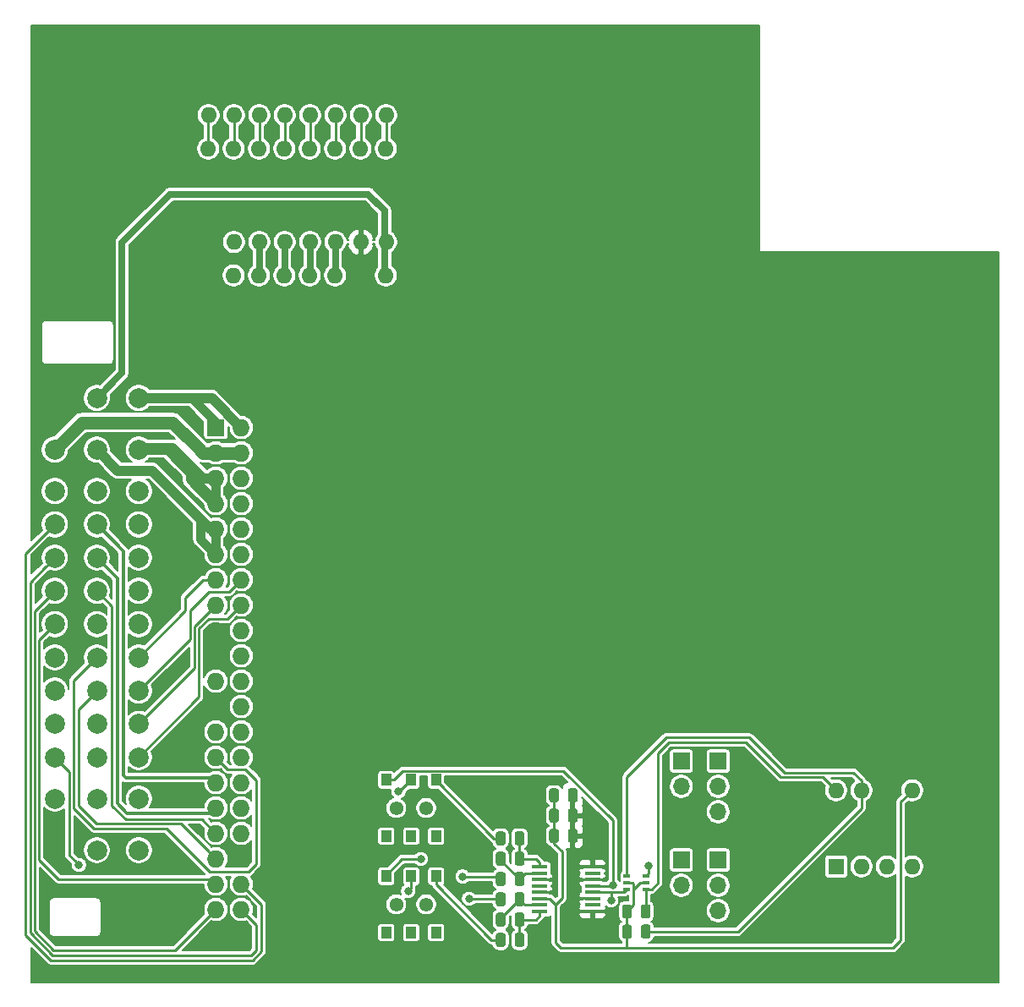
<source format=gtl>
G04 #@! TF.GenerationSoftware,KiCad,Pcbnew,(5.1.9-0-10_14)*
G04 #@! TF.CreationDate,2021-05-12T23:54:49+10:00*
G04 #@! TF.ProjectId,Shield,53686965-6c64-42e6-9b69-6361645f7063,rev?*
G04 #@! TF.SameCoordinates,Original*
G04 #@! TF.FileFunction,Copper,L1,Top*
G04 #@! TF.FilePolarity,Positive*
%FSLAX46Y46*%
G04 Gerber Fmt 4.6, Leading zero omitted, Abs format (unit mm)*
G04 Created by KiCad (PCBNEW (5.1.9-0-10_14)) date 2021-05-12 23:54:49*
%MOMM*%
%LPD*%
G01*
G04 APERTURE LIST*
G04 #@! TA.AperFunction,ComponentPad*
%ADD10C,2.000000*%
G04 #@! TD*
G04 #@! TA.AperFunction,ComponentPad*
%ADD11R,1.600000X1.600000*%
G04 #@! TD*
G04 #@! TA.AperFunction,ComponentPad*
%ADD12O,1.600000X1.600000*%
G04 #@! TD*
G04 #@! TA.AperFunction,ComponentPad*
%ADD13R,1.727200X1.727200*%
G04 #@! TD*
G04 #@! TA.AperFunction,ComponentPad*
%ADD14O,1.727200X1.727200*%
G04 #@! TD*
G04 #@! TA.AperFunction,SMDPad,CuDef*
%ADD15R,1.600000X0.410000*%
G04 #@! TD*
G04 #@! TA.AperFunction,ComponentPad*
%ADD16R,1.700000X1.700000*%
G04 #@! TD*
G04 #@! TA.AperFunction,ComponentPad*
%ADD17O,1.700000X1.700000*%
G04 #@! TD*
G04 #@! TA.AperFunction,SMDPad,CuDef*
%ADD18R,0.650000X0.400000*%
G04 #@! TD*
G04 #@! TA.AperFunction,ComponentPad*
%ADD19C,1.381000*%
G04 #@! TD*
G04 #@! TA.AperFunction,SMDPad,CuDef*
%ADD20R,1.000000X1.150000*%
G04 #@! TD*
G04 #@! TA.AperFunction,ViaPad*
%ADD21C,0.800000*%
G04 #@! TD*
G04 #@! TA.AperFunction,Conductor*
%ADD22C,1.000000*%
G04 #@! TD*
G04 #@! TA.AperFunction,Conductor*
%ADD23C,0.900000*%
G04 #@! TD*
G04 #@! TA.AperFunction,Conductor*
%ADD24C,1.300000*%
G04 #@! TD*
G04 #@! TA.AperFunction,Conductor*
%ADD25C,1.200000*%
G04 #@! TD*
G04 #@! TA.AperFunction,Conductor*
%ADD26C,0.250000*%
G04 #@! TD*
G04 #@! TA.AperFunction,Conductor*
%ADD27C,0.350000*%
G04 #@! TD*
G04 #@! TA.AperFunction,Conductor*
%ADD28C,0.700000*%
G04 #@! TD*
G04 #@! TA.AperFunction,Conductor*
%ADD29C,0.180000*%
G04 #@! TD*
G04 #@! TA.AperFunction,Conductor*
%ADD30C,0.100000*%
G04 #@! TD*
G04 APERTURE END LIST*
D10*
X97670000Y-118497000D03*
X97670000Y-121827000D03*
X97670000Y-125157000D03*
X97670000Y-128487000D03*
X97670000Y-131817000D03*
X97670000Y-101027000D03*
X101870000Y-101027000D03*
X101870000Y-131817000D03*
X101870000Y-128487000D03*
X101870000Y-125157000D03*
X101870000Y-121827000D03*
X101870000Y-118497000D03*
X106070000Y-118497000D03*
X106070000Y-121827000D03*
X106070000Y-101027000D03*
X106070000Y-131817000D03*
X106070000Y-125157000D03*
X106070000Y-128487000D03*
X101870000Y-141133000D03*
X101870000Y-95861000D03*
X106070000Y-141133000D03*
X106070000Y-95861000D03*
X97670000Y-141133000D03*
X97670000Y-95861000D03*
X101870000Y-135967000D03*
X106070000Y-135967000D03*
X97670000Y-135967000D03*
X101870000Y-115167000D03*
X101870000Y-111837000D03*
X101870000Y-108507000D03*
X101870000Y-105177000D03*
X106070000Y-105177000D03*
X106070000Y-108507000D03*
X106070000Y-111837000D03*
X106070000Y-115167000D03*
X97670000Y-105177000D03*
X97670000Y-108507000D03*
X97670000Y-111837000D03*
X97670000Y-115167000D03*
D11*
X113030000Y-83566000D03*
D12*
X130810000Y-70866000D03*
X115570000Y-83566000D03*
X128270000Y-70866000D03*
X118110000Y-83566000D03*
X125730000Y-70866000D03*
X120650000Y-83566000D03*
X123190000Y-70866000D03*
X123190000Y-83566000D03*
X120650000Y-70866000D03*
X125730000Y-83566000D03*
X118110000Y-70866000D03*
X128270000Y-83566000D03*
X115570000Y-70866000D03*
X130810000Y-83566000D03*
X113030000Y-70866000D03*
D13*
X113792000Y-98806000D03*
D14*
X116332000Y-98806000D03*
X113792000Y-101346000D03*
X116332000Y-101346000D03*
X113792000Y-103886000D03*
X116332000Y-103886000D03*
X113792000Y-106426000D03*
X116332000Y-106426000D03*
X113792000Y-108966000D03*
X116332000Y-108966000D03*
X113792000Y-111506000D03*
X116332000Y-111506000D03*
X113792000Y-114046000D03*
X116332000Y-114046000D03*
X113792000Y-116586000D03*
X116332000Y-116586000D03*
X113792000Y-119126000D03*
X116332000Y-119126000D03*
X113792000Y-121666000D03*
X116332000Y-121666000D03*
X113792000Y-124206000D03*
X116332000Y-124206000D03*
X113792000Y-126746000D03*
X116332000Y-126746000D03*
X113792000Y-129286000D03*
X116332000Y-129286000D03*
X113792000Y-131826000D03*
X116332000Y-131826000D03*
X113792000Y-134366000D03*
X116332000Y-134366000D03*
X113792000Y-136906000D03*
X116332000Y-136906000D03*
X113792000Y-139446000D03*
X116332000Y-139446000D03*
X113792000Y-141986000D03*
X116332000Y-141986000D03*
X113792000Y-144526000D03*
X116332000Y-144526000D03*
X113792000Y-147066000D03*
X116332000Y-147066000D03*
G04 #@! TA.AperFunction,SMDPad,CuDef*
G36*
G01*
X142806000Y-147625750D02*
X142806000Y-148538250D01*
G75*
G02*
X142562250Y-148782000I-243750J0D01*
G01*
X142074750Y-148782000D01*
G75*
G02*
X141831000Y-148538250I0J243750D01*
G01*
X141831000Y-147625750D01*
G75*
G02*
X142074750Y-147382000I243750J0D01*
G01*
X142562250Y-147382000D01*
G75*
G02*
X142806000Y-147625750I0J-243750D01*
G01*
G37*
G04 #@! TD.AperFunction*
G04 #@! TA.AperFunction,SMDPad,CuDef*
G36*
G01*
X144681000Y-147625750D02*
X144681000Y-148538250D01*
G75*
G02*
X144437250Y-148782000I-243750J0D01*
G01*
X143949750Y-148782000D01*
G75*
G02*
X143706000Y-148538250I0J243750D01*
G01*
X143706000Y-147625750D01*
G75*
G02*
X143949750Y-147382000I243750J0D01*
G01*
X144437250Y-147382000D01*
G75*
G02*
X144681000Y-147625750I0J-243750D01*
G01*
G37*
G04 #@! TD.AperFunction*
G04 #@! TA.AperFunction,SMDPad,CuDef*
G36*
G01*
X149040000Y-140156250D02*
X149040000Y-139243750D01*
G75*
G02*
X149283750Y-139000000I243750J0D01*
G01*
X149771250Y-139000000D01*
G75*
G02*
X150015000Y-139243750I0J-243750D01*
G01*
X150015000Y-140156250D01*
G75*
G02*
X149771250Y-140400000I-243750J0D01*
G01*
X149283750Y-140400000D01*
G75*
G02*
X149040000Y-140156250I0J243750D01*
G01*
G37*
G04 #@! TD.AperFunction*
G04 #@! TA.AperFunction,SMDPad,CuDef*
G36*
G01*
X147165000Y-140156250D02*
X147165000Y-139243750D01*
G75*
G02*
X147408750Y-139000000I243750J0D01*
G01*
X147896250Y-139000000D01*
G75*
G02*
X148140000Y-139243750I0J-243750D01*
G01*
X148140000Y-140156250D01*
G75*
G02*
X147896250Y-140400000I-243750J0D01*
G01*
X147408750Y-140400000D01*
G75*
G02*
X147165000Y-140156250I0J243750D01*
G01*
G37*
G04 #@! TD.AperFunction*
G04 #@! TA.AperFunction,SMDPad,CuDef*
G36*
G01*
X141831000Y-142442250D02*
X141831000Y-141529750D01*
G75*
G02*
X142074750Y-141286000I243750J0D01*
G01*
X142562250Y-141286000D01*
G75*
G02*
X142806000Y-141529750I0J-243750D01*
G01*
X142806000Y-142442250D01*
G75*
G02*
X142562250Y-142686000I-243750J0D01*
G01*
X142074750Y-142686000D01*
G75*
G02*
X141831000Y-142442250I0J243750D01*
G01*
G37*
G04 #@! TD.AperFunction*
G04 #@! TA.AperFunction,SMDPad,CuDef*
G36*
G01*
X143706000Y-142442250D02*
X143706000Y-141529750D01*
G75*
G02*
X143949750Y-141286000I243750J0D01*
G01*
X144437250Y-141286000D01*
G75*
G02*
X144681000Y-141529750I0J-243750D01*
G01*
X144681000Y-142442250D01*
G75*
G02*
X144437250Y-142686000I-243750J0D01*
G01*
X143949750Y-142686000D01*
G75*
G02*
X143706000Y-142442250I0J243750D01*
G01*
G37*
G04 #@! TD.AperFunction*
G04 #@! TA.AperFunction,SMDPad,CuDef*
G36*
G01*
X147165000Y-138124250D02*
X147165000Y-137211750D01*
G75*
G02*
X147408750Y-136968000I243750J0D01*
G01*
X147896250Y-136968000D01*
G75*
G02*
X148140000Y-137211750I0J-243750D01*
G01*
X148140000Y-138124250D01*
G75*
G02*
X147896250Y-138368000I-243750J0D01*
G01*
X147408750Y-138368000D01*
G75*
G02*
X147165000Y-138124250I0J243750D01*
G01*
G37*
G04 #@! TD.AperFunction*
G04 #@! TA.AperFunction,SMDPad,CuDef*
G36*
G01*
X149040000Y-138124250D02*
X149040000Y-137211750D01*
G75*
G02*
X149283750Y-136968000I243750J0D01*
G01*
X149771250Y-136968000D01*
G75*
G02*
X150015000Y-137211750I0J-243750D01*
G01*
X150015000Y-138124250D01*
G75*
G02*
X149771250Y-138368000I-243750J0D01*
G01*
X149283750Y-138368000D01*
G75*
G02*
X149040000Y-138124250I0J243750D01*
G01*
G37*
G04 #@! TD.AperFunction*
G04 #@! TA.AperFunction,SMDPad,CuDef*
G36*
G01*
X149040000Y-136092250D02*
X149040000Y-135179750D01*
G75*
G02*
X149283750Y-134936000I243750J0D01*
G01*
X149771250Y-134936000D01*
G75*
G02*
X150015000Y-135179750I0J-243750D01*
G01*
X150015000Y-136092250D01*
G75*
G02*
X149771250Y-136336000I-243750J0D01*
G01*
X149283750Y-136336000D01*
G75*
G02*
X149040000Y-136092250I0J243750D01*
G01*
G37*
G04 #@! TD.AperFunction*
G04 #@! TA.AperFunction,SMDPad,CuDef*
G36*
G01*
X147165000Y-136092250D02*
X147165000Y-135179750D01*
G75*
G02*
X147408750Y-134936000I243750J0D01*
G01*
X147896250Y-134936000D01*
G75*
G02*
X148140000Y-135179750I0J-243750D01*
G01*
X148140000Y-136092250D01*
G75*
G02*
X147896250Y-136336000I-243750J0D01*
G01*
X147408750Y-136336000D01*
G75*
G02*
X147165000Y-136092250I0J243750D01*
G01*
G37*
G04 #@! TD.AperFunction*
D15*
X151498300Y-147256500D03*
X151498300Y-146621500D03*
X151498300Y-145986500D03*
X151498300Y-145351500D03*
X151498300Y-144716500D03*
X151498300Y-144081500D03*
X151498300Y-143446500D03*
X151498300Y-142811500D03*
X146189700Y-142811500D03*
X146189700Y-143446500D03*
X146189700Y-144081500D03*
X146189700Y-144716500D03*
X146189700Y-145351500D03*
X146189700Y-145986500D03*
X146189700Y-146621500D03*
X146189700Y-147256500D03*
D16*
X164084000Y-132207000D03*
D17*
X164084000Y-134747000D03*
X164084000Y-137287000D03*
X164084000Y-147193000D03*
X164084000Y-144653000D03*
D16*
X164084000Y-142113000D03*
X160401000Y-132207000D03*
D17*
X160401000Y-134747000D03*
X160401000Y-144653000D03*
D16*
X160401000Y-142113000D03*
D18*
X156842500Y-145049000D03*
X156842500Y-143749000D03*
X154942500Y-144399000D03*
X156842500Y-144399000D03*
X154942500Y-143749000D03*
X154942500Y-145049000D03*
G04 #@! TA.AperFunction,SMDPad,CuDef*
G36*
G01*
X155442500Y-146800250D02*
X155442500Y-147712750D01*
G75*
G02*
X155198750Y-147956500I-243750J0D01*
G01*
X154711250Y-147956500D01*
G75*
G02*
X154467500Y-147712750I0J243750D01*
G01*
X154467500Y-146800250D01*
G75*
G02*
X154711250Y-146556500I243750J0D01*
G01*
X155198750Y-146556500D01*
G75*
G02*
X155442500Y-146800250I0J-243750D01*
G01*
G37*
G04 #@! TD.AperFunction*
G04 #@! TA.AperFunction,SMDPad,CuDef*
G36*
G01*
X157317500Y-146800250D02*
X157317500Y-147712750D01*
G75*
G02*
X157073750Y-147956500I-243750J0D01*
G01*
X156586250Y-147956500D01*
G75*
G02*
X156342500Y-147712750I0J243750D01*
G01*
X156342500Y-146800250D01*
G75*
G02*
X156586250Y-146556500I243750J0D01*
G01*
X157073750Y-146556500D01*
G75*
G02*
X157317500Y-146800250I0J-243750D01*
G01*
G37*
G04 #@! TD.AperFunction*
G04 #@! TA.AperFunction,SMDPad,CuDef*
G36*
G01*
X154467500Y-149732751D02*
X154467500Y-148820251D01*
G75*
G02*
X154711250Y-148576501I243750J0D01*
G01*
X155198750Y-148576501D01*
G75*
G02*
X155442500Y-148820251I0J-243750D01*
G01*
X155442500Y-149732751D01*
G75*
G02*
X155198750Y-149976501I-243750J0D01*
G01*
X154711250Y-149976501D01*
G75*
G02*
X154467500Y-149732751I0J243750D01*
G01*
G37*
G04 #@! TD.AperFunction*
G04 #@! TA.AperFunction,SMDPad,CuDef*
G36*
G01*
X156342500Y-149732751D02*
X156342500Y-148820251D01*
G75*
G02*
X156586250Y-148576501I243750J0D01*
G01*
X157073750Y-148576501D01*
G75*
G02*
X157317500Y-148820251I0J-243750D01*
G01*
X157317500Y-149732751D01*
G75*
G02*
X157073750Y-149976501I-243750J0D01*
G01*
X156586250Y-149976501D01*
G75*
G02*
X156342500Y-149732751I0J243750D01*
G01*
G37*
G04 #@! TD.AperFunction*
G04 #@! TA.AperFunction,SMDPad,CuDef*
G36*
G01*
X141831000Y-150570250D02*
X141831000Y-149657750D01*
G75*
G02*
X142074750Y-149414000I243750J0D01*
G01*
X142562250Y-149414000D01*
G75*
G02*
X142806000Y-149657750I0J-243750D01*
G01*
X142806000Y-150570250D01*
G75*
G02*
X142562250Y-150814000I-243750J0D01*
G01*
X142074750Y-150814000D01*
G75*
G02*
X141831000Y-150570250I0J243750D01*
G01*
G37*
G04 #@! TD.AperFunction*
G04 #@! TA.AperFunction,SMDPad,CuDef*
G36*
G01*
X143706000Y-150570250D02*
X143706000Y-149657750D01*
G75*
G02*
X143949750Y-149414000I243750J0D01*
G01*
X144437250Y-149414000D01*
G75*
G02*
X144681000Y-149657750I0J-243750D01*
G01*
X144681000Y-150570250D01*
G75*
G02*
X144437250Y-150814000I-243750J0D01*
G01*
X143949750Y-150814000D01*
G75*
G02*
X143706000Y-150570250I0J243750D01*
G01*
G37*
G04 #@! TD.AperFunction*
G04 #@! TA.AperFunction,SMDPad,CuDef*
G36*
G01*
X141831000Y-146506250D02*
X141831000Y-145593750D01*
G75*
G02*
X142074750Y-145350000I243750J0D01*
G01*
X142562250Y-145350000D01*
G75*
G02*
X142806000Y-145593750I0J-243750D01*
G01*
X142806000Y-146506250D01*
G75*
G02*
X142562250Y-146750000I-243750J0D01*
G01*
X142074750Y-146750000D01*
G75*
G02*
X141831000Y-146506250I0J243750D01*
G01*
G37*
G04 #@! TD.AperFunction*
G04 #@! TA.AperFunction,SMDPad,CuDef*
G36*
G01*
X143706000Y-146506250D02*
X143706000Y-145593750D01*
G75*
G02*
X143949750Y-145350000I243750J0D01*
G01*
X144437250Y-145350000D01*
G75*
G02*
X144681000Y-145593750I0J-243750D01*
G01*
X144681000Y-146506250D01*
G75*
G02*
X144437250Y-146750000I-243750J0D01*
G01*
X143949750Y-146750000D01*
G75*
G02*
X143706000Y-146506250I0J243750D01*
G01*
G37*
G04 #@! TD.AperFunction*
G04 #@! TA.AperFunction,SMDPad,CuDef*
G36*
G01*
X143706000Y-144474250D02*
X143706000Y-143561750D01*
G75*
G02*
X143949750Y-143318000I243750J0D01*
G01*
X144437250Y-143318000D01*
G75*
G02*
X144681000Y-143561750I0J-243750D01*
G01*
X144681000Y-144474250D01*
G75*
G02*
X144437250Y-144718000I-243750J0D01*
G01*
X143949750Y-144718000D01*
G75*
G02*
X143706000Y-144474250I0J243750D01*
G01*
G37*
G04 #@! TD.AperFunction*
G04 #@! TA.AperFunction,SMDPad,CuDef*
G36*
G01*
X141831000Y-144474250D02*
X141831000Y-143561750D01*
G75*
G02*
X142074750Y-143318000I243750J0D01*
G01*
X142562250Y-143318000D01*
G75*
G02*
X142806000Y-143561750I0J-243750D01*
G01*
X142806000Y-144474250D01*
G75*
G02*
X142562250Y-144718000I-243750J0D01*
G01*
X142074750Y-144718000D01*
G75*
G02*
X141831000Y-144474250I0J243750D01*
G01*
G37*
G04 #@! TD.AperFunction*
G04 #@! TA.AperFunction,SMDPad,CuDef*
G36*
G01*
X143706000Y-140410250D02*
X143706000Y-139497750D01*
G75*
G02*
X143949750Y-139254000I243750J0D01*
G01*
X144437250Y-139254000D01*
G75*
G02*
X144681000Y-139497750I0J-243750D01*
G01*
X144681000Y-140410250D01*
G75*
G02*
X144437250Y-140654000I-243750J0D01*
G01*
X143949750Y-140654000D01*
G75*
G02*
X143706000Y-140410250I0J243750D01*
G01*
G37*
G04 #@! TD.AperFunction*
G04 #@! TA.AperFunction,SMDPad,CuDef*
G36*
G01*
X141831000Y-140410250D02*
X141831000Y-139497750D01*
G75*
G02*
X142074750Y-139254000I243750J0D01*
G01*
X142562250Y-139254000D01*
G75*
G02*
X142806000Y-139497750I0J-243750D01*
G01*
X142806000Y-140410250D01*
G75*
G02*
X142562250Y-140654000I-243750J0D01*
G01*
X142074750Y-140654000D01*
G75*
G02*
X141831000Y-140410250I0J243750D01*
G01*
G37*
G04 #@! TD.AperFunction*
D19*
X134850000Y-146558000D03*
X131850000Y-146558000D03*
D20*
X135850000Y-149383000D03*
X133350000Y-149383000D03*
X130850000Y-149383000D03*
X135850000Y-143733000D03*
X133350000Y-143733000D03*
X130850000Y-143733000D03*
X130850000Y-134081000D03*
X133350000Y-134081000D03*
X135850000Y-134081000D03*
X130850000Y-139731000D03*
X133350000Y-139731000D03*
X135850000Y-139731000D03*
D19*
X131850000Y-136906000D03*
X134850000Y-136906000D03*
D11*
X175895000Y-142748000D03*
D12*
X183515000Y-135128000D03*
X178435000Y-142748000D03*
X180975000Y-135128000D03*
X180975000Y-142748000D03*
X178435000Y-135128000D03*
X183515000Y-142748000D03*
X175895000Y-135128000D03*
D11*
X113051001Y-80232999D03*
D12*
X130831001Y-67532999D03*
X115591001Y-80232999D03*
X128291001Y-67532999D03*
X118131001Y-80232999D03*
X125751001Y-67532999D03*
X120671001Y-80232999D03*
X123211001Y-67532999D03*
X123211001Y-80232999D03*
X120671001Y-67532999D03*
X125751001Y-80232999D03*
X118131001Y-67532999D03*
X128291001Y-80232999D03*
X115591001Y-67532999D03*
X130831001Y-80232999D03*
X113051001Y-67532999D03*
D21*
X111887000Y-100711034D03*
X151447500Y-149352000D03*
X149161500Y-147002500D03*
X142748000Y-136398000D03*
X97536000Y-138684000D03*
X169418000Y-136144000D03*
X169418000Y-140716000D03*
X99822000Y-122428000D03*
X109982000Y-123063000D03*
X119507000Y-137668000D03*
X119507000Y-141605000D03*
X99060000Y-145034000D03*
X97536000Y-145034000D03*
X100584000Y-145034000D03*
X103378000Y-149098000D03*
X104648000Y-149098000D03*
X104648000Y-150114000D03*
X103378000Y-150114000D03*
X108712000Y-145542000D03*
X110490000Y-145542000D03*
X110490000Y-147066000D03*
X108712000Y-147066000D03*
X107950000Y-142748000D03*
X109982000Y-142748000D03*
X100838000Y-139446000D03*
X153352500Y-146177000D03*
X134302500Y-142022990D03*
X153543000Y-144626500D03*
X157099000Y-142684500D03*
X139128500Y-145986500D03*
X138493500Y-143764000D03*
X133032500Y-145224500D03*
X132080000Y-135255000D03*
X100076000Y-142621000D03*
D22*
X106299000Y-95632000D02*
X106070000Y-95861000D01*
X113387000Y-95861000D02*
X106070000Y-95861000D01*
X116332000Y-98806000D02*
X113387000Y-95861000D01*
D23*
X111355000Y-95861000D02*
X106070000Y-95861000D01*
X113665000Y-98171000D02*
X111355000Y-95861000D01*
X113665000Y-98933000D02*
X113665000Y-98171000D01*
X113792000Y-98806000D02*
X113665000Y-98933000D01*
D24*
X115110686Y-101346000D02*
X113792000Y-101346000D01*
X116332000Y-101346000D02*
X115110686Y-101346000D01*
X113792000Y-101346000D02*
X112521966Y-101346000D01*
X111887000Y-100711000D02*
X111887000Y-100711034D01*
X112521966Y-101346000D02*
X111887000Y-100711034D01*
X109474000Y-98298000D02*
X111887000Y-100711000D01*
X100399000Y-98298000D02*
X109474000Y-98298000D01*
X97670000Y-101027000D02*
X100399000Y-98298000D01*
D23*
X113792000Y-106426000D02*
X113792000Y-103886000D01*
X113792000Y-103886000D02*
X113284000Y-103886000D01*
X113792000Y-106426000D02*
X113411000Y-106045000D01*
D22*
X112522000Y-103886000D02*
X109474000Y-100838000D01*
X113284000Y-103886000D02*
X112522000Y-103886000D01*
X106259000Y-100838000D02*
X106070000Y-101027000D01*
X109474000Y-100838000D02*
X106259000Y-100838000D01*
D23*
X108901000Y-101027000D02*
X106070000Y-101027000D01*
X111760000Y-103886000D02*
X108901000Y-101027000D01*
X113284000Y-103886000D02*
X111760000Y-103886000D01*
D25*
X111379000Y-104013000D02*
X113792000Y-106426000D01*
X111379000Y-103505000D02*
X111379000Y-104013000D01*
D23*
X113792000Y-110284686D02*
X113792000Y-108966000D01*
X113792000Y-111506000D02*
X113792000Y-110284686D01*
D22*
X103967000Y-103124000D02*
X101870000Y-101027000D01*
X107061000Y-103124000D02*
X103967000Y-103124000D01*
D23*
X107442000Y-103124000D02*
X107061000Y-103124000D01*
X113792000Y-108966000D02*
X113284000Y-108966000D01*
X112268000Y-107950000D02*
X111379000Y-107061000D01*
X112268000Y-109982000D02*
X112268000Y-107950000D01*
X113792000Y-111506000D02*
X112268000Y-109982000D01*
D22*
X113284000Y-108966000D02*
X107442000Y-103124000D01*
D26*
X110744000Y-117153000D02*
X106070000Y-121827000D01*
X110744000Y-115824000D02*
X110744000Y-117153000D01*
X112522000Y-114046000D02*
X110744000Y-115824000D01*
X113792000Y-114046000D02*
X112522000Y-114046000D01*
X113111399Y-115234601D02*
X111194011Y-117151989D01*
X111194011Y-120032989D02*
X106070000Y-125157000D01*
X111194011Y-117151989D02*
X111194011Y-120032989D01*
X115143399Y-115234601D02*
X113111399Y-115234601D01*
X116332000Y-114046000D02*
X115143399Y-115234601D01*
X111644022Y-122912978D02*
X106070000Y-128487000D01*
X111644022Y-118733978D02*
X111644022Y-122912978D01*
X113792000Y-116586000D02*
X111644022Y-118733978D01*
X113077011Y-117937399D02*
X112094033Y-118920377D01*
X114980601Y-117937399D02*
X113077011Y-117937399D01*
X112094033Y-125792967D02*
X106070000Y-131817000D01*
X112094033Y-118920377D02*
X112094033Y-125792967D01*
X116332000Y-116586000D02*
X114980601Y-117937399D01*
X99568000Y-124129000D02*
X101624295Y-122072705D01*
X108840410Y-138938000D02*
X101600000Y-138938000D01*
X101600000Y-138938000D02*
X99568000Y-136906000D01*
X113158410Y-143256000D02*
X108840410Y-138938000D01*
X99568000Y-136906000D02*
X99568000Y-124129000D01*
X117094000Y-143256000D02*
X113158410Y-143256000D01*
X117856000Y-142494000D02*
X117094000Y-143256000D01*
X114980601Y-133014601D02*
X116739731Y-133014601D01*
X116739731Y-133014601D02*
X117856000Y-134130870D01*
X117856000Y-134130870D02*
X117856000Y-142494000D01*
X113792000Y-131826000D02*
X114980601Y-133014601D01*
D27*
X104521000Y-133604000D02*
X104775000Y-133858000D01*
X104775000Y-133858000D02*
X107442000Y-133858000D01*
X104521000Y-111158000D02*
X104521000Y-133604000D01*
X101870000Y-108507000D02*
X104521000Y-111158000D01*
X113284000Y-133858000D02*
X113792000Y-134366000D01*
X107442000Y-133858000D02*
X113284000Y-133858000D01*
X113284000Y-137414000D02*
X113792000Y-136906000D01*
X103903011Y-136434535D02*
X104882476Y-137414000D01*
X104882476Y-137414000D02*
X113284000Y-137414000D01*
X103903011Y-113870011D02*
X103903011Y-136434535D01*
X101870000Y-111837000D02*
X103903011Y-113870011D01*
D26*
X104763978Y-138037978D02*
X108342022Y-138037978D01*
X101870000Y-115167000D02*
X103378000Y-116675000D01*
X103378000Y-136652000D02*
X104763978Y-138037978D01*
X103378000Y-116675000D02*
X103378000Y-136652000D01*
X112383978Y-138037978D02*
X113792000Y-139446000D01*
X108342022Y-138037978D02*
X112383978Y-138037978D01*
X101870000Y-125157000D02*
X100018011Y-127008989D01*
X101786399Y-138487989D02*
X110293989Y-138487989D01*
X112928401Y-141122401D02*
X113792000Y-141986000D01*
X100018011Y-136719601D02*
X101786399Y-138487989D01*
X100018011Y-127008989D02*
X100018011Y-136719601D01*
X110293989Y-138487989D02*
X112928401Y-141122401D01*
X96092033Y-120074967D02*
X96670001Y-119496999D01*
X96092033Y-142066033D02*
X96092033Y-120074967D01*
X98044000Y-144018000D02*
X96092033Y-142066033D01*
X96670001Y-119496999D02*
X97670000Y-118497000D01*
X113284000Y-144018000D02*
X98044000Y-144018000D01*
X113792000Y-144526000D02*
X113284000Y-144018000D01*
X117476411Y-152146000D02*
X97279178Y-152146000D01*
X116332000Y-144526000D02*
X118364000Y-146558000D01*
X118364000Y-151258411D02*
X117476411Y-152146000D01*
X118364000Y-146558000D02*
X118364000Y-151258411D01*
X94742000Y-111435000D02*
X97670000Y-108507000D01*
X94742000Y-149608822D02*
X94742000Y-111435000D01*
X97279178Y-152146000D02*
X94742000Y-149608822D01*
X113792000Y-147066000D02*
X109728000Y-151130000D01*
X109728000Y-151130000D02*
X97536000Y-151130000D01*
X96670001Y-116166999D02*
X97670000Y-115167000D01*
X95642022Y-117194978D02*
X96670001Y-116166999D01*
X95642022Y-149236022D02*
X95642022Y-117194978D01*
X97536000Y-151130000D02*
X95642022Y-149236022D01*
X117348000Y-151638000D02*
X97407589Y-151638000D01*
X116332000Y-147066000D02*
X117856000Y-148590000D01*
X117856000Y-148590000D02*
X117856000Y-151130000D01*
X95192011Y-149422422D02*
X95192011Y-114314989D01*
X117856000Y-151130000D02*
X117348000Y-151638000D01*
X97407589Y-151638000D02*
X95192011Y-149422422D01*
X95192011Y-114314989D02*
X96670001Y-112836999D01*
X96670001Y-112836999D02*
X97670000Y-111837000D01*
D28*
X101870000Y-95861000D02*
X104394000Y-93337000D01*
X130683000Y-83439000D02*
X130810000Y-83566000D01*
X130683000Y-77089000D02*
X130683000Y-83439000D01*
X129032000Y-75438000D02*
X130683000Y-77089000D01*
X109220000Y-75438000D02*
X129032000Y-75438000D01*
X104394000Y-80264000D02*
X109220000Y-75438000D01*
X104394000Y-93337000D02*
X104394000Y-80264000D01*
D26*
X144765000Y-146621500D02*
X146189700Y-146621500D01*
X144193500Y-146050000D02*
X144765000Y-146621500D01*
X142318500Y-147925000D02*
X142318500Y-148082000D01*
X144193500Y-146050000D02*
X142318500Y-147925000D01*
X146189700Y-147711500D02*
X146189700Y-147256500D01*
X145819200Y-148082000D02*
X146189700Y-147711500D01*
X144193500Y-150114000D02*
X144193500Y-148082000D01*
X144193500Y-148082000D02*
X145796000Y-148082000D01*
X144765000Y-143446500D02*
X146189700Y-143446500D01*
X144193500Y-144018000D02*
X144765000Y-143446500D01*
X142318500Y-142143000D02*
X142318500Y-141986000D01*
X144193500Y-144018000D02*
X142318500Y-142143000D01*
X146189700Y-142356500D02*
X146189700Y-142811500D01*
X145819200Y-141986000D02*
X146189700Y-142356500D01*
X144193500Y-139954000D02*
X144193500Y-141986000D01*
X144193500Y-141986000D02*
X145819200Y-141986000D01*
X154640000Y-145351500D02*
X154942500Y-145049000D01*
X153416000Y-145547815D02*
X153416000Y-145351500D01*
X153352500Y-145611315D02*
X153416000Y-145547815D01*
X153352500Y-146177000D02*
X153352500Y-145611315D01*
X153416000Y-145351500D02*
X154640000Y-145351500D01*
X151498300Y-145351500D02*
X153416000Y-145351500D01*
X133736815Y-142022990D02*
X134302500Y-142022990D01*
X132424010Y-142022990D02*
X133736815Y-142022990D01*
X130850000Y-143597000D02*
X132424010Y-142022990D01*
X130850000Y-143733000D02*
X130850000Y-143597000D01*
X153453000Y-144716500D02*
X153543000Y-144626500D01*
X151498300Y-144716500D02*
X153453000Y-144716500D01*
X157099000Y-143492500D02*
X156842500Y-143749000D01*
X157099000Y-142684500D02*
X157099000Y-143492500D01*
X131600000Y-134081000D02*
X132500001Y-133180999D01*
X153543000Y-138147150D02*
X153543000Y-144060815D01*
X130850000Y-134081000D02*
X131600000Y-134081000D01*
X132500001Y-133180999D02*
X148576849Y-133180999D01*
X153543000Y-144060815D02*
X153543000Y-144626500D01*
X148576849Y-133180999D02*
X153543000Y-138147150D01*
X135850000Y-144558000D02*
X141406000Y-150114000D01*
X141731000Y-150114000D02*
X142318500Y-150114000D01*
X141406000Y-150114000D02*
X141731000Y-150114000D01*
X135850000Y-143733000D02*
X135850000Y-144558000D01*
X142255000Y-145986500D02*
X142318500Y-146050000D01*
X139128500Y-145986500D02*
X142255000Y-145986500D01*
X142064500Y-143764000D02*
X142318500Y-144018000D01*
X138493500Y-143764000D02*
X142064500Y-143764000D01*
X141731000Y-139954000D02*
X142318500Y-139954000D01*
X141648000Y-139954000D02*
X141731000Y-139954000D01*
X135850000Y-134156000D02*
X141648000Y-139954000D01*
X135850000Y-134081000D02*
X135850000Y-134156000D01*
X147652500Y-137668000D02*
X147652500Y-139700000D01*
X147652500Y-135636000D02*
X147652500Y-137668000D01*
X147239700Y-145986500D02*
X146189700Y-145986500D01*
X148336000Y-150876000D02*
X147828000Y-150368000D01*
X147828000Y-146574800D02*
X147239700Y-145986500D01*
X147828000Y-150368000D02*
X147828000Y-146574800D01*
X154955000Y-150797500D02*
X154955000Y-149276501D01*
X154876500Y-150876000D02*
X154955000Y-150797500D01*
X154876500Y-150876000D02*
X148336000Y-150876000D01*
X154955000Y-149276501D02*
X154955000Y-147256500D01*
X155592501Y-145073999D02*
X156267500Y-144399000D01*
X156267500Y-144399000D02*
X156842500Y-144399000D01*
X155592501Y-146618999D02*
X155592501Y-145073999D01*
X154955000Y-147256500D02*
X155592501Y-146618999D01*
X155517500Y-144399000D02*
X154942500Y-144399000D01*
X155592501Y-144474001D02*
X155517500Y-144399000D01*
X155592501Y-145073999D02*
X155592501Y-144474001D01*
X147652500Y-140477000D02*
X147652500Y-139700000D01*
X148463000Y-145939800D02*
X148463000Y-141287500D01*
X148463000Y-141287500D02*
X147652500Y-140477000D01*
X147828000Y-146574800D02*
X148463000Y-145939800D01*
X182372000Y-150114000D02*
X181610000Y-150876000D01*
X182372000Y-136271000D02*
X182372000Y-150114000D01*
X181610000Y-150876000D02*
X154876500Y-150876000D01*
X183515000Y-135128000D02*
X182372000Y-136271000D01*
X133350000Y-143733000D02*
X133350000Y-144907000D01*
X133350000Y-144907000D02*
X133032500Y-145224500D01*
X132176000Y-135255000D02*
X133350000Y-134081000D01*
X132080000Y-135255000D02*
X132176000Y-135255000D01*
X99117989Y-133264989D02*
X99117989Y-141662989D01*
X99676001Y-142221001D02*
X100076000Y-142621000D01*
X97670000Y-131817000D02*
X99117989Y-133264989D01*
X99117989Y-141662989D02*
X99676001Y-142221001D01*
X166064499Y-149276501D02*
X156830000Y-149276501D01*
X178435000Y-136906000D02*
X166064499Y-149276501D01*
X177629491Y-133369991D02*
X178435000Y-134175500D01*
X158875590Y-129857500D02*
X167195500Y-129857500D01*
X167195500Y-129857500D02*
X170707991Y-133369991D01*
X178435000Y-134175500D02*
X178435000Y-136906000D01*
X154942500Y-133790590D02*
X158875590Y-129857500D01*
X170707991Y-133369991D02*
X177629491Y-133369991D01*
X154942500Y-143749000D02*
X154942500Y-133790590D01*
X156830000Y-145061500D02*
X156842500Y-145049000D01*
X156830000Y-147256500D02*
X156830000Y-145061500D01*
X174587001Y-133820001D02*
X175895000Y-135128000D01*
X170332501Y-133820001D02*
X174587001Y-133820001D01*
X166878000Y-130365500D02*
X170332501Y-133820001D01*
X158051500Y-131445000D02*
X159131000Y-130365500D01*
X159131000Y-130365500D02*
X166878000Y-130365500D01*
X158051500Y-144415000D02*
X158051500Y-131445000D01*
X157417500Y-145049000D02*
X158051500Y-144415000D01*
X156842500Y-145049000D02*
X157417500Y-145049000D01*
X130831001Y-70844999D02*
X130810000Y-70866000D01*
X130831001Y-67532999D02*
X130831001Y-70844999D01*
X128291001Y-70844999D02*
X128270000Y-70866000D01*
X128291001Y-67532999D02*
X128291001Y-70844999D01*
X118131001Y-83544999D02*
X118110000Y-83566000D01*
D28*
X118131001Y-80232999D02*
X118131001Y-83544999D01*
D26*
X125751001Y-70844999D02*
X125730000Y-70866000D01*
X125751001Y-67532999D02*
X125751001Y-70844999D01*
X120671001Y-83544999D02*
X120650000Y-83566000D01*
D28*
X120671001Y-80232999D02*
X120671001Y-83544999D01*
D26*
X123211001Y-70844999D02*
X123190000Y-70866000D01*
X123211001Y-67532999D02*
X123211001Y-70844999D01*
X123211001Y-83544999D02*
X123190000Y-83566000D01*
D28*
X123211001Y-80232999D02*
X123211001Y-83544999D01*
D26*
X120671001Y-70844999D02*
X120650000Y-70866000D01*
X120671001Y-67532999D02*
X120671001Y-70844999D01*
X125751001Y-83544999D02*
X125730000Y-83566000D01*
D28*
X125751001Y-80232999D02*
X125751001Y-83544999D01*
D26*
X118131001Y-70844999D02*
X118110000Y-70866000D01*
X118131001Y-67532999D02*
X118131001Y-70844999D01*
X115591001Y-70844999D02*
X115570000Y-70866000D01*
X115591001Y-67532999D02*
X115591001Y-70844999D01*
X113030000Y-67554000D02*
X113051001Y-67532999D01*
X113030000Y-70866000D02*
X113030000Y-67554000D01*
D29*
X168185000Y-81153000D02*
X168186729Y-81170558D01*
X168191851Y-81187442D01*
X168200168Y-81203001D01*
X168211360Y-81216640D01*
X168224999Y-81227832D01*
X168240558Y-81236149D01*
X168257442Y-81241271D01*
X168275000Y-81243000D01*
X192188000Y-81243000D01*
X192188000Y-154342000D01*
X95340000Y-154342000D01*
X95340000Y-150935141D01*
X96897137Y-152492279D01*
X96913257Y-152511921D01*
X96932899Y-152528041D01*
X96932903Y-152528045D01*
X96991675Y-152576278D01*
X97081143Y-152624099D01*
X97178221Y-152653548D01*
X97253885Y-152661000D01*
X97253893Y-152661000D01*
X97279178Y-152663490D01*
X97304463Y-152661000D01*
X117451129Y-152661000D01*
X117476411Y-152663490D01*
X117501693Y-152661000D01*
X117501704Y-152661000D01*
X117577368Y-152653548D01*
X117674446Y-152624099D01*
X117763914Y-152576278D01*
X117842332Y-152511921D01*
X117858457Y-152492273D01*
X118710279Y-151640452D01*
X118729921Y-151624332D01*
X118746041Y-151604690D01*
X118746044Y-151604687D01*
X118794277Y-151545915D01*
X118794278Y-151545914D01*
X118842099Y-151456446D01*
X118871548Y-151359368D01*
X118879000Y-151283704D01*
X118879000Y-151283694D01*
X118881490Y-151258412D01*
X118879000Y-151233130D01*
X118879000Y-148808000D01*
X129958113Y-148808000D01*
X129958113Y-149958000D01*
X129965643Y-150034453D01*
X129987944Y-150107969D01*
X130024158Y-150175721D01*
X130072894Y-150235106D01*
X130132279Y-150283842D01*
X130200031Y-150320056D01*
X130273547Y-150342357D01*
X130350000Y-150349887D01*
X131350000Y-150349887D01*
X131426453Y-150342357D01*
X131499969Y-150320056D01*
X131567721Y-150283842D01*
X131627106Y-150235106D01*
X131675842Y-150175721D01*
X131712056Y-150107969D01*
X131734357Y-150034453D01*
X131741887Y-149958000D01*
X131741887Y-148808000D01*
X132458113Y-148808000D01*
X132458113Y-149958000D01*
X132465643Y-150034453D01*
X132487944Y-150107969D01*
X132524158Y-150175721D01*
X132572894Y-150235106D01*
X132632279Y-150283842D01*
X132700031Y-150320056D01*
X132773547Y-150342357D01*
X132850000Y-150349887D01*
X133850000Y-150349887D01*
X133926453Y-150342357D01*
X133999969Y-150320056D01*
X134067721Y-150283842D01*
X134127106Y-150235106D01*
X134175842Y-150175721D01*
X134212056Y-150107969D01*
X134234357Y-150034453D01*
X134241887Y-149958000D01*
X134241887Y-148808000D01*
X134958113Y-148808000D01*
X134958113Y-149958000D01*
X134965643Y-150034453D01*
X134987944Y-150107969D01*
X135024158Y-150175721D01*
X135072894Y-150235106D01*
X135132279Y-150283842D01*
X135200031Y-150320056D01*
X135273547Y-150342357D01*
X135350000Y-150349887D01*
X136350000Y-150349887D01*
X136426453Y-150342357D01*
X136499969Y-150320056D01*
X136567721Y-150283842D01*
X136627106Y-150235106D01*
X136675842Y-150175721D01*
X136712056Y-150107969D01*
X136734357Y-150034453D01*
X136741887Y-149958000D01*
X136741887Y-148808000D01*
X136734357Y-148731547D01*
X136712056Y-148658031D01*
X136675842Y-148590279D01*
X136627106Y-148530894D01*
X136567721Y-148482158D01*
X136499969Y-148445944D01*
X136426453Y-148423643D01*
X136350000Y-148416113D01*
X135350000Y-148416113D01*
X135273547Y-148423643D01*
X135200031Y-148445944D01*
X135132279Y-148482158D01*
X135072894Y-148530894D01*
X135024158Y-148590279D01*
X134987944Y-148658031D01*
X134965643Y-148731547D01*
X134958113Y-148808000D01*
X134241887Y-148808000D01*
X134234357Y-148731547D01*
X134212056Y-148658031D01*
X134175842Y-148590279D01*
X134127106Y-148530894D01*
X134067721Y-148482158D01*
X133999969Y-148445944D01*
X133926453Y-148423643D01*
X133850000Y-148416113D01*
X132850000Y-148416113D01*
X132773547Y-148423643D01*
X132700031Y-148445944D01*
X132632279Y-148482158D01*
X132572894Y-148530894D01*
X132524158Y-148590279D01*
X132487944Y-148658031D01*
X132465643Y-148731547D01*
X132458113Y-148808000D01*
X131741887Y-148808000D01*
X131734357Y-148731547D01*
X131712056Y-148658031D01*
X131675842Y-148590279D01*
X131627106Y-148530894D01*
X131567721Y-148482158D01*
X131499969Y-148445944D01*
X131426453Y-148423643D01*
X131350000Y-148416113D01*
X130350000Y-148416113D01*
X130273547Y-148423643D01*
X130200031Y-148445944D01*
X130132279Y-148482158D01*
X130072894Y-148530894D01*
X130024158Y-148590279D01*
X129987944Y-148658031D01*
X129965643Y-148731547D01*
X129958113Y-148808000D01*
X118879000Y-148808000D01*
X118879000Y-146583282D01*
X118881490Y-146558000D01*
X118879000Y-146532717D01*
X118879000Y-146532707D01*
X118871548Y-146457043D01*
X118869891Y-146451580D01*
X130769500Y-146451580D01*
X130769500Y-146664420D01*
X130811023Y-146873170D01*
X130892473Y-147069809D01*
X131010721Y-147246779D01*
X131161221Y-147397279D01*
X131338191Y-147515527D01*
X131534830Y-147596977D01*
X131743580Y-147638500D01*
X131956420Y-147638500D01*
X132165170Y-147596977D01*
X132361809Y-147515527D01*
X132538779Y-147397279D01*
X132689279Y-147246779D01*
X132807527Y-147069809D01*
X132888977Y-146873170D01*
X132930500Y-146664420D01*
X132930500Y-146451580D01*
X133769500Y-146451580D01*
X133769500Y-146664420D01*
X133811023Y-146873170D01*
X133892473Y-147069809D01*
X134010721Y-147246779D01*
X134161221Y-147397279D01*
X134338191Y-147515527D01*
X134534830Y-147596977D01*
X134743580Y-147638500D01*
X134956420Y-147638500D01*
X135165170Y-147596977D01*
X135361809Y-147515527D01*
X135538779Y-147397279D01*
X135689279Y-147246779D01*
X135807527Y-147069809D01*
X135888977Y-146873170D01*
X135930500Y-146664420D01*
X135930500Y-146451580D01*
X135888977Y-146242830D01*
X135807527Y-146046191D01*
X135689279Y-145869221D01*
X135538779Y-145718721D01*
X135361809Y-145600473D01*
X135165170Y-145519023D01*
X134956420Y-145477500D01*
X134743580Y-145477500D01*
X134534830Y-145519023D01*
X134338191Y-145600473D01*
X134161221Y-145718721D01*
X134010721Y-145869221D01*
X133892473Y-146046191D01*
X133811023Y-146242830D01*
X133769500Y-146451580D01*
X132930500Y-146451580D01*
X132888977Y-146242830D01*
X132807527Y-146046191D01*
X132752289Y-145963522D01*
X132802066Y-145984140D01*
X132954692Y-146014500D01*
X133110308Y-146014500D01*
X133262934Y-145984140D01*
X133406705Y-145924589D01*
X133536095Y-145838133D01*
X133646133Y-145728095D01*
X133732589Y-145598705D01*
X133792140Y-145454934D01*
X133822500Y-145302308D01*
X133822500Y-145146692D01*
X133817980Y-145123968D01*
X133828099Y-145105036D01*
X133838813Y-145069716D01*
X133857548Y-145007957D01*
X133865000Y-144932293D01*
X133865000Y-144932283D01*
X133867490Y-144907000D01*
X133865000Y-144881718D01*
X133865000Y-144698410D01*
X133926453Y-144692357D01*
X133999969Y-144670056D01*
X134067721Y-144633842D01*
X134127106Y-144585106D01*
X134175842Y-144525721D01*
X134212056Y-144457969D01*
X134234357Y-144384453D01*
X134241887Y-144308000D01*
X134241887Y-143158000D01*
X134234357Y-143081547D01*
X134212056Y-143008031D01*
X134175842Y-142940279D01*
X134127106Y-142880894D01*
X134067721Y-142832158D01*
X133999969Y-142795944D01*
X133926453Y-142773643D01*
X133850000Y-142766113D01*
X132850000Y-142766113D01*
X132773547Y-142773643D01*
X132700031Y-142795944D01*
X132632279Y-142832158D01*
X132572894Y-142880894D01*
X132524158Y-142940279D01*
X132487944Y-143008031D01*
X132465643Y-143081547D01*
X132458113Y-143158000D01*
X132458113Y-144308000D01*
X132465643Y-144384453D01*
X132487944Y-144457969D01*
X132524158Y-144525721D01*
X132570969Y-144582761D01*
X132528905Y-144610867D01*
X132418867Y-144720905D01*
X132332411Y-144850295D01*
X132272860Y-144994066D01*
X132242500Y-145146692D01*
X132242500Y-145302308D01*
X132272860Y-145454934D01*
X132327207Y-145586140D01*
X132165170Y-145519023D01*
X131956420Y-145477500D01*
X131743580Y-145477500D01*
X131534830Y-145519023D01*
X131338191Y-145600473D01*
X131161221Y-145718721D01*
X131010721Y-145869221D01*
X130892473Y-146046191D01*
X130811023Y-146242830D01*
X130769500Y-146451580D01*
X118869891Y-146451580D01*
X118842099Y-146359965D01*
X118819838Y-146318317D01*
X118794278Y-146270496D01*
X118746044Y-146211724D01*
X118746041Y-146211721D01*
X118729921Y-146192079D01*
X118710279Y-146175959D01*
X117504784Y-144970464D01*
X117537425Y-144891662D01*
X117585600Y-144649469D01*
X117585600Y-144402531D01*
X117537425Y-144160338D01*
X117442926Y-143932198D01*
X117305735Y-143726876D01*
X117305670Y-143726811D01*
X117381503Y-143686278D01*
X117459921Y-143621921D01*
X117476046Y-143602274D01*
X117920320Y-143158000D01*
X129958113Y-143158000D01*
X129958113Y-144308000D01*
X129965643Y-144384453D01*
X129987944Y-144457969D01*
X130024158Y-144525721D01*
X130072894Y-144585106D01*
X130132279Y-144633842D01*
X130200031Y-144670056D01*
X130273547Y-144692357D01*
X130350000Y-144699887D01*
X131350000Y-144699887D01*
X131426453Y-144692357D01*
X131499969Y-144670056D01*
X131567721Y-144633842D01*
X131627106Y-144585106D01*
X131675842Y-144525721D01*
X131712056Y-144457969D01*
X131734357Y-144384453D01*
X131741887Y-144308000D01*
X131741887Y-143433432D01*
X132637330Y-142537990D01*
X133700272Y-142537990D01*
X133798905Y-142636623D01*
X133928295Y-142723079D01*
X134072066Y-142782630D01*
X134224692Y-142812990D01*
X134380308Y-142812990D01*
X134532934Y-142782630D01*
X134676705Y-142723079D01*
X134806095Y-142636623D01*
X134916133Y-142526585D01*
X135002589Y-142397195D01*
X135062140Y-142253424D01*
X135092500Y-142100798D01*
X135092500Y-141945182D01*
X135062140Y-141792556D01*
X135002589Y-141648785D01*
X134916133Y-141519395D01*
X134806095Y-141409357D01*
X134676705Y-141322901D01*
X134532934Y-141263350D01*
X134380308Y-141232990D01*
X134224692Y-141232990D01*
X134072066Y-141263350D01*
X133928295Y-141322901D01*
X133798905Y-141409357D01*
X133700272Y-141507990D01*
X132449291Y-141507990D01*
X132424009Y-141505500D01*
X132398727Y-141507990D01*
X132398717Y-141507990D01*
X132323053Y-141515442D01*
X132225975Y-141544891D01*
X132136507Y-141592712D01*
X132136505Y-141592713D01*
X132136506Y-141592713D01*
X132077734Y-141640946D01*
X132077731Y-141640949D01*
X132058089Y-141657069D01*
X132041969Y-141676711D01*
X130952568Y-142766113D01*
X130350000Y-142766113D01*
X130273547Y-142773643D01*
X130200031Y-142795944D01*
X130132279Y-142832158D01*
X130072894Y-142880894D01*
X130024158Y-142940279D01*
X129987944Y-143008031D01*
X129965643Y-143081547D01*
X129958113Y-143158000D01*
X117920320Y-143158000D01*
X118202279Y-142876041D01*
X118221921Y-142859921D01*
X118238041Y-142840279D01*
X118238045Y-142840275D01*
X118286278Y-142781504D01*
X118334099Y-142692035D01*
X118363548Y-142594957D01*
X118364674Y-142583524D01*
X118371000Y-142519293D01*
X118371000Y-142519285D01*
X118373490Y-142494000D01*
X118371000Y-142468715D01*
X118371000Y-139156000D01*
X129958113Y-139156000D01*
X129958113Y-140306000D01*
X129965643Y-140382453D01*
X129987944Y-140455969D01*
X130024158Y-140523721D01*
X130072894Y-140583106D01*
X130132279Y-140631842D01*
X130200031Y-140668056D01*
X130273547Y-140690357D01*
X130350000Y-140697887D01*
X131350000Y-140697887D01*
X131426453Y-140690357D01*
X131499969Y-140668056D01*
X131567721Y-140631842D01*
X131627106Y-140583106D01*
X131675842Y-140523721D01*
X131712056Y-140455969D01*
X131734357Y-140382453D01*
X131741887Y-140306000D01*
X131741887Y-139156000D01*
X132458113Y-139156000D01*
X132458113Y-140306000D01*
X132465643Y-140382453D01*
X132487944Y-140455969D01*
X132524158Y-140523721D01*
X132572894Y-140583106D01*
X132632279Y-140631842D01*
X132700031Y-140668056D01*
X132773547Y-140690357D01*
X132850000Y-140697887D01*
X133850000Y-140697887D01*
X133926453Y-140690357D01*
X133999969Y-140668056D01*
X134067721Y-140631842D01*
X134127106Y-140583106D01*
X134175842Y-140523721D01*
X134212056Y-140455969D01*
X134234357Y-140382453D01*
X134241887Y-140306000D01*
X134241887Y-139156000D01*
X134958113Y-139156000D01*
X134958113Y-140306000D01*
X134965643Y-140382453D01*
X134987944Y-140455969D01*
X135024158Y-140523721D01*
X135072894Y-140583106D01*
X135132279Y-140631842D01*
X135200031Y-140668056D01*
X135273547Y-140690357D01*
X135350000Y-140697887D01*
X136350000Y-140697887D01*
X136426453Y-140690357D01*
X136499969Y-140668056D01*
X136567721Y-140631842D01*
X136627106Y-140583106D01*
X136675842Y-140523721D01*
X136712056Y-140455969D01*
X136734357Y-140382453D01*
X136741887Y-140306000D01*
X136741887Y-139156000D01*
X136734357Y-139079547D01*
X136712056Y-139006031D01*
X136675842Y-138938279D01*
X136627106Y-138878894D01*
X136567721Y-138830158D01*
X136499969Y-138793944D01*
X136426453Y-138771643D01*
X136350000Y-138764113D01*
X135350000Y-138764113D01*
X135273547Y-138771643D01*
X135200031Y-138793944D01*
X135132279Y-138830158D01*
X135072894Y-138878894D01*
X135024158Y-138938279D01*
X134987944Y-139006031D01*
X134965643Y-139079547D01*
X134958113Y-139156000D01*
X134241887Y-139156000D01*
X134234357Y-139079547D01*
X134212056Y-139006031D01*
X134175842Y-138938279D01*
X134127106Y-138878894D01*
X134067721Y-138830158D01*
X133999969Y-138793944D01*
X133926453Y-138771643D01*
X133850000Y-138764113D01*
X132850000Y-138764113D01*
X132773547Y-138771643D01*
X132700031Y-138793944D01*
X132632279Y-138830158D01*
X132572894Y-138878894D01*
X132524158Y-138938279D01*
X132487944Y-139006031D01*
X132465643Y-139079547D01*
X132458113Y-139156000D01*
X131741887Y-139156000D01*
X131734357Y-139079547D01*
X131712056Y-139006031D01*
X131675842Y-138938279D01*
X131627106Y-138878894D01*
X131567721Y-138830158D01*
X131499969Y-138793944D01*
X131426453Y-138771643D01*
X131350000Y-138764113D01*
X130350000Y-138764113D01*
X130273547Y-138771643D01*
X130200031Y-138793944D01*
X130132279Y-138830158D01*
X130072894Y-138878894D01*
X130024158Y-138938279D01*
X129987944Y-139006031D01*
X129965643Y-139079547D01*
X129958113Y-139156000D01*
X118371000Y-139156000D01*
X118371000Y-134156152D01*
X118373490Y-134130870D01*
X118371000Y-134105587D01*
X118371000Y-134105577D01*
X118363548Y-134029913D01*
X118334099Y-133932835D01*
X118327751Y-133920958D01*
X118286278Y-133843366D01*
X118238045Y-133784595D01*
X118238041Y-133784591D01*
X118221921Y-133764949D01*
X118202279Y-133748829D01*
X117959450Y-133506000D01*
X129958113Y-133506000D01*
X129958113Y-134656000D01*
X129965643Y-134732453D01*
X129987944Y-134805969D01*
X130024158Y-134873721D01*
X130072894Y-134933106D01*
X130132279Y-134981842D01*
X130200031Y-135018056D01*
X130273547Y-135040357D01*
X130350000Y-135047887D01*
X131315721Y-135047887D01*
X131290000Y-135177192D01*
X131290000Y-135332808D01*
X131320360Y-135485434D01*
X131379911Y-135629205D01*
X131466367Y-135758595D01*
X131568164Y-135860392D01*
X131534830Y-135867023D01*
X131338191Y-135948473D01*
X131161221Y-136066721D01*
X131010721Y-136217221D01*
X130892473Y-136394191D01*
X130811023Y-136590830D01*
X130769500Y-136799580D01*
X130769500Y-137012420D01*
X130811023Y-137221170D01*
X130892473Y-137417809D01*
X131010721Y-137594779D01*
X131161221Y-137745279D01*
X131338191Y-137863527D01*
X131534830Y-137944977D01*
X131743580Y-137986500D01*
X131956420Y-137986500D01*
X132165170Y-137944977D01*
X132361809Y-137863527D01*
X132538779Y-137745279D01*
X132689279Y-137594779D01*
X132807527Y-137417809D01*
X132888977Y-137221170D01*
X132930500Y-137012420D01*
X132930500Y-136799580D01*
X133769500Y-136799580D01*
X133769500Y-137012420D01*
X133811023Y-137221170D01*
X133892473Y-137417809D01*
X134010721Y-137594779D01*
X134161221Y-137745279D01*
X134338191Y-137863527D01*
X134534830Y-137944977D01*
X134743580Y-137986500D01*
X134956420Y-137986500D01*
X135165170Y-137944977D01*
X135361809Y-137863527D01*
X135538779Y-137745279D01*
X135689279Y-137594779D01*
X135807527Y-137417809D01*
X135888977Y-137221170D01*
X135930500Y-137012420D01*
X135930500Y-136799580D01*
X135888977Y-136590830D01*
X135807527Y-136394191D01*
X135689279Y-136217221D01*
X135538779Y-136066721D01*
X135361809Y-135948473D01*
X135165170Y-135867023D01*
X134956420Y-135825500D01*
X134743580Y-135825500D01*
X134534830Y-135867023D01*
X134338191Y-135948473D01*
X134161221Y-136066721D01*
X134010721Y-136217221D01*
X133892473Y-136394191D01*
X133811023Y-136590830D01*
X133769500Y-136799580D01*
X132930500Y-136799580D01*
X132888977Y-136590830D01*
X132807527Y-136394191D01*
X132689279Y-136217221D01*
X132538779Y-136066721D01*
X132403279Y-135976183D01*
X132454205Y-135955089D01*
X132583595Y-135868633D01*
X132693633Y-135758595D01*
X132780089Y-135629205D01*
X132839640Y-135485434D01*
X132870000Y-135332808D01*
X132870000Y-135289319D01*
X133111432Y-135047887D01*
X133850000Y-135047887D01*
X133926453Y-135040357D01*
X133999969Y-135018056D01*
X134067721Y-134981842D01*
X134127106Y-134933106D01*
X134175842Y-134873721D01*
X134212056Y-134805969D01*
X134234357Y-134732453D01*
X134241887Y-134656000D01*
X134241887Y-133695999D01*
X134958113Y-133695999D01*
X134958113Y-134656000D01*
X134965643Y-134732453D01*
X134987944Y-134805969D01*
X135024158Y-134873721D01*
X135072894Y-134933106D01*
X135132279Y-134981842D01*
X135200031Y-135018056D01*
X135273547Y-135040357D01*
X135350000Y-135047887D01*
X136013568Y-135047887D01*
X141265959Y-140300279D01*
X141282079Y-140319921D01*
X141301721Y-140336041D01*
X141301724Y-140336044D01*
X141345252Y-140371766D01*
X141360497Y-140384278D01*
X141440782Y-140427190D01*
X141451327Y-140534257D01*
X141487498Y-140653498D01*
X141546237Y-140763391D01*
X141625287Y-140859713D01*
X141721609Y-140938763D01*
X141780049Y-140970000D01*
X141721609Y-141001237D01*
X141625287Y-141080287D01*
X141546237Y-141176609D01*
X141487498Y-141286502D01*
X141451327Y-141405743D01*
X141439113Y-141529750D01*
X141439113Y-142442250D01*
X141451327Y-142566257D01*
X141487498Y-142685498D01*
X141546237Y-142795391D01*
X141625287Y-142891713D01*
X141721609Y-142970763D01*
X141780049Y-143002000D01*
X141721609Y-143033237D01*
X141625287Y-143112287D01*
X141546237Y-143208609D01*
X141524648Y-143249000D01*
X139095728Y-143249000D01*
X138997095Y-143150367D01*
X138867705Y-143063911D01*
X138723934Y-143004360D01*
X138571308Y-142974000D01*
X138415692Y-142974000D01*
X138263066Y-143004360D01*
X138119295Y-143063911D01*
X137989905Y-143150367D01*
X137879867Y-143260405D01*
X137793411Y-143389795D01*
X137733860Y-143533566D01*
X137703500Y-143686192D01*
X137703500Y-143841808D01*
X137733860Y-143994434D01*
X137793411Y-144138205D01*
X137879867Y-144267595D01*
X137989905Y-144377633D01*
X138119295Y-144464089D01*
X138263066Y-144523640D01*
X138415692Y-144554000D01*
X138571308Y-144554000D01*
X138723934Y-144523640D01*
X138867705Y-144464089D01*
X138997095Y-144377633D01*
X139095728Y-144279000D01*
X141439113Y-144279000D01*
X141439113Y-144474250D01*
X141451327Y-144598257D01*
X141487498Y-144717498D01*
X141546237Y-144827391D01*
X141625287Y-144923713D01*
X141721609Y-145002763D01*
X141780049Y-145034000D01*
X141721609Y-145065237D01*
X141625287Y-145144287D01*
X141546237Y-145240609D01*
X141487498Y-145350502D01*
X141451327Y-145469743D01*
X141451154Y-145471500D01*
X139730728Y-145471500D01*
X139632095Y-145372867D01*
X139502705Y-145286411D01*
X139358934Y-145226860D01*
X139206308Y-145196500D01*
X139050692Y-145196500D01*
X138898066Y-145226860D01*
X138754295Y-145286411D01*
X138624905Y-145372867D01*
X138514867Y-145482905D01*
X138428411Y-145612295D01*
X138368860Y-145756066D01*
X138338500Y-145908692D01*
X138338500Y-146064308D01*
X138368860Y-146216934D01*
X138428411Y-146360705D01*
X138514867Y-146490095D01*
X138624905Y-146600133D01*
X138754295Y-146686589D01*
X138898066Y-146746140D01*
X139050692Y-146776500D01*
X139206308Y-146776500D01*
X139358934Y-146746140D01*
X139502705Y-146686589D01*
X139632095Y-146600133D01*
X139730728Y-146501500D01*
X141439113Y-146501500D01*
X141439113Y-146506250D01*
X141451327Y-146630257D01*
X141487498Y-146749498D01*
X141546237Y-146859391D01*
X141625287Y-146955713D01*
X141721609Y-147034763D01*
X141780049Y-147066000D01*
X141721609Y-147097237D01*
X141625287Y-147176287D01*
X141546237Y-147272609D01*
X141487498Y-147382502D01*
X141451327Y-147501743D01*
X141439113Y-147625750D01*
X141439113Y-148538250D01*
X141451327Y-148662257D01*
X141487498Y-148781498D01*
X141546237Y-148891391D01*
X141625287Y-148987713D01*
X141721609Y-149066763D01*
X141780049Y-149098000D01*
X141721609Y-149129237D01*
X141625287Y-149208287D01*
X141546237Y-149304609D01*
X141487498Y-149414502D01*
X141475238Y-149454918D01*
X136615198Y-144594879D01*
X136627106Y-144585106D01*
X136675842Y-144525721D01*
X136712056Y-144457969D01*
X136734357Y-144384453D01*
X136741887Y-144308000D01*
X136741887Y-143158000D01*
X136734357Y-143081547D01*
X136712056Y-143008031D01*
X136675842Y-142940279D01*
X136627106Y-142880894D01*
X136567721Y-142832158D01*
X136499969Y-142795944D01*
X136426453Y-142773643D01*
X136350000Y-142766113D01*
X135350000Y-142766113D01*
X135273547Y-142773643D01*
X135200031Y-142795944D01*
X135132279Y-142832158D01*
X135072894Y-142880894D01*
X135024158Y-142940279D01*
X134987944Y-143008031D01*
X134965643Y-143081547D01*
X134958113Y-143158000D01*
X134958113Y-144308000D01*
X134965643Y-144384453D01*
X134987944Y-144457969D01*
X135024158Y-144525721D01*
X135072894Y-144585106D01*
X135132279Y-144633842D01*
X135200031Y-144670056D01*
X135273547Y-144692357D01*
X135350000Y-144699887D01*
X135354869Y-144699887D01*
X135371902Y-144756035D01*
X135419722Y-144845503D01*
X135467956Y-144904275D01*
X135467959Y-144904278D01*
X135484080Y-144923921D01*
X135503722Y-144940041D01*
X141023959Y-150460279D01*
X141040079Y-150479921D01*
X141059721Y-150496041D01*
X141059725Y-150496045D01*
X141100763Y-150529724D01*
X141118497Y-150544278D01*
X141207965Y-150592099D01*
X141305043Y-150621548D01*
X141380707Y-150629000D01*
X141380715Y-150629000D01*
X141406000Y-150631490D01*
X141431285Y-150629000D01*
X141444900Y-150629000D01*
X141451327Y-150694257D01*
X141487498Y-150813498D01*
X141546237Y-150923391D01*
X141625287Y-151019713D01*
X141721609Y-151098763D01*
X141831502Y-151157502D01*
X141950743Y-151193673D01*
X142074750Y-151205887D01*
X142562250Y-151205887D01*
X142686257Y-151193673D01*
X142805498Y-151157502D01*
X142915391Y-151098763D01*
X143011713Y-151019713D01*
X143090763Y-150923391D01*
X143149502Y-150813498D01*
X143185673Y-150694257D01*
X143197887Y-150570250D01*
X143197887Y-149657750D01*
X143185673Y-149533743D01*
X143149502Y-149414502D01*
X143090763Y-149304609D01*
X143011713Y-149208287D01*
X142915391Y-149129237D01*
X142856951Y-149098000D01*
X142915391Y-149066763D01*
X143011713Y-148987713D01*
X143090763Y-148891391D01*
X143149502Y-148781498D01*
X143185673Y-148662257D01*
X143197887Y-148538250D01*
X143197887Y-147773932D01*
X143314113Y-147657706D01*
X143314113Y-148538250D01*
X143326327Y-148662257D01*
X143362498Y-148781498D01*
X143421237Y-148891391D01*
X143500287Y-148987713D01*
X143596609Y-149066763D01*
X143655049Y-149098000D01*
X143596609Y-149129237D01*
X143500287Y-149208287D01*
X143421237Y-149304609D01*
X143362498Y-149414502D01*
X143326327Y-149533743D01*
X143314113Y-149657750D01*
X143314113Y-150570250D01*
X143326327Y-150694257D01*
X143362498Y-150813498D01*
X143421237Y-150923391D01*
X143500287Y-151019713D01*
X143596609Y-151098763D01*
X143706502Y-151157502D01*
X143825743Y-151193673D01*
X143949750Y-151205887D01*
X144437250Y-151205887D01*
X144561257Y-151193673D01*
X144680498Y-151157502D01*
X144790391Y-151098763D01*
X144886713Y-151019713D01*
X144965763Y-150923391D01*
X145024502Y-150813498D01*
X145060673Y-150694257D01*
X145072887Y-150570250D01*
X145072887Y-149657750D01*
X145060673Y-149533743D01*
X145024502Y-149414502D01*
X144965763Y-149304609D01*
X144886713Y-149208287D01*
X144790391Y-149129237D01*
X144731951Y-149098000D01*
X144790391Y-149066763D01*
X144886713Y-148987713D01*
X144965763Y-148891391D01*
X145024502Y-148781498D01*
X145060673Y-148662257D01*
X145067100Y-148597000D01*
X145793918Y-148597000D01*
X145819200Y-148599490D01*
X145920157Y-148589547D01*
X146017235Y-148560098D01*
X146106703Y-148512278D01*
X146165475Y-148464044D01*
X146535978Y-148093542D01*
X146555621Y-148077421D01*
X146571741Y-148057779D01*
X146571744Y-148057776D01*
X146619977Y-147999004D01*
X146628289Y-147983454D01*
X146667799Y-147909535D01*
X146684832Y-147853387D01*
X146989700Y-147853387D01*
X147066153Y-147845857D01*
X147139669Y-147823556D01*
X147207421Y-147787342D01*
X147266806Y-147738606D01*
X147313001Y-147682318D01*
X147313000Y-150342717D01*
X147310510Y-150368000D01*
X147313000Y-150393282D01*
X147313000Y-150393292D01*
X147320452Y-150468956D01*
X147349901Y-150566034D01*
X147397722Y-150655503D01*
X147462079Y-150733921D01*
X147481726Y-150750045D01*
X147953959Y-151222278D01*
X147970079Y-151241921D01*
X147989721Y-151258041D01*
X147989724Y-151258044D01*
X148006826Y-151272079D01*
X148048497Y-151306278D01*
X148137965Y-151354099D01*
X148235043Y-151383548D01*
X148310707Y-151391000D01*
X148310717Y-151391000D01*
X148335999Y-151393490D01*
X148361281Y-151391000D01*
X154851218Y-151391000D01*
X154876500Y-151393490D01*
X154901782Y-151391000D01*
X181584718Y-151391000D01*
X181610000Y-151393490D01*
X181635282Y-151391000D01*
X181635293Y-151391000D01*
X181710957Y-151383548D01*
X181808035Y-151354099D01*
X181897503Y-151306278D01*
X181975921Y-151241921D01*
X181992046Y-151222274D01*
X182718279Y-150496041D01*
X182737921Y-150479921D01*
X182754041Y-150460279D01*
X182754045Y-150460275D01*
X182802278Y-150401504D01*
X182850099Y-150312035D01*
X182879548Y-150214957D01*
X182879548Y-150214956D01*
X182887000Y-150139293D01*
X182887000Y-150139285D01*
X182889490Y-150114000D01*
X182887000Y-150088715D01*
X182887000Y-143759584D01*
X182951324Y-143802564D01*
X183167890Y-143892269D01*
X183397795Y-143938000D01*
X183632205Y-143938000D01*
X183862110Y-143892269D01*
X184078676Y-143802564D01*
X184273581Y-143672333D01*
X184439333Y-143506581D01*
X184569564Y-143311676D01*
X184659269Y-143095110D01*
X184705000Y-142865205D01*
X184705000Y-142630795D01*
X184659269Y-142400890D01*
X184569564Y-142184324D01*
X184439333Y-141989419D01*
X184273581Y-141823667D01*
X184078676Y-141693436D01*
X183862110Y-141603731D01*
X183632205Y-141558000D01*
X183397795Y-141558000D01*
X183167890Y-141603731D01*
X182951324Y-141693436D01*
X182887000Y-141736416D01*
X182887000Y-136484319D01*
X183119213Y-136252106D01*
X183167890Y-136272269D01*
X183397795Y-136318000D01*
X183632205Y-136318000D01*
X183862110Y-136272269D01*
X184078676Y-136182564D01*
X184273581Y-136052333D01*
X184439333Y-135886581D01*
X184569564Y-135691676D01*
X184659269Y-135475110D01*
X184705000Y-135245205D01*
X184705000Y-135010795D01*
X184659269Y-134780890D01*
X184569564Y-134564324D01*
X184439333Y-134369419D01*
X184273581Y-134203667D01*
X184078676Y-134073436D01*
X183862110Y-133983731D01*
X183632205Y-133938000D01*
X183397795Y-133938000D01*
X183167890Y-133983731D01*
X182951324Y-134073436D01*
X182756419Y-134203667D01*
X182590667Y-134369419D01*
X182460436Y-134564324D01*
X182370731Y-134780890D01*
X182325000Y-135010795D01*
X182325000Y-135245205D01*
X182370731Y-135475110D01*
X182390894Y-135523787D01*
X182025727Y-135888954D01*
X182006079Y-135905079D01*
X181941722Y-135983497D01*
X181893901Y-136072966D01*
X181864452Y-136170044D01*
X181857000Y-136245708D01*
X181857000Y-136245718D01*
X181854510Y-136271000D01*
X181857000Y-136296282D01*
X181857000Y-141947086D01*
X181733581Y-141823667D01*
X181538676Y-141693436D01*
X181322110Y-141603731D01*
X181092205Y-141558000D01*
X180857795Y-141558000D01*
X180627890Y-141603731D01*
X180411324Y-141693436D01*
X180216419Y-141823667D01*
X180050667Y-141989419D01*
X179920436Y-142184324D01*
X179830731Y-142400890D01*
X179785000Y-142630795D01*
X179785000Y-142865205D01*
X179830731Y-143095110D01*
X179920436Y-143311676D01*
X180050667Y-143506581D01*
X180216419Y-143672333D01*
X180411324Y-143802564D01*
X180627890Y-143892269D01*
X180857795Y-143938000D01*
X181092205Y-143938000D01*
X181322110Y-143892269D01*
X181538676Y-143802564D01*
X181733581Y-143672333D01*
X181857001Y-143548913D01*
X181857001Y-149900679D01*
X181396681Y-150361000D01*
X157148759Y-150361000D01*
X157197757Y-150356174D01*
X157316998Y-150320003D01*
X157426891Y-150261264D01*
X157523213Y-150182214D01*
X157602263Y-150085892D01*
X157661002Y-149975999D01*
X157697173Y-149856758D01*
X157703600Y-149791501D01*
X166039217Y-149791501D01*
X166064499Y-149793991D01*
X166089781Y-149791501D01*
X166089792Y-149791501D01*
X166165456Y-149784049D01*
X166262534Y-149754600D01*
X166352002Y-149706779D01*
X166430420Y-149642422D01*
X166446545Y-149622774D01*
X174121319Y-141948000D01*
X174703113Y-141948000D01*
X174703113Y-143548000D01*
X174710643Y-143624453D01*
X174732944Y-143697969D01*
X174769158Y-143765721D01*
X174817894Y-143825106D01*
X174877279Y-143873842D01*
X174945031Y-143910056D01*
X175018547Y-143932357D01*
X175095000Y-143939887D01*
X176695000Y-143939887D01*
X176771453Y-143932357D01*
X176844969Y-143910056D01*
X176912721Y-143873842D01*
X176972106Y-143825106D01*
X177020842Y-143765721D01*
X177057056Y-143697969D01*
X177079357Y-143624453D01*
X177086887Y-143548000D01*
X177086887Y-142630795D01*
X177245000Y-142630795D01*
X177245000Y-142865205D01*
X177290731Y-143095110D01*
X177380436Y-143311676D01*
X177510667Y-143506581D01*
X177676419Y-143672333D01*
X177871324Y-143802564D01*
X178087890Y-143892269D01*
X178317795Y-143938000D01*
X178552205Y-143938000D01*
X178782110Y-143892269D01*
X178998676Y-143802564D01*
X179193581Y-143672333D01*
X179359333Y-143506581D01*
X179489564Y-143311676D01*
X179579269Y-143095110D01*
X179625000Y-142865205D01*
X179625000Y-142630795D01*
X179579269Y-142400890D01*
X179489564Y-142184324D01*
X179359333Y-141989419D01*
X179193581Y-141823667D01*
X178998676Y-141693436D01*
X178782110Y-141603731D01*
X178552205Y-141558000D01*
X178317795Y-141558000D01*
X178087890Y-141603731D01*
X177871324Y-141693436D01*
X177676419Y-141823667D01*
X177510667Y-141989419D01*
X177380436Y-142184324D01*
X177290731Y-142400890D01*
X177245000Y-142630795D01*
X177086887Y-142630795D01*
X177086887Y-141948000D01*
X177079357Y-141871547D01*
X177057056Y-141798031D01*
X177020842Y-141730279D01*
X176972106Y-141670894D01*
X176912721Y-141622158D01*
X176844969Y-141585944D01*
X176771453Y-141563643D01*
X176695000Y-141556113D01*
X175095000Y-141556113D01*
X175018547Y-141563643D01*
X174945031Y-141585944D01*
X174877279Y-141622158D01*
X174817894Y-141670894D01*
X174769158Y-141730279D01*
X174732944Y-141798031D01*
X174710643Y-141871547D01*
X174703113Y-141948000D01*
X174121319Y-141948000D01*
X178781279Y-137288041D01*
X178800921Y-137271921D01*
X178817041Y-137252279D01*
X178817044Y-137252276D01*
X178860929Y-137198802D01*
X178865278Y-137193503D01*
X178913099Y-137104035D01*
X178942548Y-137006957D01*
X178950000Y-136931293D01*
X178950000Y-136931283D01*
X178952490Y-136906001D01*
X178950000Y-136880719D01*
X178950000Y-136202726D01*
X178998676Y-136182564D01*
X179193581Y-136052333D01*
X179359333Y-135886581D01*
X179489564Y-135691676D01*
X179579269Y-135475110D01*
X179625000Y-135245205D01*
X179625000Y-135010795D01*
X179579269Y-134780890D01*
X179489564Y-134564324D01*
X179359333Y-134369419D01*
X179193581Y-134203667D01*
X178998676Y-134073436D01*
X178934098Y-134046687D01*
X178913099Y-133977465D01*
X178882071Y-133919415D01*
X178865278Y-133887996D01*
X178817045Y-133829225D01*
X178817041Y-133829221D01*
X178800921Y-133809579D01*
X178781279Y-133793459D01*
X178011534Y-133023715D01*
X177995412Y-133004070D01*
X177916994Y-132939713D01*
X177827526Y-132891892D01*
X177730448Y-132862443D01*
X177654784Y-132854991D01*
X177654773Y-132854991D01*
X177629491Y-132852501D01*
X177604209Y-132854991D01*
X170921311Y-132854991D01*
X167577546Y-129511227D01*
X167561421Y-129491579D01*
X167483003Y-129427222D01*
X167393535Y-129379401D01*
X167296457Y-129349952D01*
X167220793Y-129342500D01*
X167220782Y-129342500D01*
X167195500Y-129340010D01*
X167170218Y-129342500D01*
X158900872Y-129342500D01*
X158875589Y-129340010D01*
X158850307Y-129342500D01*
X158850297Y-129342500D01*
X158774633Y-129349952D01*
X158677555Y-129379401D01*
X158588087Y-129427222D01*
X158588085Y-129427223D01*
X158588086Y-129427223D01*
X158529314Y-129475456D01*
X158529311Y-129475459D01*
X158509669Y-129491579D01*
X158493549Y-129511221D01*
X154596222Y-133408549D01*
X154576580Y-133424669D01*
X154560460Y-133444311D01*
X154560456Y-133444315D01*
X154512222Y-133503087D01*
X154464402Y-133592555D01*
X154434953Y-133689633D01*
X154425010Y-133790590D01*
X154427501Y-133815883D01*
X154427500Y-143208341D01*
X154399779Y-143223158D01*
X154340394Y-143271894D01*
X154291658Y-143331279D01*
X154255444Y-143399031D01*
X154233143Y-143472547D01*
X154225613Y-143549000D01*
X154225613Y-143949000D01*
X154233143Y-144025453D01*
X154247870Y-144074000D01*
X154233143Y-144122547D01*
X154225613Y-144199000D01*
X154225613Y-144226140D01*
X154156633Y-144122905D01*
X154058000Y-144024272D01*
X154058000Y-138172432D01*
X154060490Y-138147149D01*
X154058000Y-138121867D01*
X154058000Y-138121857D01*
X154050548Y-138046193D01*
X154021099Y-137949115D01*
X153973278Y-137859647D01*
X153950588Y-137832000D01*
X153925044Y-137800874D01*
X153925041Y-137800871D01*
X153908921Y-137781229D01*
X153889279Y-137765109D01*
X148958895Y-132834726D01*
X148942770Y-132815078D01*
X148864352Y-132750721D01*
X148774884Y-132702900D01*
X148677806Y-132673451D01*
X148602142Y-132665999D01*
X148602131Y-132665999D01*
X148576849Y-132663509D01*
X148551567Y-132665999D01*
X132525286Y-132665999D01*
X132500001Y-132663509D01*
X132474716Y-132665999D01*
X132474708Y-132665999D01*
X132399044Y-132673451D01*
X132301966Y-132702900D01*
X132212498Y-132750721D01*
X132153726Y-132798954D01*
X132153722Y-132798958D01*
X132134080Y-132815078D01*
X132117960Y-132834720D01*
X131670685Y-133281995D01*
X131627106Y-133228894D01*
X131567721Y-133180158D01*
X131499969Y-133143944D01*
X131426453Y-133121643D01*
X131350000Y-133114113D01*
X130350000Y-133114113D01*
X130273547Y-133121643D01*
X130200031Y-133143944D01*
X130132279Y-133180158D01*
X130072894Y-133228894D01*
X130024158Y-133288279D01*
X129987944Y-133356031D01*
X129965643Y-133429547D01*
X129958113Y-133506000D01*
X117959450Y-133506000D01*
X117192154Y-132738705D01*
X117305735Y-132625124D01*
X117442926Y-132419802D01*
X117537425Y-132191662D01*
X117585600Y-131949469D01*
X117585600Y-131702531D01*
X117537425Y-131460338D01*
X117442926Y-131232198D01*
X117305735Y-131026876D01*
X117131124Y-130852265D01*
X116925802Y-130715074D01*
X116697662Y-130620575D01*
X116455469Y-130572400D01*
X116208531Y-130572400D01*
X115966338Y-130620575D01*
X115738198Y-130715074D01*
X115532876Y-130852265D01*
X115358265Y-131026876D01*
X115221074Y-131232198D01*
X115126575Y-131460338D01*
X115078400Y-131702531D01*
X115078400Y-131949469D01*
X115126575Y-132191662D01*
X115221074Y-132419802D01*
X115274394Y-132499601D01*
X115193921Y-132499601D01*
X114964784Y-132270464D01*
X114997425Y-132191662D01*
X115045600Y-131949469D01*
X115045600Y-131702531D01*
X114997425Y-131460338D01*
X114902926Y-131232198D01*
X114765735Y-131026876D01*
X114591124Y-130852265D01*
X114385802Y-130715074D01*
X114157662Y-130620575D01*
X113915469Y-130572400D01*
X113668531Y-130572400D01*
X113426338Y-130620575D01*
X113198198Y-130715074D01*
X112992876Y-130852265D01*
X112818265Y-131026876D01*
X112681074Y-131232198D01*
X112586575Y-131460338D01*
X112538400Y-131702531D01*
X112538400Y-131949469D01*
X112586575Y-132191662D01*
X112681074Y-132419802D01*
X112818265Y-132625124D01*
X112992876Y-132799735D01*
X113198198Y-132936926D01*
X113426338Y-133031425D01*
X113668531Y-133079600D01*
X113915469Y-133079600D01*
X114157662Y-133031425D01*
X114236464Y-132998784D01*
X114598560Y-133360880D01*
X114614680Y-133380522D01*
X114634322Y-133396642D01*
X114634326Y-133396646D01*
X114693097Y-133444879D01*
X114755262Y-133478106D01*
X114782566Y-133492700D01*
X114879644Y-133522149D01*
X114955308Y-133529601D01*
X114955316Y-133529601D01*
X114980601Y-133532091D01*
X115005886Y-133529601D01*
X115395540Y-133529601D01*
X115358265Y-133566876D01*
X115221074Y-133772198D01*
X115126575Y-134000338D01*
X115078400Y-134242531D01*
X115078400Y-134489469D01*
X115126575Y-134731662D01*
X115221074Y-134959802D01*
X115358265Y-135165124D01*
X115532876Y-135339735D01*
X115738198Y-135476926D01*
X115966338Y-135571425D01*
X116208531Y-135619600D01*
X116455469Y-135619600D01*
X116697662Y-135571425D01*
X116925802Y-135476926D01*
X117131124Y-135339735D01*
X117305735Y-135165124D01*
X117341000Y-135112346D01*
X117341000Y-136159654D01*
X117305735Y-136106876D01*
X117131124Y-135932265D01*
X116925802Y-135795074D01*
X116697662Y-135700575D01*
X116455469Y-135652400D01*
X116208531Y-135652400D01*
X115966338Y-135700575D01*
X115738198Y-135795074D01*
X115532876Y-135932265D01*
X115358265Y-136106876D01*
X115221074Y-136312198D01*
X115126575Y-136540338D01*
X115078400Y-136782531D01*
X115078400Y-137029469D01*
X115126575Y-137271662D01*
X115221074Y-137499802D01*
X115358265Y-137705124D01*
X115532876Y-137879735D01*
X115738198Y-138016926D01*
X115966338Y-138111425D01*
X116208531Y-138159600D01*
X116455469Y-138159600D01*
X116697662Y-138111425D01*
X116925802Y-138016926D01*
X117131124Y-137879735D01*
X117305735Y-137705124D01*
X117341000Y-137652345D01*
X117341001Y-138699655D01*
X117305735Y-138646876D01*
X117131124Y-138472265D01*
X116925802Y-138335074D01*
X116697662Y-138240575D01*
X116455469Y-138192400D01*
X116208531Y-138192400D01*
X115966338Y-138240575D01*
X115738198Y-138335074D01*
X115532876Y-138472265D01*
X115358265Y-138646876D01*
X115221074Y-138852198D01*
X115126575Y-139080338D01*
X115078400Y-139322531D01*
X115078400Y-139569469D01*
X115126575Y-139811662D01*
X115221074Y-140039802D01*
X115358265Y-140245124D01*
X115532876Y-140419735D01*
X115738198Y-140556926D01*
X115966338Y-140651425D01*
X116208531Y-140699600D01*
X116455469Y-140699600D01*
X116697662Y-140651425D01*
X116925802Y-140556926D01*
X117131124Y-140419735D01*
X117305735Y-140245124D01*
X117341001Y-140192345D01*
X117341001Y-142280679D01*
X116880681Y-142741000D01*
X114795218Y-142741000D01*
X114902926Y-142579802D01*
X114997425Y-142351662D01*
X115045600Y-142109469D01*
X115045600Y-141862531D01*
X114997425Y-141620338D01*
X114902926Y-141392198D01*
X114765735Y-141186876D01*
X114591124Y-141012265D01*
X114385802Y-140875074D01*
X114157662Y-140780575D01*
X113915469Y-140732400D01*
X113668531Y-140732400D01*
X113426338Y-140780575D01*
X113347535Y-140813216D01*
X113310449Y-140776130D01*
X113310445Y-140776125D01*
X111087297Y-138552978D01*
X112170659Y-138552978D01*
X112619216Y-139001536D01*
X112586575Y-139080338D01*
X112538400Y-139322531D01*
X112538400Y-139569469D01*
X112586575Y-139811662D01*
X112681074Y-140039802D01*
X112818265Y-140245124D01*
X112992876Y-140419735D01*
X113198198Y-140556926D01*
X113426338Y-140651425D01*
X113668531Y-140699600D01*
X113915469Y-140699600D01*
X114157662Y-140651425D01*
X114385802Y-140556926D01*
X114591124Y-140419735D01*
X114765735Y-140245124D01*
X114902926Y-140039802D01*
X114997425Y-139811662D01*
X115045600Y-139569469D01*
X115045600Y-139322531D01*
X114997425Y-139080338D01*
X114902926Y-138852198D01*
X114765735Y-138646876D01*
X114591124Y-138472265D01*
X114385802Y-138335074D01*
X114157662Y-138240575D01*
X113915469Y-138192400D01*
X113668531Y-138192400D01*
X113426338Y-138240575D01*
X113347536Y-138273216D01*
X113053319Y-137979000D01*
X113141437Y-137979000D01*
X113198198Y-138016926D01*
X113426338Y-138111425D01*
X113668531Y-138159600D01*
X113915469Y-138159600D01*
X114157662Y-138111425D01*
X114385802Y-138016926D01*
X114591124Y-137879735D01*
X114765735Y-137705124D01*
X114902926Y-137499802D01*
X114997425Y-137271662D01*
X115045600Y-137029469D01*
X115045600Y-136782531D01*
X114997425Y-136540338D01*
X114902926Y-136312198D01*
X114765735Y-136106876D01*
X114591124Y-135932265D01*
X114385802Y-135795074D01*
X114157662Y-135700575D01*
X113915469Y-135652400D01*
X113668531Y-135652400D01*
X113426338Y-135700575D01*
X113198198Y-135795074D01*
X112992876Y-135932265D01*
X112818265Y-136106876D01*
X112681074Y-136312198D01*
X112586575Y-136540338D01*
X112538400Y-136782531D01*
X112538400Y-136849000D01*
X107152406Y-136849000D01*
X107301802Y-136625412D01*
X107406583Y-136372448D01*
X107460000Y-136103903D01*
X107460000Y-135830097D01*
X107406583Y-135561552D01*
X107301802Y-135308588D01*
X107149684Y-135080926D01*
X106956074Y-134887316D01*
X106728412Y-134735198D01*
X106475448Y-134630417D01*
X106206903Y-134577000D01*
X105933097Y-134577000D01*
X105664552Y-134630417D01*
X105411588Y-134735198D01*
X105183926Y-134887316D01*
X104990316Y-135080926D01*
X104838198Y-135308588D01*
X104733417Y-135561552D01*
X104680000Y-135830097D01*
X104680000Y-136103903D01*
X104733417Y-136372448D01*
X104799505Y-136531998D01*
X104468011Y-136200505D01*
X104468011Y-134334557D01*
X104557738Y-134382517D01*
X104631933Y-134405024D01*
X104664240Y-134414824D01*
X104774999Y-134425733D01*
X104802747Y-134423000D01*
X112538400Y-134423000D01*
X112538400Y-134489469D01*
X112586575Y-134731662D01*
X112681074Y-134959802D01*
X112818265Y-135165124D01*
X112992876Y-135339735D01*
X113198198Y-135476926D01*
X113426338Y-135571425D01*
X113668531Y-135619600D01*
X113915469Y-135619600D01*
X114157662Y-135571425D01*
X114385802Y-135476926D01*
X114591124Y-135339735D01*
X114765735Y-135165124D01*
X114902926Y-134959802D01*
X114997425Y-134731662D01*
X115045600Y-134489469D01*
X115045600Y-134242531D01*
X114997425Y-134000338D01*
X114902926Y-133772198D01*
X114765735Y-133566876D01*
X114591124Y-133392265D01*
X114385802Y-133255074D01*
X114157662Y-133160575D01*
X113915469Y-133112400D01*
X113668531Y-133112400D01*
X113426338Y-133160575D01*
X113198198Y-133255074D01*
X113141437Y-133293000D01*
X105086000Y-133293000D01*
X105086000Y-132798758D01*
X105183926Y-132896684D01*
X105411588Y-133048802D01*
X105664552Y-133153583D01*
X105933097Y-133207000D01*
X106206903Y-133207000D01*
X106475448Y-133153583D01*
X106728412Y-133048802D01*
X106956074Y-132896684D01*
X107149684Y-132703074D01*
X107301802Y-132475412D01*
X107406583Y-132222448D01*
X107460000Y-131953903D01*
X107460000Y-131680097D01*
X107406583Y-131411552D01*
X107347180Y-131268139D01*
X109452788Y-129162531D01*
X112538400Y-129162531D01*
X112538400Y-129409469D01*
X112586575Y-129651662D01*
X112681074Y-129879802D01*
X112818265Y-130085124D01*
X112992876Y-130259735D01*
X113198198Y-130396926D01*
X113426338Y-130491425D01*
X113668531Y-130539600D01*
X113915469Y-130539600D01*
X114157662Y-130491425D01*
X114385802Y-130396926D01*
X114591124Y-130259735D01*
X114765735Y-130085124D01*
X114902926Y-129879802D01*
X114997425Y-129651662D01*
X115045600Y-129409469D01*
X115045600Y-129162531D01*
X115078400Y-129162531D01*
X115078400Y-129409469D01*
X115126575Y-129651662D01*
X115221074Y-129879802D01*
X115358265Y-130085124D01*
X115532876Y-130259735D01*
X115738198Y-130396926D01*
X115966338Y-130491425D01*
X116208531Y-130539600D01*
X116455469Y-130539600D01*
X116697662Y-130491425D01*
X116925802Y-130396926D01*
X117131124Y-130259735D01*
X117305735Y-130085124D01*
X117442926Y-129879802D01*
X117537425Y-129651662D01*
X117585600Y-129409469D01*
X117585600Y-129162531D01*
X117537425Y-128920338D01*
X117442926Y-128692198D01*
X117305735Y-128486876D01*
X117131124Y-128312265D01*
X116925802Y-128175074D01*
X116697662Y-128080575D01*
X116455469Y-128032400D01*
X116208531Y-128032400D01*
X115966338Y-128080575D01*
X115738198Y-128175074D01*
X115532876Y-128312265D01*
X115358265Y-128486876D01*
X115221074Y-128692198D01*
X115126575Y-128920338D01*
X115078400Y-129162531D01*
X115045600Y-129162531D01*
X114997425Y-128920338D01*
X114902926Y-128692198D01*
X114765735Y-128486876D01*
X114591124Y-128312265D01*
X114385802Y-128175074D01*
X114157662Y-128080575D01*
X113915469Y-128032400D01*
X113668531Y-128032400D01*
X113426338Y-128080575D01*
X113198198Y-128175074D01*
X112992876Y-128312265D01*
X112818265Y-128486876D01*
X112681074Y-128692198D01*
X112586575Y-128920338D01*
X112538400Y-129162531D01*
X109452788Y-129162531D01*
X111992788Y-126622531D01*
X115078400Y-126622531D01*
X115078400Y-126869469D01*
X115126575Y-127111662D01*
X115221074Y-127339802D01*
X115358265Y-127545124D01*
X115532876Y-127719735D01*
X115738198Y-127856926D01*
X115966338Y-127951425D01*
X116208531Y-127999600D01*
X116455469Y-127999600D01*
X116697662Y-127951425D01*
X116925802Y-127856926D01*
X117131124Y-127719735D01*
X117305735Y-127545124D01*
X117442926Y-127339802D01*
X117537425Y-127111662D01*
X117585600Y-126869469D01*
X117585600Y-126622531D01*
X117537425Y-126380338D01*
X117442926Y-126152198D01*
X117305735Y-125946876D01*
X117131124Y-125772265D01*
X116925802Y-125635074D01*
X116697662Y-125540575D01*
X116455469Y-125492400D01*
X116208531Y-125492400D01*
X115966338Y-125540575D01*
X115738198Y-125635074D01*
X115532876Y-125772265D01*
X115358265Y-125946876D01*
X115221074Y-126152198D01*
X115126575Y-126380338D01*
X115078400Y-126622531D01*
X111992788Y-126622531D01*
X112440312Y-126175008D01*
X112459954Y-126158888D01*
X112476074Y-126139246D01*
X112476077Y-126139243D01*
X112524310Y-126080471D01*
X112572131Y-125991003D01*
X112572132Y-125991002D01*
X112601581Y-125893924D01*
X112609033Y-125818260D01*
X112609033Y-125818250D01*
X112611523Y-125792968D01*
X112609033Y-125767685D01*
X112609033Y-124625880D01*
X112681074Y-124799802D01*
X112818265Y-125005124D01*
X112992876Y-125179735D01*
X113198198Y-125316926D01*
X113426338Y-125411425D01*
X113668531Y-125459600D01*
X113915469Y-125459600D01*
X114157662Y-125411425D01*
X114385802Y-125316926D01*
X114591124Y-125179735D01*
X114765735Y-125005124D01*
X114902926Y-124799802D01*
X114997425Y-124571662D01*
X115045600Y-124329469D01*
X115045600Y-124082531D01*
X115078400Y-124082531D01*
X115078400Y-124329469D01*
X115126575Y-124571662D01*
X115221074Y-124799802D01*
X115358265Y-125005124D01*
X115532876Y-125179735D01*
X115738198Y-125316926D01*
X115966338Y-125411425D01*
X116208531Y-125459600D01*
X116455469Y-125459600D01*
X116697662Y-125411425D01*
X116925802Y-125316926D01*
X117131124Y-125179735D01*
X117305735Y-125005124D01*
X117442926Y-124799802D01*
X117537425Y-124571662D01*
X117585600Y-124329469D01*
X117585600Y-124082531D01*
X117537425Y-123840338D01*
X117442926Y-123612198D01*
X117305735Y-123406876D01*
X117131124Y-123232265D01*
X116925802Y-123095074D01*
X116697662Y-123000575D01*
X116455469Y-122952400D01*
X116208531Y-122952400D01*
X115966338Y-123000575D01*
X115738198Y-123095074D01*
X115532876Y-123232265D01*
X115358265Y-123406876D01*
X115221074Y-123612198D01*
X115126575Y-123840338D01*
X115078400Y-124082531D01*
X115045600Y-124082531D01*
X114997425Y-123840338D01*
X114902926Y-123612198D01*
X114765735Y-123406876D01*
X114591124Y-123232265D01*
X114385802Y-123095074D01*
X114157662Y-123000575D01*
X113915469Y-122952400D01*
X113668531Y-122952400D01*
X113426338Y-123000575D01*
X113198198Y-123095074D01*
X112992876Y-123232265D01*
X112818265Y-123406876D01*
X112681074Y-123612198D01*
X112609033Y-123786120D01*
X112609033Y-121542531D01*
X115078400Y-121542531D01*
X115078400Y-121789469D01*
X115126575Y-122031662D01*
X115221074Y-122259802D01*
X115358265Y-122465124D01*
X115532876Y-122639735D01*
X115738198Y-122776926D01*
X115966338Y-122871425D01*
X116208531Y-122919600D01*
X116455469Y-122919600D01*
X116697662Y-122871425D01*
X116925802Y-122776926D01*
X117131124Y-122639735D01*
X117305735Y-122465124D01*
X117442926Y-122259802D01*
X117537425Y-122031662D01*
X117585600Y-121789469D01*
X117585600Y-121542531D01*
X117537425Y-121300338D01*
X117442926Y-121072198D01*
X117305735Y-120866876D01*
X117131124Y-120692265D01*
X116925802Y-120555074D01*
X116697662Y-120460575D01*
X116455469Y-120412400D01*
X116208531Y-120412400D01*
X115966338Y-120460575D01*
X115738198Y-120555074D01*
X115532876Y-120692265D01*
X115358265Y-120866876D01*
X115221074Y-121072198D01*
X115126575Y-121300338D01*
X115078400Y-121542531D01*
X112609033Y-121542531D01*
X112609033Y-119133696D01*
X112740198Y-119002531D01*
X115078400Y-119002531D01*
X115078400Y-119249469D01*
X115126575Y-119491662D01*
X115221074Y-119719802D01*
X115358265Y-119925124D01*
X115532876Y-120099735D01*
X115738198Y-120236926D01*
X115966338Y-120331425D01*
X116208531Y-120379600D01*
X116455469Y-120379600D01*
X116697662Y-120331425D01*
X116925802Y-120236926D01*
X117131124Y-120099735D01*
X117305735Y-119925124D01*
X117442926Y-119719802D01*
X117537425Y-119491662D01*
X117585600Y-119249469D01*
X117585600Y-119002531D01*
X117537425Y-118760338D01*
X117442926Y-118532198D01*
X117305735Y-118326876D01*
X117131124Y-118152265D01*
X116925802Y-118015074D01*
X116697662Y-117920575D01*
X116455469Y-117872400D01*
X116208531Y-117872400D01*
X115966338Y-117920575D01*
X115738198Y-118015074D01*
X115532876Y-118152265D01*
X115358265Y-118326876D01*
X115221074Y-118532198D01*
X115126575Y-118760338D01*
X115078400Y-119002531D01*
X112740198Y-119002531D01*
X113290331Y-118452399D01*
X114955319Y-118452399D01*
X114980601Y-118454889D01*
X115005883Y-118452399D01*
X115005894Y-118452399D01*
X115081558Y-118444947D01*
X115178636Y-118415498D01*
X115268104Y-118367677D01*
X115346522Y-118303320D01*
X115362647Y-118283672D01*
X115887535Y-117758784D01*
X115966338Y-117791425D01*
X116208531Y-117839600D01*
X116455469Y-117839600D01*
X116697662Y-117791425D01*
X116925802Y-117696926D01*
X117131124Y-117559735D01*
X117305735Y-117385124D01*
X117442926Y-117179802D01*
X117537425Y-116951662D01*
X117585600Y-116709469D01*
X117585600Y-116462531D01*
X117537425Y-116220338D01*
X117442926Y-115992198D01*
X117305735Y-115786876D01*
X117131124Y-115612265D01*
X116925802Y-115475074D01*
X116697662Y-115380575D01*
X116455469Y-115332400D01*
X116208531Y-115332400D01*
X115966338Y-115380575D01*
X115738198Y-115475074D01*
X115532876Y-115612265D01*
X115358265Y-115786876D01*
X115221074Y-115992198D01*
X115126575Y-116220338D01*
X115078400Y-116462531D01*
X115078400Y-116709469D01*
X115126575Y-116951662D01*
X115159216Y-117030465D01*
X114767282Y-117422399D01*
X114728460Y-117422399D01*
X114765735Y-117385124D01*
X114902926Y-117179802D01*
X114997425Y-116951662D01*
X115045600Y-116709469D01*
X115045600Y-116462531D01*
X114997425Y-116220338D01*
X114902926Y-115992198D01*
X114765735Y-115786876D01*
X114728460Y-115749601D01*
X115118117Y-115749601D01*
X115143399Y-115752091D01*
X115168681Y-115749601D01*
X115168692Y-115749601D01*
X115244356Y-115742149D01*
X115341434Y-115712700D01*
X115430902Y-115664879D01*
X115509320Y-115600522D01*
X115525445Y-115580874D01*
X115887535Y-115218784D01*
X115966338Y-115251425D01*
X116208531Y-115299600D01*
X116455469Y-115299600D01*
X116697662Y-115251425D01*
X116925802Y-115156926D01*
X117131124Y-115019735D01*
X117305735Y-114845124D01*
X117442926Y-114639802D01*
X117537425Y-114411662D01*
X117585600Y-114169469D01*
X117585600Y-113922531D01*
X117537425Y-113680338D01*
X117442926Y-113452198D01*
X117305735Y-113246876D01*
X117131124Y-113072265D01*
X116925802Y-112935074D01*
X116697662Y-112840575D01*
X116455469Y-112792400D01*
X116208531Y-112792400D01*
X115966338Y-112840575D01*
X115738198Y-112935074D01*
X115532876Y-113072265D01*
X115358265Y-113246876D01*
X115221074Y-113452198D01*
X115126575Y-113680338D01*
X115078400Y-113922531D01*
X115078400Y-114169469D01*
X115126575Y-114411662D01*
X115159216Y-114490465D01*
X114930080Y-114719601D01*
X114849606Y-114719601D01*
X114902926Y-114639802D01*
X114997425Y-114411662D01*
X115045600Y-114169469D01*
X115045600Y-113922531D01*
X114997425Y-113680338D01*
X114902926Y-113452198D01*
X114765735Y-113246876D01*
X114591124Y-113072265D01*
X114385802Y-112935074D01*
X114157662Y-112840575D01*
X113915469Y-112792400D01*
X113668531Y-112792400D01*
X113426338Y-112840575D01*
X113198198Y-112935074D01*
X112992876Y-113072265D01*
X112818265Y-113246876D01*
X112681074Y-113452198D01*
X112648433Y-113531000D01*
X112547285Y-113531000D01*
X112522000Y-113528510D01*
X112496715Y-113531000D01*
X112496707Y-113531000D01*
X112421043Y-113538452D01*
X112323965Y-113567901D01*
X112234496Y-113615722D01*
X112175725Y-113663955D01*
X112175721Y-113663959D01*
X112156079Y-113680079D01*
X112139959Y-113699721D01*
X110397727Y-115441954D01*
X110378079Y-115458079D01*
X110313722Y-115536497D01*
X110265901Y-115625966D01*
X110236452Y-115723044D01*
X110229000Y-115798708D01*
X110229000Y-115798718D01*
X110226510Y-115824000D01*
X110229000Y-115849283D01*
X110229001Y-116939679D01*
X106618860Y-120549820D01*
X106475448Y-120490417D01*
X106206903Y-120437000D01*
X105933097Y-120437000D01*
X105664552Y-120490417D01*
X105411588Y-120595198D01*
X105183926Y-120747316D01*
X105086000Y-120845242D01*
X105086000Y-119478758D01*
X105183926Y-119576684D01*
X105411588Y-119728802D01*
X105664552Y-119833583D01*
X105933097Y-119887000D01*
X106206903Y-119887000D01*
X106475448Y-119833583D01*
X106728412Y-119728802D01*
X106956074Y-119576684D01*
X107149684Y-119383074D01*
X107301802Y-119155412D01*
X107406583Y-118902448D01*
X107460000Y-118633903D01*
X107460000Y-118360097D01*
X107406583Y-118091552D01*
X107301802Y-117838588D01*
X107149684Y-117610926D01*
X106956074Y-117417316D01*
X106728412Y-117265198D01*
X106475448Y-117160417D01*
X106206903Y-117107000D01*
X105933097Y-117107000D01*
X105664552Y-117160417D01*
X105411588Y-117265198D01*
X105183926Y-117417316D01*
X105086000Y-117515242D01*
X105086000Y-116148758D01*
X105183926Y-116246684D01*
X105411588Y-116398802D01*
X105664552Y-116503583D01*
X105933097Y-116557000D01*
X106206903Y-116557000D01*
X106475448Y-116503583D01*
X106728412Y-116398802D01*
X106956074Y-116246684D01*
X107149684Y-116053074D01*
X107301802Y-115825412D01*
X107406583Y-115572448D01*
X107460000Y-115303903D01*
X107460000Y-115030097D01*
X107406583Y-114761552D01*
X107301802Y-114508588D01*
X107149684Y-114280926D01*
X106956074Y-114087316D01*
X106728412Y-113935198D01*
X106475448Y-113830417D01*
X106206903Y-113777000D01*
X105933097Y-113777000D01*
X105664552Y-113830417D01*
X105411588Y-113935198D01*
X105183926Y-114087316D01*
X105086000Y-114185242D01*
X105086000Y-112818758D01*
X105183926Y-112916684D01*
X105411588Y-113068802D01*
X105664552Y-113173583D01*
X105933097Y-113227000D01*
X106206903Y-113227000D01*
X106475448Y-113173583D01*
X106728412Y-113068802D01*
X106956074Y-112916684D01*
X107149684Y-112723074D01*
X107301802Y-112495412D01*
X107406583Y-112242448D01*
X107460000Y-111973903D01*
X107460000Y-111700097D01*
X107406583Y-111431552D01*
X107301802Y-111178588D01*
X107149684Y-110950926D01*
X106956074Y-110757316D01*
X106728412Y-110605198D01*
X106475448Y-110500417D01*
X106206903Y-110447000D01*
X105933097Y-110447000D01*
X105664552Y-110500417D01*
X105411588Y-110605198D01*
X105183926Y-110757316D01*
X105029838Y-110911404D01*
X104993053Y-110842584D01*
X104922448Y-110756552D01*
X104900894Y-110738863D01*
X103167890Y-109005860D01*
X103206583Y-108912448D01*
X103260000Y-108643903D01*
X103260000Y-108370097D01*
X104680000Y-108370097D01*
X104680000Y-108643903D01*
X104733417Y-108912448D01*
X104838198Y-109165412D01*
X104990316Y-109393074D01*
X105183926Y-109586684D01*
X105411588Y-109738802D01*
X105664552Y-109843583D01*
X105933097Y-109897000D01*
X106206903Y-109897000D01*
X106475448Y-109843583D01*
X106728412Y-109738802D01*
X106956074Y-109586684D01*
X107149684Y-109393074D01*
X107301802Y-109165412D01*
X107406583Y-108912448D01*
X107460000Y-108643903D01*
X107460000Y-108370097D01*
X107406583Y-108101552D01*
X107301802Y-107848588D01*
X107149684Y-107620926D01*
X106956074Y-107427316D01*
X106728412Y-107275198D01*
X106475448Y-107170417D01*
X106206903Y-107117000D01*
X105933097Y-107117000D01*
X105664552Y-107170417D01*
X105411588Y-107275198D01*
X105183926Y-107427316D01*
X104990316Y-107620926D01*
X104838198Y-107848588D01*
X104733417Y-108101552D01*
X104680000Y-108370097D01*
X103260000Y-108370097D01*
X103206583Y-108101552D01*
X103101802Y-107848588D01*
X102949684Y-107620926D01*
X102756074Y-107427316D01*
X102528412Y-107275198D01*
X102275448Y-107170417D01*
X102006903Y-107117000D01*
X101733097Y-107117000D01*
X101464552Y-107170417D01*
X101211588Y-107275198D01*
X100983926Y-107427316D01*
X100790316Y-107620926D01*
X100638198Y-107848588D01*
X100533417Y-108101552D01*
X100480000Y-108370097D01*
X100480000Y-108643903D01*
X100533417Y-108912448D01*
X100638198Y-109165412D01*
X100790316Y-109393074D01*
X100983926Y-109586684D01*
X101211588Y-109738802D01*
X101464552Y-109843583D01*
X101733097Y-109897000D01*
X102006903Y-109897000D01*
X102275448Y-109843583D01*
X102368860Y-109804890D01*
X103956000Y-111392031D01*
X103956000Y-113123969D01*
X103167891Y-112335860D01*
X103206583Y-112242448D01*
X103260000Y-111973903D01*
X103260000Y-111700097D01*
X103206583Y-111431552D01*
X103101802Y-111178588D01*
X102949684Y-110950926D01*
X102756074Y-110757316D01*
X102528412Y-110605198D01*
X102275448Y-110500417D01*
X102006903Y-110447000D01*
X101733097Y-110447000D01*
X101464552Y-110500417D01*
X101211588Y-110605198D01*
X100983926Y-110757316D01*
X100790316Y-110950926D01*
X100638198Y-111178588D01*
X100533417Y-111431552D01*
X100480000Y-111700097D01*
X100480000Y-111973903D01*
X100533417Y-112242448D01*
X100638198Y-112495412D01*
X100790316Y-112723074D01*
X100983926Y-112916684D01*
X101211588Y-113068802D01*
X101464552Y-113173583D01*
X101733097Y-113227000D01*
X102006903Y-113227000D01*
X102275448Y-113173583D01*
X102368860Y-113134891D01*
X103338011Y-114104042D01*
X103338011Y-115906691D01*
X103147180Y-115715860D01*
X103206583Y-115572448D01*
X103260000Y-115303903D01*
X103260000Y-115030097D01*
X103206583Y-114761552D01*
X103101802Y-114508588D01*
X102949684Y-114280926D01*
X102756074Y-114087316D01*
X102528412Y-113935198D01*
X102275448Y-113830417D01*
X102006903Y-113777000D01*
X101733097Y-113777000D01*
X101464552Y-113830417D01*
X101211588Y-113935198D01*
X100983926Y-114087316D01*
X100790316Y-114280926D01*
X100638198Y-114508588D01*
X100533417Y-114761552D01*
X100480000Y-115030097D01*
X100480000Y-115303903D01*
X100533417Y-115572448D01*
X100638198Y-115825412D01*
X100790316Y-116053074D01*
X100983926Y-116246684D01*
X101211588Y-116398802D01*
X101464552Y-116503583D01*
X101733097Y-116557000D01*
X102006903Y-116557000D01*
X102275448Y-116503583D01*
X102418860Y-116444180D01*
X102863000Y-116888320D01*
X102863000Y-117524242D01*
X102756074Y-117417316D01*
X102528412Y-117265198D01*
X102275448Y-117160417D01*
X102006903Y-117107000D01*
X101733097Y-117107000D01*
X101464552Y-117160417D01*
X101211588Y-117265198D01*
X100983926Y-117417316D01*
X100790316Y-117610926D01*
X100638198Y-117838588D01*
X100533417Y-118091552D01*
X100480000Y-118360097D01*
X100480000Y-118633903D01*
X100533417Y-118902448D01*
X100638198Y-119155412D01*
X100790316Y-119383074D01*
X100983926Y-119576684D01*
X101211588Y-119728802D01*
X101464552Y-119833583D01*
X101733097Y-119887000D01*
X102006903Y-119887000D01*
X102275448Y-119833583D01*
X102528412Y-119728802D01*
X102756074Y-119576684D01*
X102863000Y-119469758D01*
X102863000Y-120854242D01*
X102756074Y-120747316D01*
X102528412Y-120595198D01*
X102275448Y-120490417D01*
X102006903Y-120437000D01*
X101733097Y-120437000D01*
X101464552Y-120490417D01*
X101211588Y-120595198D01*
X100983926Y-120747316D01*
X100790316Y-120940926D01*
X100638198Y-121168588D01*
X100533417Y-121421552D01*
X100480000Y-121690097D01*
X100480000Y-121963903D01*
X100533417Y-122232448D01*
X100592820Y-122375860D01*
X99221722Y-123746959D01*
X99202080Y-123763079D01*
X99185960Y-123782721D01*
X99185956Y-123782725D01*
X99137722Y-123841497D01*
X99089902Y-123930965D01*
X99060453Y-124028043D01*
X99050510Y-124129000D01*
X99053001Y-124154293D01*
X99053001Y-124984910D01*
X99006583Y-124751552D01*
X98901802Y-124498588D01*
X98749684Y-124270926D01*
X98556074Y-124077316D01*
X98328412Y-123925198D01*
X98075448Y-123820417D01*
X97806903Y-123767000D01*
X97533097Y-123767000D01*
X97264552Y-123820417D01*
X97011588Y-123925198D01*
X96783926Y-124077316D01*
X96607033Y-124254209D01*
X96607033Y-122729791D01*
X96783926Y-122906684D01*
X97011588Y-123058802D01*
X97264552Y-123163583D01*
X97533097Y-123217000D01*
X97806903Y-123217000D01*
X98075448Y-123163583D01*
X98328412Y-123058802D01*
X98556074Y-122906684D01*
X98749684Y-122713074D01*
X98901802Y-122485412D01*
X99006583Y-122232448D01*
X99060000Y-121963903D01*
X99060000Y-121690097D01*
X99006583Y-121421552D01*
X98901802Y-121168588D01*
X98749684Y-120940926D01*
X98556074Y-120747316D01*
X98328412Y-120595198D01*
X98075448Y-120490417D01*
X97806903Y-120437000D01*
X97533097Y-120437000D01*
X97264552Y-120490417D01*
X97011588Y-120595198D01*
X96783926Y-120747316D01*
X96607033Y-120924209D01*
X96607033Y-120288286D01*
X97052045Y-119843275D01*
X97052049Y-119843270D01*
X97121139Y-119774180D01*
X97264552Y-119833583D01*
X97533097Y-119887000D01*
X97806903Y-119887000D01*
X98075448Y-119833583D01*
X98328412Y-119728802D01*
X98556074Y-119576684D01*
X98749684Y-119383074D01*
X98901802Y-119155412D01*
X99006583Y-118902448D01*
X99060000Y-118633903D01*
X99060000Y-118360097D01*
X99006583Y-118091552D01*
X98901802Y-117838588D01*
X98749684Y-117610926D01*
X98556074Y-117417316D01*
X98328412Y-117265198D01*
X98075448Y-117160417D01*
X97806903Y-117107000D01*
X97533097Y-117107000D01*
X97264552Y-117160417D01*
X97011588Y-117265198D01*
X96783926Y-117417316D01*
X96590316Y-117610926D01*
X96438198Y-117838588D01*
X96333417Y-118091552D01*
X96280000Y-118360097D01*
X96280000Y-118633903D01*
X96333417Y-118902448D01*
X96392820Y-119045861D01*
X96323730Y-119114951D01*
X96323725Y-119114955D01*
X96157022Y-119281658D01*
X96157022Y-117408297D01*
X97052045Y-116513275D01*
X97052049Y-116513270D01*
X97121139Y-116444180D01*
X97264552Y-116503583D01*
X97533097Y-116557000D01*
X97806903Y-116557000D01*
X98075448Y-116503583D01*
X98328412Y-116398802D01*
X98556074Y-116246684D01*
X98749684Y-116053074D01*
X98901802Y-115825412D01*
X99006583Y-115572448D01*
X99060000Y-115303903D01*
X99060000Y-115030097D01*
X99006583Y-114761552D01*
X98901802Y-114508588D01*
X98749684Y-114280926D01*
X98556074Y-114087316D01*
X98328412Y-113935198D01*
X98075448Y-113830417D01*
X97806903Y-113777000D01*
X97533097Y-113777000D01*
X97264552Y-113830417D01*
X97011588Y-113935198D01*
X96783926Y-114087316D01*
X96590316Y-114280926D01*
X96438198Y-114508588D01*
X96333417Y-114761552D01*
X96280000Y-115030097D01*
X96280000Y-115303903D01*
X96333417Y-115572448D01*
X96392820Y-115715861D01*
X96323730Y-115784951D01*
X96323725Y-115784955D01*
X95707011Y-116401670D01*
X95707011Y-114528308D01*
X97052046Y-113183274D01*
X97052050Y-113183269D01*
X97121139Y-113114180D01*
X97264552Y-113173583D01*
X97533097Y-113227000D01*
X97806903Y-113227000D01*
X98075448Y-113173583D01*
X98328412Y-113068802D01*
X98556074Y-112916684D01*
X98749684Y-112723074D01*
X98901802Y-112495412D01*
X99006583Y-112242448D01*
X99060000Y-111973903D01*
X99060000Y-111700097D01*
X99006583Y-111431552D01*
X98901802Y-111178588D01*
X98749684Y-110950926D01*
X98556074Y-110757316D01*
X98328412Y-110605198D01*
X98075448Y-110500417D01*
X97806903Y-110447000D01*
X97533097Y-110447000D01*
X97264552Y-110500417D01*
X97011588Y-110605198D01*
X96783926Y-110757316D01*
X96590316Y-110950926D01*
X96438198Y-111178588D01*
X96333417Y-111431552D01*
X96280000Y-111700097D01*
X96280000Y-111973903D01*
X96333417Y-112242448D01*
X96392820Y-112385861D01*
X96323731Y-112454950D01*
X96323726Y-112454954D01*
X95340000Y-113438681D01*
X95340000Y-111565319D01*
X97121140Y-109784180D01*
X97264552Y-109843583D01*
X97533097Y-109897000D01*
X97806903Y-109897000D01*
X98075448Y-109843583D01*
X98328412Y-109738802D01*
X98556074Y-109586684D01*
X98749684Y-109393074D01*
X98901802Y-109165412D01*
X99006583Y-108912448D01*
X99060000Y-108643903D01*
X99060000Y-108370097D01*
X99006583Y-108101552D01*
X98901802Y-107848588D01*
X98749684Y-107620926D01*
X98556074Y-107427316D01*
X98328412Y-107275198D01*
X98075448Y-107170417D01*
X97806903Y-107117000D01*
X97533097Y-107117000D01*
X97264552Y-107170417D01*
X97011588Y-107275198D01*
X96783926Y-107427316D01*
X96590316Y-107620926D01*
X96438198Y-107848588D01*
X96333417Y-108101552D01*
X96280000Y-108370097D01*
X96280000Y-108643903D01*
X96333417Y-108912448D01*
X96392820Y-109055860D01*
X95340000Y-110108681D01*
X95340000Y-105040097D01*
X96280000Y-105040097D01*
X96280000Y-105313903D01*
X96333417Y-105582448D01*
X96438198Y-105835412D01*
X96590316Y-106063074D01*
X96783926Y-106256684D01*
X97011588Y-106408802D01*
X97264552Y-106513583D01*
X97533097Y-106567000D01*
X97806903Y-106567000D01*
X98075448Y-106513583D01*
X98328412Y-106408802D01*
X98556074Y-106256684D01*
X98749684Y-106063074D01*
X98901802Y-105835412D01*
X99006583Y-105582448D01*
X99060000Y-105313903D01*
X99060000Y-105040097D01*
X100480000Y-105040097D01*
X100480000Y-105313903D01*
X100533417Y-105582448D01*
X100638198Y-105835412D01*
X100790316Y-106063074D01*
X100983926Y-106256684D01*
X101211588Y-106408802D01*
X101464552Y-106513583D01*
X101733097Y-106567000D01*
X102006903Y-106567000D01*
X102275448Y-106513583D01*
X102528412Y-106408802D01*
X102756074Y-106256684D01*
X102949684Y-106063074D01*
X103101802Y-105835412D01*
X103206583Y-105582448D01*
X103260000Y-105313903D01*
X103260000Y-105040097D01*
X103206583Y-104771552D01*
X103101802Y-104518588D01*
X102949684Y-104290926D01*
X102756074Y-104097316D01*
X102528412Y-103945198D01*
X102275448Y-103840417D01*
X102006903Y-103787000D01*
X101733097Y-103787000D01*
X101464552Y-103840417D01*
X101211588Y-103945198D01*
X100983926Y-104097316D01*
X100790316Y-104290926D01*
X100638198Y-104518588D01*
X100533417Y-104771552D01*
X100480000Y-105040097D01*
X99060000Y-105040097D01*
X99006583Y-104771552D01*
X98901802Y-104518588D01*
X98749684Y-104290926D01*
X98556074Y-104097316D01*
X98328412Y-103945198D01*
X98075448Y-103840417D01*
X97806903Y-103787000D01*
X97533097Y-103787000D01*
X97264552Y-103840417D01*
X97011588Y-103945198D01*
X96783926Y-104097316D01*
X96590316Y-104290926D01*
X96438198Y-104518588D01*
X96333417Y-104771552D01*
X96280000Y-105040097D01*
X95340000Y-105040097D01*
X95340000Y-100890097D01*
X96280000Y-100890097D01*
X96280000Y-101163903D01*
X96333417Y-101432448D01*
X96438198Y-101685412D01*
X96590316Y-101913074D01*
X96783926Y-102106684D01*
X97011588Y-102258802D01*
X97264552Y-102363583D01*
X97533097Y-102417000D01*
X97806903Y-102417000D01*
X98075448Y-102363583D01*
X98328412Y-102258802D01*
X98556074Y-102106684D01*
X98749684Y-101913074D01*
X98901802Y-101685412D01*
X99006583Y-101432448D01*
X99060000Y-101163903D01*
X99060000Y-101107781D01*
X100829782Y-99338000D01*
X109043219Y-99338000D01*
X109673772Y-99968553D01*
X109648470Y-99960878D01*
X109517719Y-99948000D01*
X109474000Y-99943694D01*
X109430281Y-99948000D01*
X106956758Y-99948000D01*
X106956074Y-99947316D01*
X106728412Y-99795198D01*
X106475448Y-99690417D01*
X106206903Y-99637000D01*
X105933097Y-99637000D01*
X105664552Y-99690417D01*
X105411588Y-99795198D01*
X105183926Y-99947316D01*
X104990316Y-100140926D01*
X104838198Y-100368588D01*
X104733417Y-100621552D01*
X104680000Y-100890097D01*
X104680000Y-101163903D01*
X104733417Y-101432448D01*
X104838198Y-101685412D01*
X104990316Y-101913074D01*
X105183926Y-102106684D01*
X105374469Y-102234000D01*
X104335650Y-102234000D01*
X103260000Y-101158350D01*
X103260000Y-100890097D01*
X103206583Y-100621552D01*
X103101802Y-100368588D01*
X102949684Y-100140926D01*
X102756074Y-99947316D01*
X102528412Y-99795198D01*
X102275448Y-99690417D01*
X102006903Y-99637000D01*
X101733097Y-99637000D01*
X101464552Y-99690417D01*
X101211588Y-99795198D01*
X100983926Y-99947316D01*
X100790316Y-100140926D01*
X100638198Y-100368588D01*
X100533417Y-100621552D01*
X100480000Y-100890097D01*
X100480000Y-101163903D01*
X100533417Y-101432448D01*
X100638198Y-101685412D01*
X100790316Y-101913074D01*
X100983926Y-102106684D01*
X101211588Y-102258802D01*
X101464552Y-102363583D01*
X101733097Y-102417000D01*
X102001350Y-102417000D01*
X103306759Y-103722409D01*
X103334630Y-103756370D01*
X103470150Y-103867588D01*
X103570907Y-103921444D01*
X103624763Y-103950231D01*
X103792529Y-104001122D01*
X103967000Y-104018306D01*
X104010719Y-104014000D01*
X105308618Y-104014000D01*
X105183926Y-104097316D01*
X104990316Y-104290926D01*
X104838198Y-104518588D01*
X104733417Y-104771552D01*
X104680000Y-105040097D01*
X104680000Y-105313903D01*
X104733417Y-105582448D01*
X104838198Y-105835412D01*
X104990316Y-106063074D01*
X105183926Y-106256684D01*
X105411588Y-106408802D01*
X105664552Y-106513583D01*
X105933097Y-106567000D01*
X106206903Y-106567000D01*
X106475448Y-106513583D01*
X106728412Y-106408802D01*
X106956074Y-106256684D01*
X107149684Y-106063074D01*
X107301802Y-105835412D01*
X107406583Y-105582448D01*
X107460000Y-105313903D01*
X107460000Y-105040097D01*
X107406583Y-104771552D01*
X107301802Y-104518588D01*
X107149684Y-104290926D01*
X106956074Y-104097316D01*
X106831382Y-104014000D01*
X107073350Y-104014000D01*
X111428001Y-108368651D01*
X111428000Y-109940746D01*
X111423937Y-109982000D01*
X111428000Y-110023253D01*
X111428000Y-110023263D01*
X111440154Y-110146668D01*
X111488187Y-110305008D01*
X111566186Y-110450936D01*
X111671157Y-110578843D01*
X111703213Y-110605151D01*
X112538400Y-111440339D01*
X112538400Y-111629469D01*
X112586575Y-111871662D01*
X112681074Y-112099802D01*
X112818265Y-112305124D01*
X112992876Y-112479735D01*
X113198198Y-112616926D01*
X113426338Y-112711425D01*
X113668531Y-112759600D01*
X113915469Y-112759600D01*
X114157662Y-112711425D01*
X114385802Y-112616926D01*
X114591124Y-112479735D01*
X114765735Y-112305124D01*
X114902926Y-112099802D01*
X114997425Y-111871662D01*
X115045600Y-111629469D01*
X115045600Y-111382531D01*
X115078400Y-111382531D01*
X115078400Y-111629469D01*
X115126575Y-111871662D01*
X115221074Y-112099802D01*
X115358265Y-112305124D01*
X115532876Y-112479735D01*
X115738198Y-112616926D01*
X115966338Y-112711425D01*
X116208531Y-112759600D01*
X116455469Y-112759600D01*
X116697662Y-112711425D01*
X116925802Y-112616926D01*
X117131124Y-112479735D01*
X117305735Y-112305124D01*
X117442926Y-112099802D01*
X117537425Y-111871662D01*
X117585600Y-111629469D01*
X117585600Y-111382531D01*
X117537425Y-111140338D01*
X117442926Y-110912198D01*
X117305735Y-110706876D01*
X117131124Y-110532265D01*
X116925802Y-110395074D01*
X116697662Y-110300575D01*
X116455469Y-110252400D01*
X116208531Y-110252400D01*
X115966338Y-110300575D01*
X115738198Y-110395074D01*
X115532876Y-110532265D01*
X115358265Y-110706876D01*
X115221074Y-110912198D01*
X115126575Y-111140338D01*
X115078400Y-111382531D01*
X115045600Y-111382531D01*
X114997425Y-111140338D01*
X114902926Y-110912198D01*
X114765735Y-110706876D01*
X114632000Y-110573141D01*
X114632000Y-109898859D01*
X114765735Y-109765124D01*
X114902926Y-109559802D01*
X114997425Y-109331662D01*
X115045600Y-109089469D01*
X115045600Y-108842531D01*
X115078400Y-108842531D01*
X115078400Y-109089469D01*
X115126575Y-109331662D01*
X115221074Y-109559802D01*
X115358265Y-109765124D01*
X115532876Y-109939735D01*
X115738198Y-110076926D01*
X115966338Y-110171425D01*
X116208531Y-110219600D01*
X116455469Y-110219600D01*
X116697662Y-110171425D01*
X116925802Y-110076926D01*
X117131124Y-109939735D01*
X117305735Y-109765124D01*
X117442926Y-109559802D01*
X117537425Y-109331662D01*
X117585600Y-109089469D01*
X117585600Y-108842531D01*
X117537425Y-108600338D01*
X117442926Y-108372198D01*
X117305735Y-108166876D01*
X117131124Y-107992265D01*
X116925802Y-107855074D01*
X116697662Y-107760575D01*
X116455469Y-107712400D01*
X116208531Y-107712400D01*
X115966338Y-107760575D01*
X115738198Y-107855074D01*
X115532876Y-107992265D01*
X115358265Y-108166876D01*
X115221074Y-108372198D01*
X115126575Y-108600338D01*
X115078400Y-108842531D01*
X115045600Y-108842531D01*
X114997425Y-108600338D01*
X114902926Y-108372198D01*
X114765735Y-108166876D01*
X114591124Y-107992265D01*
X114385802Y-107855074D01*
X114157662Y-107760575D01*
X113915469Y-107712400D01*
X113668531Y-107712400D01*
X113426338Y-107760575D01*
X113363326Y-107786676D01*
X108040411Y-102463761D01*
X107938849Y-102380413D01*
X107784236Y-102297770D01*
X107616470Y-102246878D01*
X107442000Y-102229694D01*
X107267530Y-102246878D01*
X107251500Y-102251741D01*
X107235470Y-102246878D01*
X107104719Y-102234000D01*
X106765531Y-102234000D01*
X106956074Y-102106684D01*
X107149684Y-101913074D01*
X107180469Y-101867000D01*
X108553062Y-101867000D01*
X110389000Y-103702939D01*
X110389000Y-103964368D01*
X110384210Y-104013000D01*
X110389000Y-104061632D01*
X110389000Y-104061633D01*
X110403325Y-104207074D01*
X110459934Y-104393690D01*
X110551863Y-104565676D01*
X110675578Y-104716423D01*
X110713359Y-104747429D01*
X112544112Y-106578183D01*
X112586575Y-106791662D01*
X112681074Y-107019802D01*
X112818265Y-107225124D01*
X112992876Y-107399735D01*
X113198198Y-107536926D01*
X113426338Y-107631425D01*
X113668531Y-107679600D01*
X113915469Y-107679600D01*
X114157662Y-107631425D01*
X114385802Y-107536926D01*
X114591124Y-107399735D01*
X114765735Y-107225124D01*
X114902926Y-107019802D01*
X114997425Y-106791662D01*
X115045600Y-106549469D01*
X115045600Y-106302531D01*
X115078400Y-106302531D01*
X115078400Y-106549469D01*
X115126575Y-106791662D01*
X115221074Y-107019802D01*
X115358265Y-107225124D01*
X115532876Y-107399735D01*
X115738198Y-107536926D01*
X115966338Y-107631425D01*
X116208531Y-107679600D01*
X116455469Y-107679600D01*
X116697662Y-107631425D01*
X116925802Y-107536926D01*
X117131124Y-107399735D01*
X117305735Y-107225124D01*
X117442926Y-107019802D01*
X117537425Y-106791662D01*
X117585600Y-106549469D01*
X117585600Y-106302531D01*
X117537425Y-106060338D01*
X117442926Y-105832198D01*
X117305735Y-105626876D01*
X117131124Y-105452265D01*
X116925802Y-105315074D01*
X116697662Y-105220575D01*
X116455469Y-105172400D01*
X116208531Y-105172400D01*
X115966338Y-105220575D01*
X115738198Y-105315074D01*
X115532876Y-105452265D01*
X115358265Y-105626876D01*
X115221074Y-105832198D01*
X115126575Y-106060338D01*
X115078400Y-106302531D01*
X115045600Y-106302531D01*
X114997425Y-106060338D01*
X114902926Y-105832198D01*
X114765735Y-105626876D01*
X114632000Y-105493141D01*
X114632000Y-104818859D01*
X114765735Y-104685124D01*
X114902926Y-104479802D01*
X114997425Y-104251662D01*
X115045600Y-104009469D01*
X115045600Y-103762531D01*
X115078400Y-103762531D01*
X115078400Y-104009469D01*
X115126575Y-104251662D01*
X115221074Y-104479802D01*
X115358265Y-104685124D01*
X115532876Y-104859735D01*
X115738198Y-104996926D01*
X115966338Y-105091425D01*
X116208531Y-105139600D01*
X116455469Y-105139600D01*
X116697662Y-105091425D01*
X116925802Y-104996926D01*
X117131124Y-104859735D01*
X117305735Y-104685124D01*
X117442926Y-104479802D01*
X117537425Y-104251662D01*
X117585600Y-104009469D01*
X117585600Y-103762531D01*
X117537425Y-103520338D01*
X117442926Y-103292198D01*
X117305735Y-103086876D01*
X117131124Y-102912265D01*
X116925802Y-102775074D01*
X116697662Y-102680575D01*
X116455469Y-102632400D01*
X116208531Y-102632400D01*
X115966338Y-102680575D01*
X115738198Y-102775074D01*
X115532876Y-102912265D01*
X115358265Y-103086876D01*
X115221074Y-103292198D01*
X115126575Y-103520338D01*
X115078400Y-103762531D01*
X115045600Y-103762531D01*
X114997425Y-103520338D01*
X114902926Y-103292198D01*
X114765735Y-103086876D01*
X114591124Y-102912265D01*
X114385802Y-102775074D01*
X114157662Y-102680575D01*
X113915469Y-102632400D01*
X113668531Y-102632400D01*
X113426338Y-102680575D01*
X113198198Y-102775074D01*
X112992876Y-102912265D01*
X112909141Y-102996000D01*
X112890650Y-102996000D01*
X112242747Y-102348097D01*
X112318090Y-102370952D01*
X112470875Y-102386000D01*
X112521966Y-102391032D01*
X112573057Y-102386000D01*
X113092049Y-102386000D01*
X113198198Y-102456926D01*
X113426338Y-102551425D01*
X113668531Y-102599600D01*
X113915469Y-102599600D01*
X114157662Y-102551425D01*
X114385802Y-102456926D01*
X114491951Y-102386000D01*
X115632049Y-102386000D01*
X115738198Y-102456926D01*
X115966338Y-102551425D01*
X116208531Y-102599600D01*
X116455469Y-102599600D01*
X116697662Y-102551425D01*
X116925802Y-102456926D01*
X117131124Y-102319735D01*
X117305735Y-102145124D01*
X117442926Y-101939802D01*
X117537425Y-101711662D01*
X117585600Y-101469469D01*
X117585600Y-101222531D01*
X117537425Y-100980338D01*
X117442926Y-100752198D01*
X117305735Y-100546876D01*
X117131124Y-100372265D01*
X116925802Y-100235074D01*
X116697662Y-100140575D01*
X116455469Y-100092400D01*
X116208531Y-100092400D01*
X115966338Y-100140575D01*
X115738198Y-100235074D01*
X115632049Y-100306000D01*
X114491951Y-100306000D01*
X114385802Y-100235074D01*
X114157662Y-100140575D01*
X113915469Y-100092400D01*
X113668531Y-100092400D01*
X113426338Y-100140575D01*
X113198198Y-100235074D01*
X113092049Y-100306000D01*
X112952747Y-100306000D01*
X112658677Y-100011930D01*
X112625949Y-99972051D01*
X112586265Y-99939483D01*
X110245521Y-97598740D01*
X110212949Y-97559051D01*
X110054589Y-97429088D01*
X109873916Y-97332516D01*
X109677876Y-97273048D01*
X109525091Y-97258000D01*
X109525080Y-97258000D01*
X109474000Y-97252969D01*
X109422920Y-97258000D01*
X100450083Y-97258000D01*
X100399000Y-97252969D01*
X100347917Y-97258000D01*
X100347909Y-97258000D01*
X100195124Y-97273048D01*
X99999084Y-97332516D01*
X99818411Y-97429088D01*
X99660051Y-97559051D01*
X99627483Y-97598735D01*
X97589219Y-99637000D01*
X97533097Y-99637000D01*
X97264552Y-99690417D01*
X97011588Y-99795198D01*
X96783926Y-99947316D01*
X96590316Y-100140926D01*
X96438198Y-100368588D01*
X96333417Y-100621552D01*
X96280000Y-100890097D01*
X95340000Y-100890097D01*
X95340000Y-95724097D01*
X100480000Y-95724097D01*
X100480000Y-95997903D01*
X100533417Y-96266448D01*
X100638198Y-96519412D01*
X100790316Y-96747074D01*
X100983926Y-96940684D01*
X101211588Y-97092802D01*
X101464552Y-97197583D01*
X101733097Y-97251000D01*
X102006903Y-97251000D01*
X102275448Y-97197583D01*
X102528412Y-97092802D01*
X102756074Y-96940684D01*
X102949684Y-96747074D01*
X103101802Y-96519412D01*
X103206583Y-96266448D01*
X103260000Y-95997903D01*
X103260000Y-95724097D01*
X104680000Y-95724097D01*
X104680000Y-95997903D01*
X104733417Y-96266448D01*
X104838198Y-96519412D01*
X104990316Y-96747074D01*
X105183926Y-96940684D01*
X105411588Y-97092802D01*
X105664552Y-97197583D01*
X105933097Y-97251000D01*
X106206903Y-97251000D01*
X106475448Y-97197583D01*
X106728412Y-97092802D01*
X106956074Y-96940684D01*
X107145758Y-96751000D01*
X111057062Y-96751000D01*
X112536513Y-98230452D01*
X112536513Y-99669600D01*
X112544043Y-99746053D01*
X112566344Y-99819569D01*
X112602558Y-99887321D01*
X112651294Y-99946706D01*
X112710679Y-99995442D01*
X112778431Y-100031656D01*
X112851947Y-100053957D01*
X112928400Y-100061487D01*
X114655600Y-100061487D01*
X114732053Y-100053957D01*
X114805569Y-100031656D01*
X114873321Y-99995442D01*
X114932706Y-99946706D01*
X114981442Y-99887321D01*
X115017656Y-99819569D01*
X115039957Y-99746053D01*
X115047487Y-99669600D01*
X115047487Y-98780137D01*
X115078400Y-98811050D01*
X115078400Y-98929469D01*
X115126575Y-99171662D01*
X115221074Y-99399802D01*
X115358265Y-99605124D01*
X115532876Y-99779735D01*
X115738198Y-99916926D01*
X115966338Y-100011425D01*
X116208531Y-100059600D01*
X116455469Y-100059600D01*
X116697662Y-100011425D01*
X116925802Y-99916926D01*
X117131124Y-99779735D01*
X117305735Y-99605124D01*
X117442926Y-99399802D01*
X117537425Y-99171662D01*
X117585600Y-98929469D01*
X117585600Y-98682531D01*
X117537425Y-98440338D01*
X117442926Y-98212198D01*
X117305735Y-98006876D01*
X117131124Y-97832265D01*
X116925802Y-97695074D01*
X116697662Y-97600575D01*
X116455469Y-97552400D01*
X116337050Y-97552400D01*
X114047239Y-95262589D01*
X114019370Y-95228630D01*
X113883850Y-95117412D01*
X113729236Y-95034769D01*
X113561470Y-94983878D01*
X113470580Y-94974926D01*
X113387000Y-94966694D01*
X113343281Y-94971000D01*
X107145758Y-94971000D01*
X106956074Y-94781316D01*
X106728412Y-94629198D01*
X106475448Y-94524417D01*
X106206903Y-94471000D01*
X105933097Y-94471000D01*
X105664552Y-94524417D01*
X105411588Y-94629198D01*
X105183926Y-94781316D01*
X104990316Y-94974926D01*
X104838198Y-95202588D01*
X104733417Y-95455552D01*
X104680000Y-95724097D01*
X103260000Y-95724097D01*
X103225726Y-95551791D01*
X104891561Y-93885957D01*
X104919790Y-93862790D01*
X105012264Y-93750111D01*
X105080978Y-93621556D01*
X105123292Y-93482065D01*
X105134000Y-93373347D01*
X105134000Y-93373341D01*
X105137579Y-93337001D01*
X105134000Y-93300661D01*
X105134000Y-83448795D01*
X114380000Y-83448795D01*
X114380000Y-83683205D01*
X114425731Y-83913110D01*
X114515436Y-84129676D01*
X114645667Y-84324581D01*
X114811419Y-84490333D01*
X115006324Y-84620564D01*
X115222890Y-84710269D01*
X115452795Y-84756000D01*
X115687205Y-84756000D01*
X115917110Y-84710269D01*
X116133676Y-84620564D01*
X116328581Y-84490333D01*
X116494333Y-84324581D01*
X116624564Y-84129676D01*
X116714269Y-83913110D01*
X116760000Y-83683205D01*
X116760000Y-83448795D01*
X116920000Y-83448795D01*
X116920000Y-83683205D01*
X116965731Y-83913110D01*
X117055436Y-84129676D01*
X117185667Y-84324581D01*
X117351419Y-84490333D01*
X117546324Y-84620564D01*
X117762890Y-84710269D01*
X117992795Y-84756000D01*
X118227205Y-84756000D01*
X118457110Y-84710269D01*
X118673676Y-84620564D01*
X118868581Y-84490333D01*
X119034333Y-84324581D01*
X119164564Y-84129676D01*
X119254269Y-83913110D01*
X119300000Y-83683205D01*
X119300000Y-83448795D01*
X119460000Y-83448795D01*
X119460000Y-83683205D01*
X119505731Y-83913110D01*
X119595436Y-84129676D01*
X119725667Y-84324581D01*
X119891419Y-84490333D01*
X120086324Y-84620564D01*
X120302890Y-84710269D01*
X120532795Y-84756000D01*
X120767205Y-84756000D01*
X120997110Y-84710269D01*
X121213676Y-84620564D01*
X121408581Y-84490333D01*
X121574333Y-84324581D01*
X121704564Y-84129676D01*
X121794269Y-83913110D01*
X121840000Y-83683205D01*
X121840000Y-83448795D01*
X122000000Y-83448795D01*
X122000000Y-83683205D01*
X122045731Y-83913110D01*
X122135436Y-84129676D01*
X122265667Y-84324581D01*
X122431419Y-84490333D01*
X122626324Y-84620564D01*
X122842890Y-84710269D01*
X123072795Y-84756000D01*
X123307205Y-84756000D01*
X123537110Y-84710269D01*
X123753676Y-84620564D01*
X123948581Y-84490333D01*
X124114333Y-84324581D01*
X124244564Y-84129676D01*
X124334269Y-83913110D01*
X124380000Y-83683205D01*
X124380000Y-83448795D01*
X124540000Y-83448795D01*
X124540000Y-83683205D01*
X124585731Y-83913110D01*
X124675436Y-84129676D01*
X124805667Y-84324581D01*
X124971419Y-84490333D01*
X125166324Y-84620564D01*
X125382890Y-84710269D01*
X125612795Y-84756000D01*
X125847205Y-84756000D01*
X126077110Y-84710269D01*
X126293676Y-84620564D01*
X126488581Y-84490333D01*
X126654333Y-84324581D01*
X126784564Y-84129676D01*
X126874269Y-83913110D01*
X126920000Y-83683205D01*
X126920000Y-83448795D01*
X126874269Y-83218890D01*
X126784564Y-83002324D01*
X126654333Y-82807419D01*
X126491001Y-82644087D01*
X126491001Y-81169747D01*
X126509582Y-81157332D01*
X126675334Y-80991580D01*
X126805565Y-80796675D01*
X126895270Y-80580109D01*
X126931692Y-80397001D01*
X127052146Y-80397001D01*
X126945395Y-80612166D01*
X127045222Y-80867395D01*
X127192924Y-81098245D01*
X127382824Y-81295844D01*
X127607625Y-81452598D01*
X127858688Y-81562484D01*
X127911835Y-81578598D01*
X128127001Y-81470681D01*
X128127001Y-80396999D01*
X128107001Y-80396999D01*
X128107001Y-80068999D01*
X128127001Y-80068999D01*
X128127001Y-78995317D01*
X127911835Y-78887400D01*
X127858688Y-78903514D01*
X127607625Y-79013400D01*
X127382824Y-79170154D01*
X127192924Y-79367753D01*
X127045222Y-79598603D01*
X126945395Y-79853832D01*
X127052146Y-80068997D01*
X126931692Y-80068997D01*
X126895270Y-79885889D01*
X126805565Y-79669323D01*
X126675334Y-79474418D01*
X126509582Y-79308666D01*
X126314677Y-79178435D01*
X126098111Y-79088730D01*
X125868206Y-79042999D01*
X125633796Y-79042999D01*
X125403891Y-79088730D01*
X125187325Y-79178435D01*
X124992420Y-79308666D01*
X124826668Y-79474418D01*
X124696437Y-79669323D01*
X124606732Y-79885889D01*
X124561001Y-80115794D01*
X124561001Y-80350204D01*
X124606732Y-80580109D01*
X124696437Y-80796675D01*
X124826668Y-80991580D01*
X124992420Y-81157332D01*
X125011001Y-81169748D01*
X125011002Y-82615219D01*
X124971419Y-82641667D01*
X124805667Y-82807419D01*
X124675436Y-83002324D01*
X124585731Y-83218890D01*
X124540000Y-83448795D01*
X124380000Y-83448795D01*
X124334269Y-83218890D01*
X124244564Y-83002324D01*
X124114333Y-82807419D01*
X123951001Y-82644087D01*
X123951001Y-81169747D01*
X123969582Y-81157332D01*
X124135334Y-80991580D01*
X124265565Y-80796675D01*
X124355270Y-80580109D01*
X124401001Y-80350204D01*
X124401001Y-80115794D01*
X124355270Y-79885889D01*
X124265565Y-79669323D01*
X124135334Y-79474418D01*
X123969582Y-79308666D01*
X123774677Y-79178435D01*
X123558111Y-79088730D01*
X123328206Y-79042999D01*
X123093796Y-79042999D01*
X122863891Y-79088730D01*
X122647325Y-79178435D01*
X122452420Y-79308666D01*
X122286668Y-79474418D01*
X122156437Y-79669323D01*
X122066732Y-79885889D01*
X122021001Y-80115794D01*
X122021001Y-80350204D01*
X122066732Y-80580109D01*
X122156437Y-80796675D01*
X122286668Y-80991580D01*
X122452420Y-81157332D01*
X122471001Y-81169748D01*
X122471002Y-82615219D01*
X122431419Y-82641667D01*
X122265667Y-82807419D01*
X122135436Y-83002324D01*
X122045731Y-83218890D01*
X122000000Y-83448795D01*
X121840000Y-83448795D01*
X121794269Y-83218890D01*
X121704564Y-83002324D01*
X121574333Y-82807419D01*
X121411001Y-82644087D01*
X121411001Y-81169747D01*
X121429582Y-81157332D01*
X121595334Y-80991580D01*
X121725565Y-80796675D01*
X121815270Y-80580109D01*
X121861001Y-80350204D01*
X121861001Y-80115794D01*
X121815270Y-79885889D01*
X121725565Y-79669323D01*
X121595334Y-79474418D01*
X121429582Y-79308666D01*
X121234677Y-79178435D01*
X121018111Y-79088730D01*
X120788206Y-79042999D01*
X120553796Y-79042999D01*
X120323891Y-79088730D01*
X120107325Y-79178435D01*
X119912420Y-79308666D01*
X119746668Y-79474418D01*
X119616437Y-79669323D01*
X119526732Y-79885889D01*
X119481001Y-80115794D01*
X119481001Y-80350204D01*
X119526732Y-80580109D01*
X119616437Y-80796675D01*
X119746668Y-80991580D01*
X119912420Y-81157332D01*
X119931001Y-81169748D01*
X119931002Y-82615219D01*
X119891419Y-82641667D01*
X119725667Y-82807419D01*
X119595436Y-83002324D01*
X119505731Y-83218890D01*
X119460000Y-83448795D01*
X119300000Y-83448795D01*
X119254269Y-83218890D01*
X119164564Y-83002324D01*
X119034333Y-82807419D01*
X118871001Y-82644087D01*
X118871001Y-81169747D01*
X118889582Y-81157332D01*
X119055334Y-80991580D01*
X119185565Y-80796675D01*
X119275270Y-80580109D01*
X119321001Y-80350204D01*
X119321001Y-80115794D01*
X119275270Y-79885889D01*
X119185565Y-79669323D01*
X119055334Y-79474418D01*
X118889582Y-79308666D01*
X118694677Y-79178435D01*
X118478111Y-79088730D01*
X118248206Y-79042999D01*
X118013796Y-79042999D01*
X117783891Y-79088730D01*
X117567325Y-79178435D01*
X117372420Y-79308666D01*
X117206668Y-79474418D01*
X117076437Y-79669323D01*
X116986732Y-79885889D01*
X116941001Y-80115794D01*
X116941001Y-80350204D01*
X116986732Y-80580109D01*
X117076437Y-80796675D01*
X117206668Y-80991580D01*
X117372420Y-81157332D01*
X117391001Y-81169748D01*
X117391002Y-82615219D01*
X117351419Y-82641667D01*
X117185667Y-82807419D01*
X117055436Y-83002324D01*
X116965731Y-83218890D01*
X116920000Y-83448795D01*
X116760000Y-83448795D01*
X116714269Y-83218890D01*
X116624564Y-83002324D01*
X116494333Y-82807419D01*
X116328581Y-82641667D01*
X116133676Y-82511436D01*
X115917110Y-82421731D01*
X115687205Y-82376000D01*
X115452795Y-82376000D01*
X115222890Y-82421731D01*
X115006324Y-82511436D01*
X114811419Y-82641667D01*
X114645667Y-82807419D01*
X114515436Y-83002324D01*
X114425731Y-83218890D01*
X114380000Y-83448795D01*
X105134000Y-83448795D01*
X105134000Y-80570517D01*
X105588723Y-80115794D01*
X114401001Y-80115794D01*
X114401001Y-80350204D01*
X114446732Y-80580109D01*
X114536437Y-80796675D01*
X114666668Y-80991580D01*
X114832420Y-81157332D01*
X115027325Y-81287563D01*
X115243891Y-81377268D01*
X115473796Y-81422999D01*
X115708206Y-81422999D01*
X115938111Y-81377268D01*
X116154677Y-81287563D01*
X116349582Y-81157332D01*
X116515334Y-80991580D01*
X116645565Y-80796675D01*
X116735270Y-80580109D01*
X116781001Y-80350204D01*
X116781001Y-80115794D01*
X116735270Y-79885889D01*
X116645565Y-79669323D01*
X116515334Y-79474418D01*
X116349582Y-79308666D01*
X116154677Y-79178435D01*
X115938111Y-79088730D01*
X115708206Y-79042999D01*
X115473796Y-79042999D01*
X115243891Y-79088730D01*
X115027325Y-79178435D01*
X114832420Y-79308666D01*
X114666668Y-79474418D01*
X114536437Y-79669323D01*
X114446732Y-79885889D01*
X114401001Y-80115794D01*
X105588723Y-80115794D01*
X109526518Y-76178000D01*
X128725483Y-76178000D01*
X129943000Y-77395518D01*
X129943000Y-79438086D01*
X129906668Y-79474418D01*
X129776437Y-79669323D01*
X129686732Y-79885889D01*
X129650310Y-80068997D01*
X129529856Y-80068997D01*
X129636607Y-79853832D01*
X129536780Y-79598603D01*
X129389078Y-79367753D01*
X129199178Y-79170154D01*
X128974377Y-79013400D01*
X128723314Y-78903514D01*
X128670167Y-78887400D01*
X128455001Y-78995317D01*
X128455001Y-80068999D01*
X128475001Y-80068999D01*
X128475001Y-80396999D01*
X128455001Y-80396999D01*
X128455001Y-81470681D01*
X128670167Y-81578598D01*
X128723314Y-81562484D01*
X128974377Y-81452598D01*
X129199178Y-81295844D01*
X129389078Y-81098245D01*
X129536780Y-80867395D01*
X129636607Y-80612166D01*
X129529856Y-80397001D01*
X129650310Y-80397001D01*
X129686732Y-80580109D01*
X129776437Y-80796675D01*
X129906668Y-80991580D01*
X129943001Y-81027913D01*
X129943001Y-82750085D01*
X129885667Y-82807419D01*
X129755436Y-83002324D01*
X129665731Y-83218890D01*
X129620000Y-83448795D01*
X129620000Y-83683205D01*
X129665731Y-83913110D01*
X129755436Y-84129676D01*
X129885667Y-84324581D01*
X130051419Y-84490333D01*
X130246324Y-84620564D01*
X130462890Y-84710269D01*
X130692795Y-84756000D01*
X130927205Y-84756000D01*
X131157110Y-84710269D01*
X131373676Y-84620564D01*
X131568581Y-84490333D01*
X131734333Y-84324581D01*
X131864564Y-84129676D01*
X131954269Y-83913110D01*
X132000000Y-83683205D01*
X132000000Y-83448795D01*
X131954269Y-83218890D01*
X131864564Y-83002324D01*
X131734333Y-82807419D01*
X131568581Y-82641667D01*
X131423000Y-82544393D01*
X131423000Y-81268638D01*
X131589582Y-81157332D01*
X131755334Y-80991580D01*
X131885565Y-80796675D01*
X131975270Y-80580109D01*
X132021001Y-80350204D01*
X132021001Y-80115794D01*
X131975270Y-79885889D01*
X131885565Y-79669323D01*
X131755334Y-79474418D01*
X131589582Y-79308666D01*
X131423000Y-79197360D01*
X131423000Y-77125340D01*
X131426579Y-77089000D01*
X131423000Y-77052660D01*
X131423000Y-77052653D01*
X131412292Y-76943935D01*
X131369978Y-76804444D01*
X131301264Y-76675889D01*
X131208790Y-76563210D01*
X131180561Y-76540043D01*
X129580962Y-74940445D01*
X129557790Y-74912210D01*
X129445111Y-74819736D01*
X129316556Y-74751022D01*
X129177065Y-74708708D01*
X129068347Y-74698000D01*
X129068340Y-74698000D01*
X129032000Y-74694421D01*
X128995660Y-74698000D01*
X109256340Y-74698000D01*
X109220000Y-74694421D01*
X109183660Y-74698000D01*
X109183653Y-74698000D01*
X109074935Y-74708708D01*
X108935444Y-74751022D01*
X108806889Y-74819736D01*
X108722442Y-74889040D01*
X108722440Y-74889042D01*
X108694210Y-74912210D01*
X108671042Y-74940440D01*
X103896441Y-79715042D01*
X103868211Y-79738210D01*
X103845043Y-79766440D01*
X103845040Y-79766443D01*
X103819905Y-79797071D01*
X103775737Y-79850889D01*
X103759013Y-79882178D01*
X103707022Y-79979445D01*
X103664708Y-80118935D01*
X103650421Y-80264000D01*
X103654001Y-80300350D01*
X103654000Y-93030482D01*
X102179209Y-94505274D01*
X102006903Y-94471000D01*
X101733097Y-94471000D01*
X101464552Y-94524417D01*
X101211588Y-94629198D01*
X100983926Y-94781316D01*
X100790316Y-94974926D01*
X100638198Y-95202588D01*
X100533417Y-95455552D01*
X100480000Y-95724097D01*
X95340000Y-95724097D01*
X95340000Y-88519000D01*
X96331872Y-88519000D01*
X96334001Y-88540617D01*
X96334000Y-92053393D01*
X96331872Y-92075000D01*
X96340367Y-92161255D01*
X96365527Y-92244195D01*
X96406384Y-92320633D01*
X96461368Y-92387632D01*
X96528367Y-92442616D01*
X96604805Y-92483473D01*
X96687745Y-92508633D01*
X96774000Y-92517128D01*
X96795607Y-92515000D01*
X103102393Y-92515000D01*
X103124000Y-92517128D01*
X103210255Y-92508633D01*
X103293195Y-92483473D01*
X103369633Y-92442616D01*
X103436632Y-92387632D01*
X103491616Y-92320633D01*
X103532473Y-92244195D01*
X103557633Y-92161255D01*
X103564000Y-92096607D01*
X103564000Y-92096606D01*
X103566128Y-92075000D01*
X103564000Y-92053393D01*
X103564000Y-88540607D01*
X103566128Y-88519000D01*
X103557633Y-88432745D01*
X103532473Y-88349805D01*
X103491616Y-88273367D01*
X103436632Y-88206368D01*
X103369633Y-88151384D01*
X103293195Y-88110527D01*
X103210255Y-88085367D01*
X103145607Y-88079000D01*
X103124000Y-88076872D01*
X103102393Y-88079000D01*
X96795607Y-88079000D01*
X96774000Y-88076872D01*
X96752393Y-88079000D01*
X96687745Y-88085367D01*
X96604805Y-88110527D01*
X96528367Y-88151384D01*
X96461368Y-88206368D01*
X96406384Y-88273367D01*
X96365527Y-88349805D01*
X96340367Y-88432745D01*
X96331872Y-88519000D01*
X95340000Y-88519000D01*
X95340000Y-70748795D01*
X111840000Y-70748795D01*
X111840000Y-70983205D01*
X111885731Y-71213110D01*
X111975436Y-71429676D01*
X112105667Y-71624581D01*
X112271419Y-71790333D01*
X112466324Y-71920564D01*
X112682890Y-72010269D01*
X112912795Y-72056000D01*
X113147205Y-72056000D01*
X113377110Y-72010269D01*
X113593676Y-71920564D01*
X113788581Y-71790333D01*
X113954333Y-71624581D01*
X114084564Y-71429676D01*
X114174269Y-71213110D01*
X114220000Y-70983205D01*
X114220000Y-70748795D01*
X114380000Y-70748795D01*
X114380000Y-70983205D01*
X114425731Y-71213110D01*
X114515436Y-71429676D01*
X114645667Y-71624581D01*
X114811419Y-71790333D01*
X115006324Y-71920564D01*
X115222890Y-72010269D01*
X115452795Y-72056000D01*
X115687205Y-72056000D01*
X115917110Y-72010269D01*
X116133676Y-71920564D01*
X116328581Y-71790333D01*
X116494333Y-71624581D01*
X116624564Y-71429676D01*
X116714269Y-71213110D01*
X116760000Y-70983205D01*
X116760000Y-70748795D01*
X116920000Y-70748795D01*
X116920000Y-70983205D01*
X116965731Y-71213110D01*
X117055436Y-71429676D01*
X117185667Y-71624581D01*
X117351419Y-71790333D01*
X117546324Y-71920564D01*
X117762890Y-72010269D01*
X117992795Y-72056000D01*
X118227205Y-72056000D01*
X118457110Y-72010269D01*
X118673676Y-71920564D01*
X118868581Y-71790333D01*
X119034333Y-71624581D01*
X119164564Y-71429676D01*
X119254269Y-71213110D01*
X119300000Y-70983205D01*
X119300000Y-70748795D01*
X119460000Y-70748795D01*
X119460000Y-70983205D01*
X119505731Y-71213110D01*
X119595436Y-71429676D01*
X119725667Y-71624581D01*
X119891419Y-71790333D01*
X120086324Y-71920564D01*
X120302890Y-72010269D01*
X120532795Y-72056000D01*
X120767205Y-72056000D01*
X120997110Y-72010269D01*
X121213676Y-71920564D01*
X121408581Y-71790333D01*
X121574333Y-71624581D01*
X121704564Y-71429676D01*
X121794269Y-71213110D01*
X121840000Y-70983205D01*
X121840000Y-70748795D01*
X122000000Y-70748795D01*
X122000000Y-70983205D01*
X122045731Y-71213110D01*
X122135436Y-71429676D01*
X122265667Y-71624581D01*
X122431419Y-71790333D01*
X122626324Y-71920564D01*
X122842890Y-72010269D01*
X123072795Y-72056000D01*
X123307205Y-72056000D01*
X123537110Y-72010269D01*
X123753676Y-71920564D01*
X123948581Y-71790333D01*
X124114333Y-71624581D01*
X124244564Y-71429676D01*
X124334269Y-71213110D01*
X124380000Y-70983205D01*
X124380000Y-70748795D01*
X124540000Y-70748795D01*
X124540000Y-70983205D01*
X124585731Y-71213110D01*
X124675436Y-71429676D01*
X124805667Y-71624581D01*
X124971419Y-71790333D01*
X125166324Y-71920564D01*
X125382890Y-72010269D01*
X125612795Y-72056000D01*
X125847205Y-72056000D01*
X126077110Y-72010269D01*
X126293676Y-71920564D01*
X126488581Y-71790333D01*
X126654333Y-71624581D01*
X126784564Y-71429676D01*
X126874269Y-71213110D01*
X126920000Y-70983205D01*
X126920000Y-70748795D01*
X127080000Y-70748795D01*
X127080000Y-70983205D01*
X127125731Y-71213110D01*
X127215436Y-71429676D01*
X127345667Y-71624581D01*
X127511419Y-71790333D01*
X127706324Y-71920564D01*
X127922890Y-72010269D01*
X128152795Y-72056000D01*
X128387205Y-72056000D01*
X128617110Y-72010269D01*
X128833676Y-71920564D01*
X129028581Y-71790333D01*
X129194333Y-71624581D01*
X129324564Y-71429676D01*
X129414269Y-71213110D01*
X129460000Y-70983205D01*
X129460000Y-70748795D01*
X129620000Y-70748795D01*
X129620000Y-70983205D01*
X129665731Y-71213110D01*
X129755436Y-71429676D01*
X129885667Y-71624581D01*
X130051419Y-71790333D01*
X130246324Y-71920564D01*
X130462890Y-72010269D01*
X130692795Y-72056000D01*
X130927205Y-72056000D01*
X131157110Y-72010269D01*
X131373676Y-71920564D01*
X131568581Y-71790333D01*
X131734333Y-71624581D01*
X131864564Y-71429676D01*
X131954269Y-71213110D01*
X132000000Y-70983205D01*
X132000000Y-70748795D01*
X131954269Y-70518890D01*
X131864564Y-70302324D01*
X131734333Y-70107419D01*
X131568581Y-69941667D01*
X131373676Y-69811436D01*
X131346001Y-69799973D01*
X131346001Y-68607725D01*
X131394677Y-68587563D01*
X131589582Y-68457332D01*
X131755334Y-68291580D01*
X131885565Y-68096675D01*
X131975270Y-67880109D01*
X132021001Y-67650204D01*
X132021001Y-67415794D01*
X131975270Y-67185889D01*
X131885565Y-66969323D01*
X131755334Y-66774418D01*
X131589582Y-66608666D01*
X131394677Y-66478435D01*
X131178111Y-66388730D01*
X130948206Y-66342999D01*
X130713796Y-66342999D01*
X130483891Y-66388730D01*
X130267325Y-66478435D01*
X130072420Y-66608666D01*
X129906668Y-66774418D01*
X129776437Y-66969323D01*
X129686732Y-67185889D01*
X129641001Y-67415794D01*
X129641001Y-67650204D01*
X129686732Y-67880109D01*
X129776437Y-68096675D01*
X129906668Y-68291580D01*
X130072420Y-68457332D01*
X130267325Y-68587563D01*
X130316001Y-68607725D01*
X130316002Y-69782574D01*
X130246324Y-69811436D01*
X130051419Y-69941667D01*
X129885667Y-70107419D01*
X129755436Y-70302324D01*
X129665731Y-70518890D01*
X129620000Y-70748795D01*
X129460000Y-70748795D01*
X129414269Y-70518890D01*
X129324564Y-70302324D01*
X129194333Y-70107419D01*
X129028581Y-69941667D01*
X128833676Y-69811436D01*
X128806001Y-69799973D01*
X128806001Y-68607725D01*
X128854677Y-68587563D01*
X129049582Y-68457332D01*
X129215334Y-68291580D01*
X129345565Y-68096675D01*
X129435270Y-67880109D01*
X129481001Y-67650204D01*
X129481001Y-67415794D01*
X129435270Y-67185889D01*
X129345565Y-66969323D01*
X129215334Y-66774418D01*
X129049582Y-66608666D01*
X128854677Y-66478435D01*
X128638111Y-66388730D01*
X128408206Y-66342999D01*
X128173796Y-66342999D01*
X127943891Y-66388730D01*
X127727325Y-66478435D01*
X127532420Y-66608666D01*
X127366668Y-66774418D01*
X127236437Y-66969323D01*
X127146732Y-67185889D01*
X127101001Y-67415794D01*
X127101001Y-67650204D01*
X127146732Y-67880109D01*
X127236437Y-68096675D01*
X127366668Y-68291580D01*
X127532420Y-68457332D01*
X127727325Y-68587563D01*
X127776001Y-68607725D01*
X127776002Y-69782574D01*
X127706324Y-69811436D01*
X127511419Y-69941667D01*
X127345667Y-70107419D01*
X127215436Y-70302324D01*
X127125731Y-70518890D01*
X127080000Y-70748795D01*
X126920000Y-70748795D01*
X126874269Y-70518890D01*
X126784564Y-70302324D01*
X126654333Y-70107419D01*
X126488581Y-69941667D01*
X126293676Y-69811436D01*
X126266001Y-69799973D01*
X126266001Y-68607725D01*
X126314677Y-68587563D01*
X126509582Y-68457332D01*
X126675334Y-68291580D01*
X126805565Y-68096675D01*
X126895270Y-67880109D01*
X126941001Y-67650204D01*
X126941001Y-67415794D01*
X126895270Y-67185889D01*
X126805565Y-66969323D01*
X126675334Y-66774418D01*
X126509582Y-66608666D01*
X126314677Y-66478435D01*
X126098111Y-66388730D01*
X125868206Y-66342999D01*
X125633796Y-66342999D01*
X125403891Y-66388730D01*
X125187325Y-66478435D01*
X124992420Y-66608666D01*
X124826668Y-66774418D01*
X124696437Y-66969323D01*
X124606732Y-67185889D01*
X124561001Y-67415794D01*
X124561001Y-67650204D01*
X124606732Y-67880109D01*
X124696437Y-68096675D01*
X124826668Y-68291580D01*
X124992420Y-68457332D01*
X125187325Y-68587563D01*
X125236001Y-68607725D01*
X125236002Y-69782574D01*
X125166324Y-69811436D01*
X124971419Y-69941667D01*
X124805667Y-70107419D01*
X124675436Y-70302324D01*
X124585731Y-70518890D01*
X124540000Y-70748795D01*
X124380000Y-70748795D01*
X124334269Y-70518890D01*
X124244564Y-70302324D01*
X124114333Y-70107419D01*
X123948581Y-69941667D01*
X123753676Y-69811436D01*
X123726001Y-69799973D01*
X123726001Y-68607725D01*
X123774677Y-68587563D01*
X123969582Y-68457332D01*
X124135334Y-68291580D01*
X124265565Y-68096675D01*
X124355270Y-67880109D01*
X124401001Y-67650204D01*
X124401001Y-67415794D01*
X124355270Y-67185889D01*
X124265565Y-66969323D01*
X124135334Y-66774418D01*
X123969582Y-66608666D01*
X123774677Y-66478435D01*
X123558111Y-66388730D01*
X123328206Y-66342999D01*
X123093796Y-66342999D01*
X122863891Y-66388730D01*
X122647325Y-66478435D01*
X122452420Y-66608666D01*
X122286668Y-66774418D01*
X122156437Y-66969323D01*
X122066732Y-67185889D01*
X122021001Y-67415794D01*
X122021001Y-67650204D01*
X122066732Y-67880109D01*
X122156437Y-68096675D01*
X122286668Y-68291580D01*
X122452420Y-68457332D01*
X122647325Y-68587563D01*
X122696001Y-68607725D01*
X122696002Y-69782574D01*
X122626324Y-69811436D01*
X122431419Y-69941667D01*
X122265667Y-70107419D01*
X122135436Y-70302324D01*
X122045731Y-70518890D01*
X122000000Y-70748795D01*
X121840000Y-70748795D01*
X121794269Y-70518890D01*
X121704564Y-70302324D01*
X121574333Y-70107419D01*
X121408581Y-69941667D01*
X121213676Y-69811436D01*
X121186001Y-69799973D01*
X121186001Y-68607725D01*
X121234677Y-68587563D01*
X121429582Y-68457332D01*
X121595334Y-68291580D01*
X121725565Y-68096675D01*
X121815270Y-67880109D01*
X121861001Y-67650204D01*
X121861001Y-67415794D01*
X121815270Y-67185889D01*
X121725565Y-66969323D01*
X121595334Y-66774418D01*
X121429582Y-66608666D01*
X121234677Y-66478435D01*
X121018111Y-66388730D01*
X120788206Y-66342999D01*
X120553796Y-66342999D01*
X120323891Y-66388730D01*
X120107325Y-66478435D01*
X119912420Y-66608666D01*
X119746668Y-66774418D01*
X119616437Y-66969323D01*
X119526732Y-67185889D01*
X119481001Y-67415794D01*
X119481001Y-67650204D01*
X119526732Y-67880109D01*
X119616437Y-68096675D01*
X119746668Y-68291580D01*
X119912420Y-68457332D01*
X120107325Y-68587563D01*
X120156001Y-68607725D01*
X120156002Y-69782574D01*
X120086324Y-69811436D01*
X119891419Y-69941667D01*
X119725667Y-70107419D01*
X119595436Y-70302324D01*
X119505731Y-70518890D01*
X119460000Y-70748795D01*
X119300000Y-70748795D01*
X119254269Y-70518890D01*
X119164564Y-70302324D01*
X119034333Y-70107419D01*
X118868581Y-69941667D01*
X118673676Y-69811436D01*
X118646001Y-69799973D01*
X118646001Y-68607725D01*
X118694677Y-68587563D01*
X118889582Y-68457332D01*
X119055334Y-68291580D01*
X119185565Y-68096675D01*
X119275270Y-67880109D01*
X119321001Y-67650204D01*
X119321001Y-67415794D01*
X119275270Y-67185889D01*
X119185565Y-66969323D01*
X119055334Y-66774418D01*
X118889582Y-66608666D01*
X118694677Y-66478435D01*
X118478111Y-66388730D01*
X118248206Y-66342999D01*
X118013796Y-66342999D01*
X117783891Y-66388730D01*
X117567325Y-66478435D01*
X117372420Y-66608666D01*
X117206668Y-66774418D01*
X117076437Y-66969323D01*
X116986732Y-67185889D01*
X116941001Y-67415794D01*
X116941001Y-67650204D01*
X116986732Y-67880109D01*
X117076437Y-68096675D01*
X117206668Y-68291580D01*
X117372420Y-68457332D01*
X117567325Y-68587563D01*
X117616001Y-68607725D01*
X117616002Y-69782574D01*
X117546324Y-69811436D01*
X117351419Y-69941667D01*
X117185667Y-70107419D01*
X117055436Y-70302324D01*
X116965731Y-70518890D01*
X116920000Y-70748795D01*
X116760000Y-70748795D01*
X116714269Y-70518890D01*
X116624564Y-70302324D01*
X116494333Y-70107419D01*
X116328581Y-69941667D01*
X116133676Y-69811436D01*
X116106001Y-69799973D01*
X116106001Y-68607725D01*
X116154677Y-68587563D01*
X116349582Y-68457332D01*
X116515334Y-68291580D01*
X116645565Y-68096675D01*
X116735270Y-67880109D01*
X116781001Y-67650204D01*
X116781001Y-67415794D01*
X116735270Y-67185889D01*
X116645565Y-66969323D01*
X116515334Y-66774418D01*
X116349582Y-66608666D01*
X116154677Y-66478435D01*
X115938111Y-66388730D01*
X115708206Y-66342999D01*
X115473796Y-66342999D01*
X115243891Y-66388730D01*
X115027325Y-66478435D01*
X114832420Y-66608666D01*
X114666668Y-66774418D01*
X114536437Y-66969323D01*
X114446732Y-67185889D01*
X114401001Y-67415794D01*
X114401001Y-67650204D01*
X114446732Y-67880109D01*
X114536437Y-68096675D01*
X114666668Y-68291580D01*
X114832420Y-68457332D01*
X115027325Y-68587563D01*
X115076001Y-68607725D01*
X115076002Y-69782574D01*
X115006324Y-69811436D01*
X114811419Y-69941667D01*
X114645667Y-70107419D01*
X114515436Y-70302324D01*
X114425731Y-70518890D01*
X114380000Y-70748795D01*
X114220000Y-70748795D01*
X114174269Y-70518890D01*
X114084564Y-70302324D01*
X113954333Y-70107419D01*
X113788581Y-69941667D01*
X113593676Y-69811436D01*
X113545000Y-69791274D01*
X113545000Y-68616424D01*
X113614677Y-68587563D01*
X113809582Y-68457332D01*
X113975334Y-68291580D01*
X114105565Y-68096675D01*
X114195270Y-67880109D01*
X114241001Y-67650204D01*
X114241001Y-67415794D01*
X114195270Y-67185889D01*
X114105565Y-66969323D01*
X113975334Y-66774418D01*
X113809582Y-66608666D01*
X113614677Y-66478435D01*
X113398111Y-66388730D01*
X113168206Y-66342999D01*
X112933796Y-66342999D01*
X112703891Y-66388730D01*
X112487325Y-66478435D01*
X112292420Y-66608666D01*
X112126668Y-66774418D01*
X111996437Y-66969323D01*
X111906732Y-67185889D01*
X111861001Y-67415794D01*
X111861001Y-67650204D01*
X111906732Y-67880109D01*
X111996437Y-68096675D01*
X112126668Y-68291580D01*
X112292420Y-68457332D01*
X112487325Y-68587563D01*
X112515001Y-68599027D01*
X112515000Y-69791274D01*
X112466324Y-69811436D01*
X112271419Y-69941667D01*
X112105667Y-70107419D01*
X111975436Y-70302324D01*
X111885731Y-70518890D01*
X111840000Y-70748795D01*
X95340000Y-70748795D01*
X95340000Y-58510000D01*
X168185000Y-58510000D01*
X168185000Y-81153000D01*
G04 #@! TA.AperFunction,Conductor*
D30*
G36*
X168185000Y-81153000D02*
G01*
X168186729Y-81170558D01*
X168191851Y-81187442D01*
X168200168Y-81203001D01*
X168211360Y-81216640D01*
X168224999Y-81227832D01*
X168240558Y-81236149D01*
X168257442Y-81241271D01*
X168275000Y-81243000D01*
X192188000Y-81243000D01*
X192188000Y-154342000D01*
X95340000Y-154342000D01*
X95340000Y-150935141D01*
X96897137Y-152492279D01*
X96913257Y-152511921D01*
X96932899Y-152528041D01*
X96932903Y-152528045D01*
X96991675Y-152576278D01*
X97081143Y-152624099D01*
X97178221Y-152653548D01*
X97253885Y-152661000D01*
X97253893Y-152661000D01*
X97279178Y-152663490D01*
X97304463Y-152661000D01*
X117451129Y-152661000D01*
X117476411Y-152663490D01*
X117501693Y-152661000D01*
X117501704Y-152661000D01*
X117577368Y-152653548D01*
X117674446Y-152624099D01*
X117763914Y-152576278D01*
X117842332Y-152511921D01*
X117858457Y-152492273D01*
X118710279Y-151640452D01*
X118729921Y-151624332D01*
X118746041Y-151604690D01*
X118746044Y-151604687D01*
X118794277Y-151545915D01*
X118794278Y-151545914D01*
X118842099Y-151456446D01*
X118871548Y-151359368D01*
X118879000Y-151283704D01*
X118879000Y-151283694D01*
X118881490Y-151258412D01*
X118879000Y-151233130D01*
X118879000Y-148808000D01*
X129958113Y-148808000D01*
X129958113Y-149958000D01*
X129965643Y-150034453D01*
X129987944Y-150107969D01*
X130024158Y-150175721D01*
X130072894Y-150235106D01*
X130132279Y-150283842D01*
X130200031Y-150320056D01*
X130273547Y-150342357D01*
X130350000Y-150349887D01*
X131350000Y-150349887D01*
X131426453Y-150342357D01*
X131499969Y-150320056D01*
X131567721Y-150283842D01*
X131627106Y-150235106D01*
X131675842Y-150175721D01*
X131712056Y-150107969D01*
X131734357Y-150034453D01*
X131741887Y-149958000D01*
X131741887Y-148808000D01*
X132458113Y-148808000D01*
X132458113Y-149958000D01*
X132465643Y-150034453D01*
X132487944Y-150107969D01*
X132524158Y-150175721D01*
X132572894Y-150235106D01*
X132632279Y-150283842D01*
X132700031Y-150320056D01*
X132773547Y-150342357D01*
X132850000Y-150349887D01*
X133850000Y-150349887D01*
X133926453Y-150342357D01*
X133999969Y-150320056D01*
X134067721Y-150283842D01*
X134127106Y-150235106D01*
X134175842Y-150175721D01*
X134212056Y-150107969D01*
X134234357Y-150034453D01*
X134241887Y-149958000D01*
X134241887Y-148808000D01*
X134958113Y-148808000D01*
X134958113Y-149958000D01*
X134965643Y-150034453D01*
X134987944Y-150107969D01*
X135024158Y-150175721D01*
X135072894Y-150235106D01*
X135132279Y-150283842D01*
X135200031Y-150320056D01*
X135273547Y-150342357D01*
X135350000Y-150349887D01*
X136350000Y-150349887D01*
X136426453Y-150342357D01*
X136499969Y-150320056D01*
X136567721Y-150283842D01*
X136627106Y-150235106D01*
X136675842Y-150175721D01*
X136712056Y-150107969D01*
X136734357Y-150034453D01*
X136741887Y-149958000D01*
X136741887Y-148808000D01*
X136734357Y-148731547D01*
X136712056Y-148658031D01*
X136675842Y-148590279D01*
X136627106Y-148530894D01*
X136567721Y-148482158D01*
X136499969Y-148445944D01*
X136426453Y-148423643D01*
X136350000Y-148416113D01*
X135350000Y-148416113D01*
X135273547Y-148423643D01*
X135200031Y-148445944D01*
X135132279Y-148482158D01*
X135072894Y-148530894D01*
X135024158Y-148590279D01*
X134987944Y-148658031D01*
X134965643Y-148731547D01*
X134958113Y-148808000D01*
X134241887Y-148808000D01*
X134234357Y-148731547D01*
X134212056Y-148658031D01*
X134175842Y-148590279D01*
X134127106Y-148530894D01*
X134067721Y-148482158D01*
X133999969Y-148445944D01*
X133926453Y-148423643D01*
X133850000Y-148416113D01*
X132850000Y-148416113D01*
X132773547Y-148423643D01*
X132700031Y-148445944D01*
X132632279Y-148482158D01*
X132572894Y-148530894D01*
X132524158Y-148590279D01*
X132487944Y-148658031D01*
X132465643Y-148731547D01*
X132458113Y-148808000D01*
X131741887Y-148808000D01*
X131734357Y-148731547D01*
X131712056Y-148658031D01*
X131675842Y-148590279D01*
X131627106Y-148530894D01*
X131567721Y-148482158D01*
X131499969Y-148445944D01*
X131426453Y-148423643D01*
X131350000Y-148416113D01*
X130350000Y-148416113D01*
X130273547Y-148423643D01*
X130200031Y-148445944D01*
X130132279Y-148482158D01*
X130072894Y-148530894D01*
X130024158Y-148590279D01*
X129987944Y-148658031D01*
X129965643Y-148731547D01*
X129958113Y-148808000D01*
X118879000Y-148808000D01*
X118879000Y-146583282D01*
X118881490Y-146558000D01*
X118879000Y-146532717D01*
X118879000Y-146532707D01*
X118871548Y-146457043D01*
X118869891Y-146451580D01*
X130769500Y-146451580D01*
X130769500Y-146664420D01*
X130811023Y-146873170D01*
X130892473Y-147069809D01*
X131010721Y-147246779D01*
X131161221Y-147397279D01*
X131338191Y-147515527D01*
X131534830Y-147596977D01*
X131743580Y-147638500D01*
X131956420Y-147638500D01*
X132165170Y-147596977D01*
X132361809Y-147515527D01*
X132538779Y-147397279D01*
X132689279Y-147246779D01*
X132807527Y-147069809D01*
X132888977Y-146873170D01*
X132930500Y-146664420D01*
X132930500Y-146451580D01*
X133769500Y-146451580D01*
X133769500Y-146664420D01*
X133811023Y-146873170D01*
X133892473Y-147069809D01*
X134010721Y-147246779D01*
X134161221Y-147397279D01*
X134338191Y-147515527D01*
X134534830Y-147596977D01*
X134743580Y-147638500D01*
X134956420Y-147638500D01*
X135165170Y-147596977D01*
X135361809Y-147515527D01*
X135538779Y-147397279D01*
X135689279Y-147246779D01*
X135807527Y-147069809D01*
X135888977Y-146873170D01*
X135930500Y-146664420D01*
X135930500Y-146451580D01*
X135888977Y-146242830D01*
X135807527Y-146046191D01*
X135689279Y-145869221D01*
X135538779Y-145718721D01*
X135361809Y-145600473D01*
X135165170Y-145519023D01*
X134956420Y-145477500D01*
X134743580Y-145477500D01*
X134534830Y-145519023D01*
X134338191Y-145600473D01*
X134161221Y-145718721D01*
X134010721Y-145869221D01*
X133892473Y-146046191D01*
X133811023Y-146242830D01*
X133769500Y-146451580D01*
X132930500Y-146451580D01*
X132888977Y-146242830D01*
X132807527Y-146046191D01*
X132752289Y-145963522D01*
X132802066Y-145984140D01*
X132954692Y-146014500D01*
X133110308Y-146014500D01*
X133262934Y-145984140D01*
X133406705Y-145924589D01*
X133536095Y-145838133D01*
X133646133Y-145728095D01*
X133732589Y-145598705D01*
X133792140Y-145454934D01*
X133822500Y-145302308D01*
X133822500Y-145146692D01*
X133817980Y-145123968D01*
X133828099Y-145105036D01*
X133838813Y-145069716D01*
X133857548Y-145007957D01*
X133865000Y-144932293D01*
X133865000Y-144932283D01*
X133867490Y-144907000D01*
X133865000Y-144881718D01*
X133865000Y-144698410D01*
X133926453Y-144692357D01*
X133999969Y-144670056D01*
X134067721Y-144633842D01*
X134127106Y-144585106D01*
X134175842Y-144525721D01*
X134212056Y-144457969D01*
X134234357Y-144384453D01*
X134241887Y-144308000D01*
X134241887Y-143158000D01*
X134234357Y-143081547D01*
X134212056Y-143008031D01*
X134175842Y-142940279D01*
X134127106Y-142880894D01*
X134067721Y-142832158D01*
X133999969Y-142795944D01*
X133926453Y-142773643D01*
X133850000Y-142766113D01*
X132850000Y-142766113D01*
X132773547Y-142773643D01*
X132700031Y-142795944D01*
X132632279Y-142832158D01*
X132572894Y-142880894D01*
X132524158Y-142940279D01*
X132487944Y-143008031D01*
X132465643Y-143081547D01*
X132458113Y-143158000D01*
X132458113Y-144308000D01*
X132465643Y-144384453D01*
X132487944Y-144457969D01*
X132524158Y-144525721D01*
X132570969Y-144582761D01*
X132528905Y-144610867D01*
X132418867Y-144720905D01*
X132332411Y-144850295D01*
X132272860Y-144994066D01*
X132242500Y-145146692D01*
X132242500Y-145302308D01*
X132272860Y-145454934D01*
X132327207Y-145586140D01*
X132165170Y-145519023D01*
X131956420Y-145477500D01*
X131743580Y-145477500D01*
X131534830Y-145519023D01*
X131338191Y-145600473D01*
X131161221Y-145718721D01*
X131010721Y-145869221D01*
X130892473Y-146046191D01*
X130811023Y-146242830D01*
X130769500Y-146451580D01*
X118869891Y-146451580D01*
X118842099Y-146359965D01*
X118819838Y-146318317D01*
X118794278Y-146270496D01*
X118746044Y-146211724D01*
X118746041Y-146211721D01*
X118729921Y-146192079D01*
X118710279Y-146175959D01*
X117504784Y-144970464D01*
X117537425Y-144891662D01*
X117585600Y-144649469D01*
X117585600Y-144402531D01*
X117537425Y-144160338D01*
X117442926Y-143932198D01*
X117305735Y-143726876D01*
X117305670Y-143726811D01*
X117381503Y-143686278D01*
X117459921Y-143621921D01*
X117476046Y-143602274D01*
X117920320Y-143158000D01*
X129958113Y-143158000D01*
X129958113Y-144308000D01*
X129965643Y-144384453D01*
X129987944Y-144457969D01*
X130024158Y-144525721D01*
X130072894Y-144585106D01*
X130132279Y-144633842D01*
X130200031Y-144670056D01*
X130273547Y-144692357D01*
X130350000Y-144699887D01*
X131350000Y-144699887D01*
X131426453Y-144692357D01*
X131499969Y-144670056D01*
X131567721Y-144633842D01*
X131627106Y-144585106D01*
X131675842Y-144525721D01*
X131712056Y-144457969D01*
X131734357Y-144384453D01*
X131741887Y-144308000D01*
X131741887Y-143433432D01*
X132637330Y-142537990D01*
X133700272Y-142537990D01*
X133798905Y-142636623D01*
X133928295Y-142723079D01*
X134072066Y-142782630D01*
X134224692Y-142812990D01*
X134380308Y-142812990D01*
X134532934Y-142782630D01*
X134676705Y-142723079D01*
X134806095Y-142636623D01*
X134916133Y-142526585D01*
X135002589Y-142397195D01*
X135062140Y-142253424D01*
X135092500Y-142100798D01*
X135092500Y-141945182D01*
X135062140Y-141792556D01*
X135002589Y-141648785D01*
X134916133Y-141519395D01*
X134806095Y-141409357D01*
X134676705Y-141322901D01*
X134532934Y-141263350D01*
X134380308Y-141232990D01*
X134224692Y-141232990D01*
X134072066Y-141263350D01*
X133928295Y-141322901D01*
X133798905Y-141409357D01*
X133700272Y-141507990D01*
X132449291Y-141507990D01*
X132424009Y-141505500D01*
X132398727Y-141507990D01*
X132398717Y-141507990D01*
X132323053Y-141515442D01*
X132225975Y-141544891D01*
X132136507Y-141592712D01*
X132136505Y-141592713D01*
X132136506Y-141592713D01*
X132077734Y-141640946D01*
X132077731Y-141640949D01*
X132058089Y-141657069D01*
X132041969Y-141676711D01*
X130952568Y-142766113D01*
X130350000Y-142766113D01*
X130273547Y-142773643D01*
X130200031Y-142795944D01*
X130132279Y-142832158D01*
X130072894Y-142880894D01*
X130024158Y-142940279D01*
X129987944Y-143008031D01*
X129965643Y-143081547D01*
X129958113Y-143158000D01*
X117920320Y-143158000D01*
X118202279Y-142876041D01*
X118221921Y-142859921D01*
X118238041Y-142840279D01*
X118238045Y-142840275D01*
X118286278Y-142781504D01*
X118334099Y-142692035D01*
X118363548Y-142594957D01*
X118364674Y-142583524D01*
X118371000Y-142519293D01*
X118371000Y-142519285D01*
X118373490Y-142494000D01*
X118371000Y-142468715D01*
X118371000Y-139156000D01*
X129958113Y-139156000D01*
X129958113Y-140306000D01*
X129965643Y-140382453D01*
X129987944Y-140455969D01*
X130024158Y-140523721D01*
X130072894Y-140583106D01*
X130132279Y-140631842D01*
X130200031Y-140668056D01*
X130273547Y-140690357D01*
X130350000Y-140697887D01*
X131350000Y-140697887D01*
X131426453Y-140690357D01*
X131499969Y-140668056D01*
X131567721Y-140631842D01*
X131627106Y-140583106D01*
X131675842Y-140523721D01*
X131712056Y-140455969D01*
X131734357Y-140382453D01*
X131741887Y-140306000D01*
X131741887Y-139156000D01*
X132458113Y-139156000D01*
X132458113Y-140306000D01*
X132465643Y-140382453D01*
X132487944Y-140455969D01*
X132524158Y-140523721D01*
X132572894Y-140583106D01*
X132632279Y-140631842D01*
X132700031Y-140668056D01*
X132773547Y-140690357D01*
X132850000Y-140697887D01*
X133850000Y-140697887D01*
X133926453Y-140690357D01*
X133999969Y-140668056D01*
X134067721Y-140631842D01*
X134127106Y-140583106D01*
X134175842Y-140523721D01*
X134212056Y-140455969D01*
X134234357Y-140382453D01*
X134241887Y-140306000D01*
X134241887Y-139156000D01*
X134958113Y-139156000D01*
X134958113Y-140306000D01*
X134965643Y-140382453D01*
X134987944Y-140455969D01*
X135024158Y-140523721D01*
X135072894Y-140583106D01*
X135132279Y-140631842D01*
X135200031Y-140668056D01*
X135273547Y-140690357D01*
X135350000Y-140697887D01*
X136350000Y-140697887D01*
X136426453Y-140690357D01*
X136499969Y-140668056D01*
X136567721Y-140631842D01*
X136627106Y-140583106D01*
X136675842Y-140523721D01*
X136712056Y-140455969D01*
X136734357Y-140382453D01*
X136741887Y-140306000D01*
X136741887Y-139156000D01*
X136734357Y-139079547D01*
X136712056Y-139006031D01*
X136675842Y-138938279D01*
X136627106Y-138878894D01*
X136567721Y-138830158D01*
X136499969Y-138793944D01*
X136426453Y-138771643D01*
X136350000Y-138764113D01*
X135350000Y-138764113D01*
X135273547Y-138771643D01*
X135200031Y-138793944D01*
X135132279Y-138830158D01*
X135072894Y-138878894D01*
X135024158Y-138938279D01*
X134987944Y-139006031D01*
X134965643Y-139079547D01*
X134958113Y-139156000D01*
X134241887Y-139156000D01*
X134234357Y-139079547D01*
X134212056Y-139006031D01*
X134175842Y-138938279D01*
X134127106Y-138878894D01*
X134067721Y-138830158D01*
X133999969Y-138793944D01*
X133926453Y-138771643D01*
X133850000Y-138764113D01*
X132850000Y-138764113D01*
X132773547Y-138771643D01*
X132700031Y-138793944D01*
X132632279Y-138830158D01*
X132572894Y-138878894D01*
X132524158Y-138938279D01*
X132487944Y-139006031D01*
X132465643Y-139079547D01*
X132458113Y-139156000D01*
X131741887Y-139156000D01*
X131734357Y-139079547D01*
X131712056Y-139006031D01*
X131675842Y-138938279D01*
X131627106Y-138878894D01*
X131567721Y-138830158D01*
X131499969Y-138793944D01*
X131426453Y-138771643D01*
X131350000Y-138764113D01*
X130350000Y-138764113D01*
X130273547Y-138771643D01*
X130200031Y-138793944D01*
X130132279Y-138830158D01*
X130072894Y-138878894D01*
X130024158Y-138938279D01*
X129987944Y-139006031D01*
X129965643Y-139079547D01*
X129958113Y-139156000D01*
X118371000Y-139156000D01*
X118371000Y-134156152D01*
X118373490Y-134130870D01*
X118371000Y-134105587D01*
X118371000Y-134105577D01*
X118363548Y-134029913D01*
X118334099Y-133932835D01*
X118327751Y-133920958D01*
X118286278Y-133843366D01*
X118238045Y-133784595D01*
X118238041Y-133784591D01*
X118221921Y-133764949D01*
X118202279Y-133748829D01*
X117959450Y-133506000D01*
X129958113Y-133506000D01*
X129958113Y-134656000D01*
X129965643Y-134732453D01*
X129987944Y-134805969D01*
X130024158Y-134873721D01*
X130072894Y-134933106D01*
X130132279Y-134981842D01*
X130200031Y-135018056D01*
X130273547Y-135040357D01*
X130350000Y-135047887D01*
X131315721Y-135047887D01*
X131290000Y-135177192D01*
X131290000Y-135332808D01*
X131320360Y-135485434D01*
X131379911Y-135629205D01*
X131466367Y-135758595D01*
X131568164Y-135860392D01*
X131534830Y-135867023D01*
X131338191Y-135948473D01*
X131161221Y-136066721D01*
X131010721Y-136217221D01*
X130892473Y-136394191D01*
X130811023Y-136590830D01*
X130769500Y-136799580D01*
X130769500Y-137012420D01*
X130811023Y-137221170D01*
X130892473Y-137417809D01*
X131010721Y-137594779D01*
X131161221Y-137745279D01*
X131338191Y-137863527D01*
X131534830Y-137944977D01*
X131743580Y-137986500D01*
X131956420Y-137986500D01*
X132165170Y-137944977D01*
X132361809Y-137863527D01*
X132538779Y-137745279D01*
X132689279Y-137594779D01*
X132807527Y-137417809D01*
X132888977Y-137221170D01*
X132930500Y-137012420D01*
X132930500Y-136799580D01*
X133769500Y-136799580D01*
X133769500Y-137012420D01*
X133811023Y-137221170D01*
X133892473Y-137417809D01*
X134010721Y-137594779D01*
X134161221Y-137745279D01*
X134338191Y-137863527D01*
X134534830Y-137944977D01*
X134743580Y-137986500D01*
X134956420Y-137986500D01*
X135165170Y-137944977D01*
X135361809Y-137863527D01*
X135538779Y-137745279D01*
X135689279Y-137594779D01*
X135807527Y-137417809D01*
X135888977Y-137221170D01*
X135930500Y-137012420D01*
X135930500Y-136799580D01*
X135888977Y-136590830D01*
X135807527Y-136394191D01*
X135689279Y-136217221D01*
X135538779Y-136066721D01*
X135361809Y-135948473D01*
X135165170Y-135867023D01*
X134956420Y-135825500D01*
X134743580Y-135825500D01*
X134534830Y-135867023D01*
X134338191Y-135948473D01*
X134161221Y-136066721D01*
X134010721Y-136217221D01*
X133892473Y-136394191D01*
X133811023Y-136590830D01*
X133769500Y-136799580D01*
X132930500Y-136799580D01*
X132888977Y-136590830D01*
X132807527Y-136394191D01*
X132689279Y-136217221D01*
X132538779Y-136066721D01*
X132403279Y-135976183D01*
X132454205Y-135955089D01*
X132583595Y-135868633D01*
X132693633Y-135758595D01*
X132780089Y-135629205D01*
X132839640Y-135485434D01*
X132870000Y-135332808D01*
X132870000Y-135289319D01*
X133111432Y-135047887D01*
X133850000Y-135047887D01*
X133926453Y-135040357D01*
X133999969Y-135018056D01*
X134067721Y-134981842D01*
X134127106Y-134933106D01*
X134175842Y-134873721D01*
X134212056Y-134805969D01*
X134234357Y-134732453D01*
X134241887Y-134656000D01*
X134241887Y-133695999D01*
X134958113Y-133695999D01*
X134958113Y-134656000D01*
X134965643Y-134732453D01*
X134987944Y-134805969D01*
X135024158Y-134873721D01*
X135072894Y-134933106D01*
X135132279Y-134981842D01*
X135200031Y-135018056D01*
X135273547Y-135040357D01*
X135350000Y-135047887D01*
X136013568Y-135047887D01*
X141265959Y-140300279D01*
X141282079Y-140319921D01*
X141301721Y-140336041D01*
X141301724Y-140336044D01*
X141345252Y-140371766D01*
X141360497Y-140384278D01*
X141440782Y-140427190D01*
X141451327Y-140534257D01*
X141487498Y-140653498D01*
X141546237Y-140763391D01*
X141625287Y-140859713D01*
X141721609Y-140938763D01*
X141780049Y-140970000D01*
X141721609Y-141001237D01*
X141625287Y-141080287D01*
X141546237Y-141176609D01*
X141487498Y-141286502D01*
X141451327Y-141405743D01*
X141439113Y-141529750D01*
X141439113Y-142442250D01*
X141451327Y-142566257D01*
X141487498Y-142685498D01*
X141546237Y-142795391D01*
X141625287Y-142891713D01*
X141721609Y-142970763D01*
X141780049Y-143002000D01*
X141721609Y-143033237D01*
X141625287Y-143112287D01*
X141546237Y-143208609D01*
X141524648Y-143249000D01*
X139095728Y-143249000D01*
X138997095Y-143150367D01*
X138867705Y-143063911D01*
X138723934Y-143004360D01*
X138571308Y-142974000D01*
X138415692Y-142974000D01*
X138263066Y-143004360D01*
X138119295Y-143063911D01*
X137989905Y-143150367D01*
X137879867Y-143260405D01*
X137793411Y-143389795D01*
X137733860Y-143533566D01*
X137703500Y-143686192D01*
X137703500Y-143841808D01*
X137733860Y-143994434D01*
X137793411Y-144138205D01*
X137879867Y-144267595D01*
X137989905Y-144377633D01*
X138119295Y-144464089D01*
X138263066Y-144523640D01*
X138415692Y-144554000D01*
X138571308Y-144554000D01*
X138723934Y-144523640D01*
X138867705Y-144464089D01*
X138997095Y-144377633D01*
X139095728Y-144279000D01*
X141439113Y-144279000D01*
X141439113Y-144474250D01*
X141451327Y-144598257D01*
X141487498Y-144717498D01*
X141546237Y-144827391D01*
X141625287Y-144923713D01*
X141721609Y-145002763D01*
X141780049Y-145034000D01*
X141721609Y-145065237D01*
X141625287Y-145144287D01*
X141546237Y-145240609D01*
X141487498Y-145350502D01*
X141451327Y-145469743D01*
X141451154Y-145471500D01*
X139730728Y-145471500D01*
X139632095Y-145372867D01*
X139502705Y-145286411D01*
X139358934Y-145226860D01*
X139206308Y-145196500D01*
X139050692Y-145196500D01*
X138898066Y-145226860D01*
X138754295Y-145286411D01*
X138624905Y-145372867D01*
X138514867Y-145482905D01*
X138428411Y-145612295D01*
X138368860Y-145756066D01*
X138338500Y-145908692D01*
X138338500Y-146064308D01*
X138368860Y-146216934D01*
X138428411Y-146360705D01*
X138514867Y-146490095D01*
X138624905Y-146600133D01*
X138754295Y-146686589D01*
X138898066Y-146746140D01*
X139050692Y-146776500D01*
X139206308Y-146776500D01*
X139358934Y-146746140D01*
X139502705Y-146686589D01*
X139632095Y-146600133D01*
X139730728Y-146501500D01*
X141439113Y-146501500D01*
X141439113Y-146506250D01*
X141451327Y-146630257D01*
X141487498Y-146749498D01*
X141546237Y-146859391D01*
X141625287Y-146955713D01*
X141721609Y-147034763D01*
X141780049Y-147066000D01*
X141721609Y-147097237D01*
X141625287Y-147176287D01*
X141546237Y-147272609D01*
X141487498Y-147382502D01*
X141451327Y-147501743D01*
X141439113Y-147625750D01*
X141439113Y-148538250D01*
X141451327Y-148662257D01*
X141487498Y-148781498D01*
X141546237Y-148891391D01*
X141625287Y-148987713D01*
X141721609Y-149066763D01*
X141780049Y-149098000D01*
X141721609Y-149129237D01*
X141625287Y-149208287D01*
X141546237Y-149304609D01*
X141487498Y-149414502D01*
X141475238Y-149454918D01*
X136615198Y-144594879D01*
X136627106Y-144585106D01*
X136675842Y-144525721D01*
X136712056Y-144457969D01*
X136734357Y-144384453D01*
X136741887Y-144308000D01*
X136741887Y-143158000D01*
X136734357Y-143081547D01*
X136712056Y-143008031D01*
X136675842Y-142940279D01*
X136627106Y-142880894D01*
X136567721Y-142832158D01*
X136499969Y-142795944D01*
X136426453Y-142773643D01*
X136350000Y-142766113D01*
X135350000Y-142766113D01*
X135273547Y-142773643D01*
X135200031Y-142795944D01*
X135132279Y-142832158D01*
X135072894Y-142880894D01*
X135024158Y-142940279D01*
X134987944Y-143008031D01*
X134965643Y-143081547D01*
X134958113Y-143158000D01*
X134958113Y-144308000D01*
X134965643Y-144384453D01*
X134987944Y-144457969D01*
X135024158Y-144525721D01*
X135072894Y-144585106D01*
X135132279Y-144633842D01*
X135200031Y-144670056D01*
X135273547Y-144692357D01*
X135350000Y-144699887D01*
X135354869Y-144699887D01*
X135371902Y-144756035D01*
X135419722Y-144845503D01*
X135467956Y-144904275D01*
X135467959Y-144904278D01*
X135484080Y-144923921D01*
X135503722Y-144940041D01*
X141023959Y-150460279D01*
X141040079Y-150479921D01*
X141059721Y-150496041D01*
X141059725Y-150496045D01*
X141100763Y-150529724D01*
X141118497Y-150544278D01*
X141207965Y-150592099D01*
X141305043Y-150621548D01*
X141380707Y-150629000D01*
X141380715Y-150629000D01*
X141406000Y-150631490D01*
X141431285Y-150629000D01*
X141444900Y-150629000D01*
X141451327Y-150694257D01*
X141487498Y-150813498D01*
X141546237Y-150923391D01*
X141625287Y-151019713D01*
X141721609Y-151098763D01*
X141831502Y-151157502D01*
X141950743Y-151193673D01*
X142074750Y-151205887D01*
X142562250Y-151205887D01*
X142686257Y-151193673D01*
X142805498Y-151157502D01*
X142915391Y-151098763D01*
X143011713Y-151019713D01*
X143090763Y-150923391D01*
X143149502Y-150813498D01*
X143185673Y-150694257D01*
X143197887Y-150570250D01*
X143197887Y-149657750D01*
X143185673Y-149533743D01*
X143149502Y-149414502D01*
X143090763Y-149304609D01*
X143011713Y-149208287D01*
X142915391Y-149129237D01*
X142856951Y-149098000D01*
X142915391Y-149066763D01*
X143011713Y-148987713D01*
X143090763Y-148891391D01*
X143149502Y-148781498D01*
X143185673Y-148662257D01*
X143197887Y-148538250D01*
X143197887Y-147773932D01*
X143314113Y-147657706D01*
X143314113Y-148538250D01*
X143326327Y-148662257D01*
X143362498Y-148781498D01*
X143421237Y-148891391D01*
X143500287Y-148987713D01*
X143596609Y-149066763D01*
X143655049Y-149098000D01*
X143596609Y-149129237D01*
X143500287Y-149208287D01*
X143421237Y-149304609D01*
X143362498Y-149414502D01*
X143326327Y-149533743D01*
X143314113Y-149657750D01*
X143314113Y-150570250D01*
X143326327Y-150694257D01*
X143362498Y-150813498D01*
X143421237Y-150923391D01*
X143500287Y-151019713D01*
X143596609Y-151098763D01*
X143706502Y-151157502D01*
X143825743Y-151193673D01*
X143949750Y-151205887D01*
X144437250Y-151205887D01*
X144561257Y-151193673D01*
X144680498Y-151157502D01*
X144790391Y-151098763D01*
X144886713Y-151019713D01*
X144965763Y-150923391D01*
X145024502Y-150813498D01*
X145060673Y-150694257D01*
X145072887Y-150570250D01*
X145072887Y-149657750D01*
X145060673Y-149533743D01*
X145024502Y-149414502D01*
X144965763Y-149304609D01*
X144886713Y-149208287D01*
X144790391Y-149129237D01*
X144731951Y-149098000D01*
X144790391Y-149066763D01*
X144886713Y-148987713D01*
X144965763Y-148891391D01*
X145024502Y-148781498D01*
X145060673Y-148662257D01*
X145067100Y-148597000D01*
X145793918Y-148597000D01*
X145819200Y-148599490D01*
X145920157Y-148589547D01*
X146017235Y-148560098D01*
X146106703Y-148512278D01*
X146165475Y-148464044D01*
X146535978Y-148093542D01*
X146555621Y-148077421D01*
X146571741Y-148057779D01*
X146571744Y-148057776D01*
X146619977Y-147999004D01*
X146628289Y-147983454D01*
X146667799Y-147909535D01*
X146684832Y-147853387D01*
X146989700Y-147853387D01*
X147066153Y-147845857D01*
X147139669Y-147823556D01*
X147207421Y-147787342D01*
X147266806Y-147738606D01*
X147313001Y-147682318D01*
X147313000Y-150342717D01*
X147310510Y-150368000D01*
X147313000Y-150393282D01*
X147313000Y-150393292D01*
X147320452Y-150468956D01*
X147349901Y-150566034D01*
X147397722Y-150655503D01*
X147462079Y-150733921D01*
X147481726Y-150750045D01*
X147953959Y-151222278D01*
X147970079Y-151241921D01*
X147989721Y-151258041D01*
X147989724Y-151258044D01*
X148006826Y-151272079D01*
X148048497Y-151306278D01*
X148137965Y-151354099D01*
X148235043Y-151383548D01*
X148310707Y-151391000D01*
X148310717Y-151391000D01*
X148335999Y-151393490D01*
X148361281Y-151391000D01*
X154851218Y-151391000D01*
X154876500Y-151393490D01*
X154901782Y-151391000D01*
X181584718Y-151391000D01*
X181610000Y-151393490D01*
X181635282Y-151391000D01*
X181635293Y-151391000D01*
X181710957Y-151383548D01*
X181808035Y-151354099D01*
X181897503Y-151306278D01*
X181975921Y-151241921D01*
X181992046Y-151222274D01*
X182718279Y-150496041D01*
X182737921Y-150479921D01*
X182754041Y-150460279D01*
X182754045Y-150460275D01*
X182802278Y-150401504D01*
X182850099Y-150312035D01*
X182879548Y-150214957D01*
X182879548Y-150214956D01*
X182887000Y-150139293D01*
X182887000Y-150139285D01*
X182889490Y-150114000D01*
X182887000Y-150088715D01*
X182887000Y-143759584D01*
X182951324Y-143802564D01*
X183167890Y-143892269D01*
X183397795Y-143938000D01*
X183632205Y-143938000D01*
X183862110Y-143892269D01*
X184078676Y-143802564D01*
X184273581Y-143672333D01*
X184439333Y-143506581D01*
X184569564Y-143311676D01*
X184659269Y-143095110D01*
X184705000Y-142865205D01*
X184705000Y-142630795D01*
X184659269Y-142400890D01*
X184569564Y-142184324D01*
X184439333Y-141989419D01*
X184273581Y-141823667D01*
X184078676Y-141693436D01*
X183862110Y-141603731D01*
X183632205Y-141558000D01*
X183397795Y-141558000D01*
X183167890Y-141603731D01*
X182951324Y-141693436D01*
X182887000Y-141736416D01*
X182887000Y-136484319D01*
X183119213Y-136252106D01*
X183167890Y-136272269D01*
X183397795Y-136318000D01*
X183632205Y-136318000D01*
X183862110Y-136272269D01*
X184078676Y-136182564D01*
X184273581Y-136052333D01*
X184439333Y-135886581D01*
X184569564Y-135691676D01*
X184659269Y-135475110D01*
X184705000Y-135245205D01*
X184705000Y-135010795D01*
X184659269Y-134780890D01*
X184569564Y-134564324D01*
X184439333Y-134369419D01*
X184273581Y-134203667D01*
X184078676Y-134073436D01*
X183862110Y-133983731D01*
X183632205Y-133938000D01*
X183397795Y-133938000D01*
X183167890Y-133983731D01*
X182951324Y-134073436D01*
X182756419Y-134203667D01*
X182590667Y-134369419D01*
X182460436Y-134564324D01*
X182370731Y-134780890D01*
X182325000Y-135010795D01*
X182325000Y-135245205D01*
X182370731Y-135475110D01*
X182390894Y-135523787D01*
X182025727Y-135888954D01*
X182006079Y-135905079D01*
X181941722Y-135983497D01*
X181893901Y-136072966D01*
X181864452Y-136170044D01*
X181857000Y-136245708D01*
X181857000Y-136245718D01*
X181854510Y-136271000D01*
X181857000Y-136296282D01*
X181857000Y-141947086D01*
X181733581Y-141823667D01*
X181538676Y-141693436D01*
X181322110Y-141603731D01*
X181092205Y-141558000D01*
X180857795Y-141558000D01*
X180627890Y-141603731D01*
X180411324Y-141693436D01*
X180216419Y-141823667D01*
X180050667Y-141989419D01*
X179920436Y-142184324D01*
X179830731Y-142400890D01*
X179785000Y-142630795D01*
X179785000Y-142865205D01*
X179830731Y-143095110D01*
X179920436Y-143311676D01*
X180050667Y-143506581D01*
X180216419Y-143672333D01*
X180411324Y-143802564D01*
X180627890Y-143892269D01*
X180857795Y-143938000D01*
X181092205Y-143938000D01*
X181322110Y-143892269D01*
X181538676Y-143802564D01*
X181733581Y-143672333D01*
X181857001Y-143548913D01*
X181857001Y-149900679D01*
X181396681Y-150361000D01*
X157148759Y-150361000D01*
X157197757Y-150356174D01*
X157316998Y-150320003D01*
X157426891Y-150261264D01*
X157523213Y-150182214D01*
X157602263Y-150085892D01*
X157661002Y-149975999D01*
X157697173Y-149856758D01*
X157703600Y-149791501D01*
X166039217Y-149791501D01*
X166064499Y-149793991D01*
X166089781Y-149791501D01*
X166089792Y-149791501D01*
X166165456Y-149784049D01*
X166262534Y-149754600D01*
X166352002Y-149706779D01*
X166430420Y-149642422D01*
X166446545Y-149622774D01*
X174121319Y-141948000D01*
X174703113Y-141948000D01*
X174703113Y-143548000D01*
X174710643Y-143624453D01*
X174732944Y-143697969D01*
X174769158Y-143765721D01*
X174817894Y-143825106D01*
X174877279Y-143873842D01*
X174945031Y-143910056D01*
X175018547Y-143932357D01*
X175095000Y-143939887D01*
X176695000Y-143939887D01*
X176771453Y-143932357D01*
X176844969Y-143910056D01*
X176912721Y-143873842D01*
X176972106Y-143825106D01*
X177020842Y-143765721D01*
X177057056Y-143697969D01*
X177079357Y-143624453D01*
X177086887Y-143548000D01*
X177086887Y-142630795D01*
X177245000Y-142630795D01*
X177245000Y-142865205D01*
X177290731Y-143095110D01*
X177380436Y-143311676D01*
X177510667Y-143506581D01*
X177676419Y-143672333D01*
X177871324Y-143802564D01*
X178087890Y-143892269D01*
X178317795Y-143938000D01*
X178552205Y-143938000D01*
X178782110Y-143892269D01*
X178998676Y-143802564D01*
X179193581Y-143672333D01*
X179359333Y-143506581D01*
X179489564Y-143311676D01*
X179579269Y-143095110D01*
X179625000Y-142865205D01*
X179625000Y-142630795D01*
X179579269Y-142400890D01*
X179489564Y-142184324D01*
X179359333Y-141989419D01*
X179193581Y-141823667D01*
X178998676Y-141693436D01*
X178782110Y-141603731D01*
X178552205Y-141558000D01*
X178317795Y-141558000D01*
X178087890Y-141603731D01*
X177871324Y-141693436D01*
X177676419Y-141823667D01*
X177510667Y-141989419D01*
X177380436Y-142184324D01*
X177290731Y-142400890D01*
X177245000Y-142630795D01*
X177086887Y-142630795D01*
X177086887Y-141948000D01*
X177079357Y-141871547D01*
X177057056Y-141798031D01*
X177020842Y-141730279D01*
X176972106Y-141670894D01*
X176912721Y-141622158D01*
X176844969Y-141585944D01*
X176771453Y-141563643D01*
X176695000Y-141556113D01*
X175095000Y-141556113D01*
X175018547Y-141563643D01*
X174945031Y-141585944D01*
X174877279Y-141622158D01*
X174817894Y-141670894D01*
X174769158Y-141730279D01*
X174732944Y-141798031D01*
X174710643Y-141871547D01*
X174703113Y-141948000D01*
X174121319Y-141948000D01*
X178781279Y-137288041D01*
X178800921Y-137271921D01*
X178817041Y-137252279D01*
X178817044Y-137252276D01*
X178860929Y-137198802D01*
X178865278Y-137193503D01*
X178913099Y-137104035D01*
X178942548Y-137006957D01*
X178950000Y-136931293D01*
X178950000Y-136931283D01*
X178952490Y-136906001D01*
X178950000Y-136880719D01*
X178950000Y-136202726D01*
X178998676Y-136182564D01*
X179193581Y-136052333D01*
X179359333Y-135886581D01*
X179489564Y-135691676D01*
X179579269Y-135475110D01*
X179625000Y-135245205D01*
X179625000Y-135010795D01*
X179579269Y-134780890D01*
X179489564Y-134564324D01*
X179359333Y-134369419D01*
X179193581Y-134203667D01*
X178998676Y-134073436D01*
X178934098Y-134046687D01*
X178913099Y-133977465D01*
X178882071Y-133919415D01*
X178865278Y-133887996D01*
X178817045Y-133829225D01*
X178817041Y-133829221D01*
X178800921Y-133809579D01*
X178781279Y-133793459D01*
X178011534Y-133023715D01*
X177995412Y-133004070D01*
X177916994Y-132939713D01*
X177827526Y-132891892D01*
X177730448Y-132862443D01*
X177654784Y-132854991D01*
X177654773Y-132854991D01*
X177629491Y-132852501D01*
X177604209Y-132854991D01*
X170921311Y-132854991D01*
X167577546Y-129511227D01*
X167561421Y-129491579D01*
X167483003Y-129427222D01*
X167393535Y-129379401D01*
X167296457Y-129349952D01*
X167220793Y-129342500D01*
X167220782Y-129342500D01*
X167195500Y-129340010D01*
X167170218Y-129342500D01*
X158900872Y-129342500D01*
X158875589Y-129340010D01*
X158850307Y-129342500D01*
X158850297Y-129342500D01*
X158774633Y-129349952D01*
X158677555Y-129379401D01*
X158588087Y-129427222D01*
X158588085Y-129427223D01*
X158588086Y-129427223D01*
X158529314Y-129475456D01*
X158529311Y-129475459D01*
X158509669Y-129491579D01*
X158493549Y-129511221D01*
X154596222Y-133408549D01*
X154576580Y-133424669D01*
X154560460Y-133444311D01*
X154560456Y-133444315D01*
X154512222Y-133503087D01*
X154464402Y-133592555D01*
X154434953Y-133689633D01*
X154425010Y-133790590D01*
X154427501Y-133815883D01*
X154427500Y-143208341D01*
X154399779Y-143223158D01*
X154340394Y-143271894D01*
X154291658Y-143331279D01*
X154255444Y-143399031D01*
X154233143Y-143472547D01*
X154225613Y-143549000D01*
X154225613Y-143949000D01*
X154233143Y-144025453D01*
X154247870Y-144074000D01*
X154233143Y-144122547D01*
X154225613Y-144199000D01*
X154225613Y-144226140D01*
X154156633Y-144122905D01*
X154058000Y-144024272D01*
X154058000Y-138172432D01*
X154060490Y-138147149D01*
X154058000Y-138121867D01*
X154058000Y-138121857D01*
X154050548Y-138046193D01*
X154021099Y-137949115D01*
X153973278Y-137859647D01*
X153950588Y-137832000D01*
X153925044Y-137800874D01*
X153925041Y-137800871D01*
X153908921Y-137781229D01*
X153889279Y-137765109D01*
X148958895Y-132834726D01*
X148942770Y-132815078D01*
X148864352Y-132750721D01*
X148774884Y-132702900D01*
X148677806Y-132673451D01*
X148602142Y-132665999D01*
X148602131Y-132665999D01*
X148576849Y-132663509D01*
X148551567Y-132665999D01*
X132525286Y-132665999D01*
X132500001Y-132663509D01*
X132474716Y-132665999D01*
X132474708Y-132665999D01*
X132399044Y-132673451D01*
X132301966Y-132702900D01*
X132212498Y-132750721D01*
X132153726Y-132798954D01*
X132153722Y-132798958D01*
X132134080Y-132815078D01*
X132117960Y-132834720D01*
X131670685Y-133281995D01*
X131627106Y-133228894D01*
X131567721Y-133180158D01*
X131499969Y-133143944D01*
X131426453Y-133121643D01*
X131350000Y-133114113D01*
X130350000Y-133114113D01*
X130273547Y-133121643D01*
X130200031Y-133143944D01*
X130132279Y-133180158D01*
X130072894Y-133228894D01*
X130024158Y-133288279D01*
X129987944Y-133356031D01*
X129965643Y-133429547D01*
X129958113Y-133506000D01*
X117959450Y-133506000D01*
X117192154Y-132738705D01*
X117305735Y-132625124D01*
X117442926Y-132419802D01*
X117537425Y-132191662D01*
X117585600Y-131949469D01*
X117585600Y-131702531D01*
X117537425Y-131460338D01*
X117442926Y-131232198D01*
X117305735Y-131026876D01*
X117131124Y-130852265D01*
X116925802Y-130715074D01*
X116697662Y-130620575D01*
X116455469Y-130572400D01*
X116208531Y-130572400D01*
X115966338Y-130620575D01*
X115738198Y-130715074D01*
X115532876Y-130852265D01*
X115358265Y-131026876D01*
X115221074Y-131232198D01*
X115126575Y-131460338D01*
X115078400Y-131702531D01*
X115078400Y-131949469D01*
X115126575Y-132191662D01*
X115221074Y-132419802D01*
X115274394Y-132499601D01*
X115193921Y-132499601D01*
X114964784Y-132270464D01*
X114997425Y-132191662D01*
X115045600Y-131949469D01*
X115045600Y-131702531D01*
X114997425Y-131460338D01*
X114902926Y-131232198D01*
X114765735Y-131026876D01*
X114591124Y-130852265D01*
X114385802Y-130715074D01*
X114157662Y-130620575D01*
X113915469Y-130572400D01*
X113668531Y-130572400D01*
X113426338Y-130620575D01*
X113198198Y-130715074D01*
X112992876Y-130852265D01*
X112818265Y-131026876D01*
X112681074Y-131232198D01*
X112586575Y-131460338D01*
X112538400Y-131702531D01*
X112538400Y-131949469D01*
X112586575Y-132191662D01*
X112681074Y-132419802D01*
X112818265Y-132625124D01*
X112992876Y-132799735D01*
X113198198Y-132936926D01*
X113426338Y-133031425D01*
X113668531Y-133079600D01*
X113915469Y-133079600D01*
X114157662Y-133031425D01*
X114236464Y-132998784D01*
X114598560Y-133360880D01*
X114614680Y-133380522D01*
X114634322Y-133396642D01*
X114634326Y-133396646D01*
X114693097Y-133444879D01*
X114755262Y-133478106D01*
X114782566Y-133492700D01*
X114879644Y-133522149D01*
X114955308Y-133529601D01*
X114955316Y-133529601D01*
X114980601Y-133532091D01*
X115005886Y-133529601D01*
X115395540Y-133529601D01*
X115358265Y-133566876D01*
X115221074Y-133772198D01*
X115126575Y-134000338D01*
X115078400Y-134242531D01*
X115078400Y-134489469D01*
X115126575Y-134731662D01*
X115221074Y-134959802D01*
X115358265Y-135165124D01*
X115532876Y-135339735D01*
X115738198Y-135476926D01*
X115966338Y-135571425D01*
X116208531Y-135619600D01*
X116455469Y-135619600D01*
X116697662Y-135571425D01*
X116925802Y-135476926D01*
X117131124Y-135339735D01*
X117305735Y-135165124D01*
X117341000Y-135112346D01*
X117341000Y-136159654D01*
X117305735Y-136106876D01*
X117131124Y-135932265D01*
X116925802Y-135795074D01*
X116697662Y-135700575D01*
X116455469Y-135652400D01*
X116208531Y-135652400D01*
X115966338Y-135700575D01*
X115738198Y-135795074D01*
X115532876Y-135932265D01*
X115358265Y-136106876D01*
X115221074Y-136312198D01*
X115126575Y-136540338D01*
X115078400Y-136782531D01*
X115078400Y-137029469D01*
X115126575Y-137271662D01*
X115221074Y-137499802D01*
X115358265Y-137705124D01*
X115532876Y-137879735D01*
X115738198Y-138016926D01*
X115966338Y-138111425D01*
X116208531Y-138159600D01*
X116455469Y-138159600D01*
X116697662Y-138111425D01*
X116925802Y-138016926D01*
X117131124Y-137879735D01*
X117305735Y-137705124D01*
X117341000Y-137652345D01*
X117341001Y-138699655D01*
X117305735Y-138646876D01*
X117131124Y-138472265D01*
X116925802Y-138335074D01*
X116697662Y-138240575D01*
X116455469Y-138192400D01*
X116208531Y-138192400D01*
X115966338Y-138240575D01*
X115738198Y-138335074D01*
X115532876Y-138472265D01*
X115358265Y-138646876D01*
X115221074Y-138852198D01*
X115126575Y-139080338D01*
X115078400Y-139322531D01*
X115078400Y-139569469D01*
X115126575Y-139811662D01*
X115221074Y-140039802D01*
X115358265Y-140245124D01*
X115532876Y-140419735D01*
X115738198Y-140556926D01*
X115966338Y-140651425D01*
X116208531Y-140699600D01*
X116455469Y-140699600D01*
X116697662Y-140651425D01*
X116925802Y-140556926D01*
X117131124Y-140419735D01*
X117305735Y-140245124D01*
X117341001Y-140192345D01*
X117341001Y-142280679D01*
X116880681Y-142741000D01*
X114795218Y-142741000D01*
X114902926Y-142579802D01*
X114997425Y-142351662D01*
X115045600Y-142109469D01*
X115045600Y-141862531D01*
X114997425Y-141620338D01*
X114902926Y-141392198D01*
X114765735Y-141186876D01*
X114591124Y-141012265D01*
X114385802Y-140875074D01*
X114157662Y-140780575D01*
X113915469Y-140732400D01*
X113668531Y-140732400D01*
X113426338Y-140780575D01*
X113347535Y-140813216D01*
X113310449Y-140776130D01*
X113310445Y-140776125D01*
X111087297Y-138552978D01*
X112170659Y-138552978D01*
X112619216Y-139001536D01*
X112586575Y-139080338D01*
X112538400Y-139322531D01*
X112538400Y-139569469D01*
X112586575Y-139811662D01*
X112681074Y-140039802D01*
X112818265Y-140245124D01*
X112992876Y-140419735D01*
X113198198Y-140556926D01*
X113426338Y-140651425D01*
X113668531Y-140699600D01*
X113915469Y-140699600D01*
X114157662Y-140651425D01*
X114385802Y-140556926D01*
X114591124Y-140419735D01*
X114765735Y-140245124D01*
X114902926Y-140039802D01*
X114997425Y-139811662D01*
X115045600Y-139569469D01*
X115045600Y-139322531D01*
X114997425Y-139080338D01*
X114902926Y-138852198D01*
X114765735Y-138646876D01*
X114591124Y-138472265D01*
X114385802Y-138335074D01*
X114157662Y-138240575D01*
X113915469Y-138192400D01*
X113668531Y-138192400D01*
X113426338Y-138240575D01*
X113347536Y-138273216D01*
X113053319Y-137979000D01*
X113141437Y-137979000D01*
X113198198Y-138016926D01*
X113426338Y-138111425D01*
X113668531Y-138159600D01*
X113915469Y-138159600D01*
X114157662Y-138111425D01*
X114385802Y-138016926D01*
X114591124Y-137879735D01*
X114765735Y-137705124D01*
X114902926Y-137499802D01*
X114997425Y-137271662D01*
X115045600Y-137029469D01*
X115045600Y-136782531D01*
X114997425Y-136540338D01*
X114902926Y-136312198D01*
X114765735Y-136106876D01*
X114591124Y-135932265D01*
X114385802Y-135795074D01*
X114157662Y-135700575D01*
X113915469Y-135652400D01*
X113668531Y-135652400D01*
X113426338Y-135700575D01*
X113198198Y-135795074D01*
X112992876Y-135932265D01*
X112818265Y-136106876D01*
X112681074Y-136312198D01*
X112586575Y-136540338D01*
X112538400Y-136782531D01*
X112538400Y-136849000D01*
X107152406Y-136849000D01*
X107301802Y-136625412D01*
X107406583Y-136372448D01*
X107460000Y-136103903D01*
X107460000Y-135830097D01*
X107406583Y-135561552D01*
X107301802Y-135308588D01*
X107149684Y-135080926D01*
X106956074Y-134887316D01*
X106728412Y-134735198D01*
X106475448Y-134630417D01*
X106206903Y-134577000D01*
X105933097Y-134577000D01*
X105664552Y-134630417D01*
X105411588Y-134735198D01*
X105183926Y-134887316D01*
X104990316Y-135080926D01*
X104838198Y-135308588D01*
X104733417Y-135561552D01*
X104680000Y-135830097D01*
X104680000Y-136103903D01*
X104733417Y-136372448D01*
X104799505Y-136531998D01*
X104468011Y-136200505D01*
X104468011Y-134334557D01*
X104557738Y-134382517D01*
X104631933Y-134405024D01*
X104664240Y-134414824D01*
X104774999Y-134425733D01*
X104802747Y-134423000D01*
X112538400Y-134423000D01*
X112538400Y-134489469D01*
X112586575Y-134731662D01*
X112681074Y-134959802D01*
X112818265Y-135165124D01*
X112992876Y-135339735D01*
X113198198Y-135476926D01*
X113426338Y-135571425D01*
X113668531Y-135619600D01*
X113915469Y-135619600D01*
X114157662Y-135571425D01*
X114385802Y-135476926D01*
X114591124Y-135339735D01*
X114765735Y-135165124D01*
X114902926Y-134959802D01*
X114997425Y-134731662D01*
X115045600Y-134489469D01*
X115045600Y-134242531D01*
X114997425Y-134000338D01*
X114902926Y-133772198D01*
X114765735Y-133566876D01*
X114591124Y-133392265D01*
X114385802Y-133255074D01*
X114157662Y-133160575D01*
X113915469Y-133112400D01*
X113668531Y-133112400D01*
X113426338Y-133160575D01*
X113198198Y-133255074D01*
X113141437Y-133293000D01*
X105086000Y-133293000D01*
X105086000Y-132798758D01*
X105183926Y-132896684D01*
X105411588Y-133048802D01*
X105664552Y-133153583D01*
X105933097Y-133207000D01*
X106206903Y-133207000D01*
X106475448Y-133153583D01*
X106728412Y-133048802D01*
X106956074Y-132896684D01*
X107149684Y-132703074D01*
X107301802Y-132475412D01*
X107406583Y-132222448D01*
X107460000Y-131953903D01*
X107460000Y-131680097D01*
X107406583Y-131411552D01*
X107347180Y-131268139D01*
X109452788Y-129162531D01*
X112538400Y-129162531D01*
X112538400Y-129409469D01*
X112586575Y-129651662D01*
X112681074Y-129879802D01*
X112818265Y-130085124D01*
X112992876Y-130259735D01*
X113198198Y-130396926D01*
X113426338Y-130491425D01*
X113668531Y-130539600D01*
X113915469Y-130539600D01*
X114157662Y-130491425D01*
X114385802Y-130396926D01*
X114591124Y-130259735D01*
X114765735Y-130085124D01*
X114902926Y-129879802D01*
X114997425Y-129651662D01*
X115045600Y-129409469D01*
X115045600Y-129162531D01*
X115078400Y-129162531D01*
X115078400Y-129409469D01*
X115126575Y-129651662D01*
X115221074Y-129879802D01*
X115358265Y-130085124D01*
X115532876Y-130259735D01*
X115738198Y-130396926D01*
X115966338Y-130491425D01*
X116208531Y-130539600D01*
X116455469Y-130539600D01*
X116697662Y-130491425D01*
X116925802Y-130396926D01*
X117131124Y-130259735D01*
X117305735Y-130085124D01*
X117442926Y-129879802D01*
X117537425Y-129651662D01*
X117585600Y-129409469D01*
X117585600Y-129162531D01*
X117537425Y-128920338D01*
X117442926Y-128692198D01*
X117305735Y-128486876D01*
X117131124Y-128312265D01*
X116925802Y-128175074D01*
X116697662Y-128080575D01*
X116455469Y-128032400D01*
X116208531Y-128032400D01*
X115966338Y-128080575D01*
X115738198Y-128175074D01*
X115532876Y-128312265D01*
X115358265Y-128486876D01*
X115221074Y-128692198D01*
X115126575Y-128920338D01*
X115078400Y-129162531D01*
X115045600Y-129162531D01*
X114997425Y-128920338D01*
X114902926Y-128692198D01*
X114765735Y-128486876D01*
X114591124Y-128312265D01*
X114385802Y-128175074D01*
X114157662Y-128080575D01*
X113915469Y-128032400D01*
X113668531Y-128032400D01*
X113426338Y-128080575D01*
X113198198Y-128175074D01*
X112992876Y-128312265D01*
X112818265Y-128486876D01*
X112681074Y-128692198D01*
X112586575Y-128920338D01*
X112538400Y-129162531D01*
X109452788Y-129162531D01*
X111992788Y-126622531D01*
X115078400Y-126622531D01*
X115078400Y-126869469D01*
X115126575Y-127111662D01*
X115221074Y-127339802D01*
X115358265Y-127545124D01*
X115532876Y-127719735D01*
X115738198Y-127856926D01*
X115966338Y-127951425D01*
X116208531Y-127999600D01*
X116455469Y-127999600D01*
X116697662Y-127951425D01*
X116925802Y-127856926D01*
X117131124Y-127719735D01*
X117305735Y-127545124D01*
X117442926Y-127339802D01*
X117537425Y-127111662D01*
X117585600Y-126869469D01*
X117585600Y-126622531D01*
X117537425Y-126380338D01*
X117442926Y-126152198D01*
X117305735Y-125946876D01*
X117131124Y-125772265D01*
X116925802Y-125635074D01*
X116697662Y-125540575D01*
X116455469Y-125492400D01*
X116208531Y-125492400D01*
X115966338Y-125540575D01*
X115738198Y-125635074D01*
X115532876Y-125772265D01*
X115358265Y-125946876D01*
X115221074Y-126152198D01*
X115126575Y-126380338D01*
X115078400Y-126622531D01*
X111992788Y-126622531D01*
X112440312Y-126175008D01*
X112459954Y-126158888D01*
X112476074Y-126139246D01*
X112476077Y-126139243D01*
X112524310Y-126080471D01*
X112572131Y-125991003D01*
X112572132Y-125991002D01*
X112601581Y-125893924D01*
X112609033Y-125818260D01*
X112609033Y-125818250D01*
X112611523Y-125792968D01*
X112609033Y-125767685D01*
X112609033Y-124625880D01*
X112681074Y-124799802D01*
X112818265Y-125005124D01*
X112992876Y-125179735D01*
X113198198Y-125316926D01*
X113426338Y-125411425D01*
X113668531Y-125459600D01*
X113915469Y-125459600D01*
X114157662Y-125411425D01*
X114385802Y-125316926D01*
X114591124Y-125179735D01*
X114765735Y-125005124D01*
X114902926Y-124799802D01*
X114997425Y-124571662D01*
X115045600Y-124329469D01*
X115045600Y-124082531D01*
X115078400Y-124082531D01*
X115078400Y-124329469D01*
X115126575Y-124571662D01*
X115221074Y-124799802D01*
X115358265Y-125005124D01*
X115532876Y-125179735D01*
X115738198Y-125316926D01*
X115966338Y-125411425D01*
X116208531Y-125459600D01*
X116455469Y-125459600D01*
X116697662Y-125411425D01*
X116925802Y-125316926D01*
X117131124Y-125179735D01*
X117305735Y-125005124D01*
X117442926Y-124799802D01*
X117537425Y-124571662D01*
X117585600Y-124329469D01*
X117585600Y-124082531D01*
X117537425Y-123840338D01*
X117442926Y-123612198D01*
X117305735Y-123406876D01*
X117131124Y-123232265D01*
X116925802Y-123095074D01*
X116697662Y-123000575D01*
X116455469Y-122952400D01*
X116208531Y-122952400D01*
X115966338Y-123000575D01*
X115738198Y-123095074D01*
X115532876Y-123232265D01*
X115358265Y-123406876D01*
X115221074Y-123612198D01*
X115126575Y-123840338D01*
X115078400Y-124082531D01*
X115045600Y-124082531D01*
X114997425Y-123840338D01*
X114902926Y-123612198D01*
X114765735Y-123406876D01*
X114591124Y-123232265D01*
X114385802Y-123095074D01*
X114157662Y-123000575D01*
X113915469Y-122952400D01*
X113668531Y-122952400D01*
X113426338Y-123000575D01*
X113198198Y-123095074D01*
X112992876Y-123232265D01*
X112818265Y-123406876D01*
X112681074Y-123612198D01*
X112609033Y-123786120D01*
X112609033Y-121542531D01*
X115078400Y-121542531D01*
X115078400Y-121789469D01*
X115126575Y-122031662D01*
X115221074Y-122259802D01*
X115358265Y-122465124D01*
X115532876Y-122639735D01*
X115738198Y-122776926D01*
X115966338Y-122871425D01*
X116208531Y-122919600D01*
X116455469Y-122919600D01*
X116697662Y-122871425D01*
X116925802Y-122776926D01*
X117131124Y-122639735D01*
X117305735Y-122465124D01*
X117442926Y-122259802D01*
X117537425Y-122031662D01*
X117585600Y-121789469D01*
X117585600Y-121542531D01*
X117537425Y-121300338D01*
X117442926Y-121072198D01*
X117305735Y-120866876D01*
X117131124Y-120692265D01*
X116925802Y-120555074D01*
X116697662Y-120460575D01*
X116455469Y-120412400D01*
X116208531Y-120412400D01*
X115966338Y-120460575D01*
X115738198Y-120555074D01*
X115532876Y-120692265D01*
X115358265Y-120866876D01*
X115221074Y-121072198D01*
X115126575Y-121300338D01*
X115078400Y-121542531D01*
X112609033Y-121542531D01*
X112609033Y-119133696D01*
X112740198Y-119002531D01*
X115078400Y-119002531D01*
X115078400Y-119249469D01*
X115126575Y-119491662D01*
X115221074Y-119719802D01*
X115358265Y-119925124D01*
X115532876Y-120099735D01*
X115738198Y-120236926D01*
X115966338Y-120331425D01*
X116208531Y-120379600D01*
X116455469Y-120379600D01*
X116697662Y-120331425D01*
X116925802Y-120236926D01*
X117131124Y-120099735D01*
X117305735Y-119925124D01*
X117442926Y-119719802D01*
X117537425Y-119491662D01*
X117585600Y-119249469D01*
X117585600Y-119002531D01*
X117537425Y-118760338D01*
X117442926Y-118532198D01*
X117305735Y-118326876D01*
X117131124Y-118152265D01*
X116925802Y-118015074D01*
X116697662Y-117920575D01*
X116455469Y-117872400D01*
X116208531Y-117872400D01*
X115966338Y-117920575D01*
X115738198Y-118015074D01*
X115532876Y-118152265D01*
X115358265Y-118326876D01*
X115221074Y-118532198D01*
X115126575Y-118760338D01*
X115078400Y-119002531D01*
X112740198Y-119002531D01*
X113290331Y-118452399D01*
X114955319Y-118452399D01*
X114980601Y-118454889D01*
X115005883Y-118452399D01*
X115005894Y-118452399D01*
X115081558Y-118444947D01*
X115178636Y-118415498D01*
X115268104Y-118367677D01*
X115346522Y-118303320D01*
X115362647Y-118283672D01*
X115887535Y-117758784D01*
X115966338Y-117791425D01*
X116208531Y-117839600D01*
X116455469Y-117839600D01*
X116697662Y-117791425D01*
X116925802Y-117696926D01*
X117131124Y-117559735D01*
X117305735Y-117385124D01*
X117442926Y-117179802D01*
X117537425Y-116951662D01*
X117585600Y-116709469D01*
X117585600Y-116462531D01*
X117537425Y-116220338D01*
X117442926Y-115992198D01*
X117305735Y-115786876D01*
X117131124Y-115612265D01*
X116925802Y-115475074D01*
X116697662Y-115380575D01*
X116455469Y-115332400D01*
X116208531Y-115332400D01*
X115966338Y-115380575D01*
X115738198Y-115475074D01*
X115532876Y-115612265D01*
X115358265Y-115786876D01*
X115221074Y-115992198D01*
X115126575Y-116220338D01*
X115078400Y-116462531D01*
X115078400Y-116709469D01*
X115126575Y-116951662D01*
X115159216Y-117030465D01*
X114767282Y-117422399D01*
X114728460Y-117422399D01*
X114765735Y-117385124D01*
X114902926Y-117179802D01*
X114997425Y-116951662D01*
X115045600Y-116709469D01*
X115045600Y-116462531D01*
X114997425Y-116220338D01*
X114902926Y-115992198D01*
X114765735Y-115786876D01*
X114728460Y-115749601D01*
X115118117Y-115749601D01*
X115143399Y-115752091D01*
X115168681Y-115749601D01*
X115168692Y-115749601D01*
X115244356Y-115742149D01*
X115341434Y-115712700D01*
X115430902Y-115664879D01*
X115509320Y-115600522D01*
X115525445Y-115580874D01*
X115887535Y-115218784D01*
X115966338Y-115251425D01*
X116208531Y-115299600D01*
X116455469Y-115299600D01*
X116697662Y-115251425D01*
X116925802Y-115156926D01*
X117131124Y-115019735D01*
X117305735Y-114845124D01*
X117442926Y-114639802D01*
X117537425Y-114411662D01*
X117585600Y-114169469D01*
X117585600Y-113922531D01*
X117537425Y-113680338D01*
X117442926Y-113452198D01*
X117305735Y-113246876D01*
X117131124Y-113072265D01*
X116925802Y-112935074D01*
X116697662Y-112840575D01*
X116455469Y-112792400D01*
X116208531Y-112792400D01*
X115966338Y-112840575D01*
X115738198Y-112935074D01*
X115532876Y-113072265D01*
X115358265Y-113246876D01*
X115221074Y-113452198D01*
X115126575Y-113680338D01*
X115078400Y-113922531D01*
X115078400Y-114169469D01*
X115126575Y-114411662D01*
X115159216Y-114490465D01*
X114930080Y-114719601D01*
X114849606Y-114719601D01*
X114902926Y-114639802D01*
X114997425Y-114411662D01*
X115045600Y-114169469D01*
X115045600Y-113922531D01*
X114997425Y-113680338D01*
X114902926Y-113452198D01*
X114765735Y-113246876D01*
X114591124Y-113072265D01*
X114385802Y-112935074D01*
X114157662Y-112840575D01*
X113915469Y-112792400D01*
X113668531Y-112792400D01*
X113426338Y-112840575D01*
X113198198Y-112935074D01*
X112992876Y-113072265D01*
X112818265Y-113246876D01*
X112681074Y-113452198D01*
X112648433Y-113531000D01*
X112547285Y-113531000D01*
X112522000Y-113528510D01*
X112496715Y-113531000D01*
X112496707Y-113531000D01*
X112421043Y-113538452D01*
X112323965Y-113567901D01*
X112234496Y-113615722D01*
X112175725Y-113663955D01*
X112175721Y-113663959D01*
X112156079Y-113680079D01*
X112139959Y-113699721D01*
X110397727Y-115441954D01*
X110378079Y-115458079D01*
X110313722Y-115536497D01*
X110265901Y-115625966D01*
X110236452Y-115723044D01*
X110229000Y-115798708D01*
X110229000Y-115798718D01*
X110226510Y-115824000D01*
X110229000Y-115849283D01*
X110229001Y-116939679D01*
X106618860Y-120549820D01*
X106475448Y-120490417D01*
X106206903Y-120437000D01*
X105933097Y-120437000D01*
X105664552Y-120490417D01*
X105411588Y-120595198D01*
X105183926Y-120747316D01*
X105086000Y-120845242D01*
X105086000Y-119478758D01*
X105183926Y-119576684D01*
X105411588Y-119728802D01*
X105664552Y-119833583D01*
X105933097Y-119887000D01*
X106206903Y-119887000D01*
X106475448Y-119833583D01*
X106728412Y-119728802D01*
X106956074Y-119576684D01*
X107149684Y-119383074D01*
X107301802Y-119155412D01*
X107406583Y-118902448D01*
X107460000Y-118633903D01*
X107460000Y-118360097D01*
X107406583Y-118091552D01*
X107301802Y-117838588D01*
X107149684Y-117610926D01*
X106956074Y-117417316D01*
X106728412Y-117265198D01*
X106475448Y-117160417D01*
X106206903Y-117107000D01*
X105933097Y-117107000D01*
X105664552Y-117160417D01*
X105411588Y-117265198D01*
X105183926Y-117417316D01*
X105086000Y-117515242D01*
X105086000Y-116148758D01*
X105183926Y-116246684D01*
X105411588Y-116398802D01*
X105664552Y-116503583D01*
X105933097Y-116557000D01*
X106206903Y-116557000D01*
X106475448Y-116503583D01*
X106728412Y-116398802D01*
X106956074Y-116246684D01*
X107149684Y-116053074D01*
X107301802Y-115825412D01*
X107406583Y-115572448D01*
X107460000Y-115303903D01*
X107460000Y-115030097D01*
X107406583Y-114761552D01*
X107301802Y-114508588D01*
X107149684Y-114280926D01*
X106956074Y-114087316D01*
X106728412Y-113935198D01*
X106475448Y-113830417D01*
X106206903Y-113777000D01*
X105933097Y-113777000D01*
X105664552Y-113830417D01*
X105411588Y-113935198D01*
X105183926Y-114087316D01*
X105086000Y-114185242D01*
X105086000Y-112818758D01*
X105183926Y-112916684D01*
X105411588Y-113068802D01*
X105664552Y-113173583D01*
X105933097Y-113227000D01*
X106206903Y-113227000D01*
X106475448Y-113173583D01*
X106728412Y-113068802D01*
X106956074Y-112916684D01*
X107149684Y-112723074D01*
X107301802Y-112495412D01*
X107406583Y-112242448D01*
X107460000Y-111973903D01*
X107460000Y-111700097D01*
X107406583Y-111431552D01*
X107301802Y-111178588D01*
X107149684Y-110950926D01*
X106956074Y-110757316D01*
X106728412Y-110605198D01*
X106475448Y-110500417D01*
X106206903Y-110447000D01*
X105933097Y-110447000D01*
X105664552Y-110500417D01*
X105411588Y-110605198D01*
X105183926Y-110757316D01*
X105029838Y-110911404D01*
X104993053Y-110842584D01*
X104922448Y-110756552D01*
X104900894Y-110738863D01*
X103167890Y-109005860D01*
X103206583Y-108912448D01*
X103260000Y-108643903D01*
X103260000Y-108370097D01*
X104680000Y-108370097D01*
X104680000Y-108643903D01*
X104733417Y-108912448D01*
X104838198Y-109165412D01*
X104990316Y-109393074D01*
X105183926Y-109586684D01*
X105411588Y-109738802D01*
X105664552Y-109843583D01*
X105933097Y-109897000D01*
X106206903Y-109897000D01*
X106475448Y-109843583D01*
X106728412Y-109738802D01*
X106956074Y-109586684D01*
X107149684Y-109393074D01*
X107301802Y-109165412D01*
X107406583Y-108912448D01*
X107460000Y-108643903D01*
X107460000Y-108370097D01*
X107406583Y-108101552D01*
X107301802Y-107848588D01*
X107149684Y-107620926D01*
X106956074Y-107427316D01*
X106728412Y-107275198D01*
X106475448Y-107170417D01*
X106206903Y-107117000D01*
X105933097Y-107117000D01*
X105664552Y-107170417D01*
X105411588Y-107275198D01*
X105183926Y-107427316D01*
X104990316Y-107620926D01*
X104838198Y-107848588D01*
X104733417Y-108101552D01*
X104680000Y-108370097D01*
X103260000Y-108370097D01*
X103206583Y-108101552D01*
X103101802Y-107848588D01*
X102949684Y-107620926D01*
X102756074Y-107427316D01*
X102528412Y-107275198D01*
X102275448Y-107170417D01*
X102006903Y-107117000D01*
X101733097Y-107117000D01*
X101464552Y-107170417D01*
X101211588Y-107275198D01*
X100983926Y-107427316D01*
X100790316Y-107620926D01*
X100638198Y-107848588D01*
X100533417Y-108101552D01*
X100480000Y-108370097D01*
X100480000Y-108643903D01*
X100533417Y-108912448D01*
X100638198Y-109165412D01*
X100790316Y-109393074D01*
X100983926Y-109586684D01*
X101211588Y-109738802D01*
X101464552Y-109843583D01*
X101733097Y-109897000D01*
X102006903Y-109897000D01*
X102275448Y-109843583D01*
X102368860Y-109804890D01*
X103956000Y-111392031D01*
X103956000Y-113123969D01*
X103167891Y-112335860D01*
X103206583Y-112242448D01*
X103260000Y-111973903D01*
X103260000Y-111700097D01*
X103206583Y-111431552D01*
X103101802Y-111178588D01*
X102949684Y-110950926D01*
X102756074Y-110757316D01*
X102528412Y-110605198D01*
X102275448Y-110500417D01*
X102006903Y-110447000D01*
X101733097Y-110447000D01*
X101464552Y-110500417D01*
X101211588Y-110605198D01*
X100983926Y-110757316D01*
X100790316Y-110950926D01*
X100638198Y-111178588D01*
X100533417Y-111431552D01*
X100480000Y-111700097D01*
X100480000Y-111973903D01*
X100533417Y-112242448D01*
X100638198Y-112495412D01*
X100790316Y-112723074D01*
X100983926Y-112916684D01*
X101211588Y-113068802D01*
X101464552Y-113173583D01*
X101733097Y-113227000D01*
X102006903Y-113227000D01*
X102275448Y-113173583D01*
X102368860Y-113134891D01*
X103338011Y-114104042D01*
X103338011Y-115906691D01*
X103147180Y-115715860D01*
X103206583Y-115572448D01*
X103260000Y-115303903D01*
X103260000Y-115030097D01*
X103206583Y-114761552D01*
X103101802Y-114508588D01*
X102949684Y-114280926D01*
X102756074Y-114087316D01*
X102528412Y-113935198D01*
X102275448Y-113830417D01*
X102006903Y-113777000D01*
X101733097Y-113777000D01*
X101464552Y-113830417D01*
X101211588Y-113935198D01*
X100983926Y-114087316D01*
X100790316Y-114280926D01*
X100638198Y-114508588D01*
X100533417Y-114761552D01*
X100480000Y-115030097D01*
X100480000Y-115303903D01*
X100533417Y-115572448D01*
X100638198Y-115825412D01*
X100790316Y-116053074D01*
X100983926Y-116246684D01*
X101211588Y-116398802D01*
X101464552Y-116503583D01*
X101733097Y-116557000D01*
X102006903Y-116557000D01*
X102275448Y-116503583D01*
X102418860Y-116444180D01*
X102863000Y-116888320D01*
X102863000Y-117524242D01*
X102756074Y-117417316D01*
X102528412Y-117265198D01*
X102275448Y-117160417D01*
X102006903Y-117107000D01*
X101733097Y-117107000D01*
X101464552Y-117160417D01*
X101211588Y-117265198D01*
X100983926Y-117417316D01*
X100790316Y-117610926D01*
X100638198Y-117838588D01*
X100533417Y-118091552D01*
X100480000Y-118360097D01*
X100480000Y-118633903D01*
X100533417Y-118902448D01*
X100638198Y-119155412D01*
X100790316Y-119383074D01*
X100983926Y-119576684D01*
X101211588Y-119728802D01*
X101464552Y-119833583D01*
X101733097Y-119887000D01*
X102006903Y-119887000D01*
X102275448Y-119833583D01*
X102528412Y-119728802D01*
X102756074Y-119576684D01*
X102863000Y-119469758D01*
X102863000Y-120854242D01*
X102756074Y-120747316D01*
X102528412Y-120595198D01*
X102275448Y-120490417D01*
X102006903Y-120437000D01*
X101733097Y-120437000D01*
X101464552Y-120490417D01*
X101211588Y-120595198D01*
X100983926Y-120747316D01*
X100790316Y-120940926D01*
X100638198Y-121168588D01*
X100533417Y-121421552D01*
X100480000Y-121690097D01*
X100480000Y-121963903D01*
X100533417Y-122232448D01*
X100592820Y-122375860D01*
X99221722Y-123746959D01*
X99202080Y-123763079D01*
X99185960Y-123782721D01*
X99185956Y-123782725D01*
X99137722Y-123841497D01*
X99089902Y-123930965D01*
X99060453Y-124028043D01*
X99050510Y-124129000D01*
X99053001Y-124154293D01*
X99053001Y-124984910D01*
X99006583Y-124751552D01*
X98901802Y-124498588D01*
X98749684Y-124270926D01*
X98556074Y-124077316D01*
X98328412Y-123925198D01*
X98075448Y-123820417D01*
X97806903Y-123767000D01*
X97533097Y-123767000D01*
X97264552Y-123820417D01*
X97011588Y-123925198D01*
X96783926Y-124077316D01*
X96607033Y-124254209D01*
X96607033Y-122729791D01*
X96783926Y-122906684D01*
X97011588Y-123058802D01*
X97264552Y-123163583D01*
X97533097Y-123217000D01*
X97806903Y-123217000D01*
X98075448Y-123163583D01*
X98328412Y-123058802D01*
X98556074Y-122906684D01*
X98749684Y-122713074D01*
X98901802Y-122485412D01*
X99006583Y-122232448D01*
X99060000Y-121963903D01*
X99060000Y-121690097D01*
X99006583Y-121421552D01*
X98901802Y-121168588D01*
X98749684Y-120940926D01*
X98556074Y-120747316D01*
X98328412Y-120595198D01*
X98075448Y-120490417D01*
X97806903Y-120437000D01*
X97533097Y-120437000D01*
X97264552Y-120490417D01*
X97011588Y-120595198D01*
X96783926Y-120747316D01*
X96607033Y-120924209D01*
X96607033Y-120288286D01*
X97052045Y-119843275D01*
X97052049Y-119843270D01*
X97121139Y-119774180D01*
X97264552Y-119833583D01*
X97533097Y-119887000D01*
X97806903Y-119887000D01*
X98075448Y-119833583D01*
X98328412Y-119728802D01*
X98556074Y-119576684D01*
X98749684Y-119383074D01*
X98901802Y-119155412D01*
X99006583Y-118902448D01*
X99060000Y-118633903D01*
X99060000Y-118360097D01*
X99006583Y-118091552D01*
X98901802Y-117838588D01*
X98749684Y-117610926D01*
X98556074Y-117417316D01*
X98328412Y-117265198D01*
X98075448Y-117160417D01*
X97806903Y-117107000D01*
X97533097Y-117107000D01*
X97264552Y-117160417D01*
X97011588Y-117265198D01*
X96783926Y-117417316D01*
X96590316Y-117610926D01*
X96438198Y-117838588D01*
X96333417Y-118091552D01*
X96280000Y-118360097D01*
X96280000Y-118633903D01*
X96333417Y-118902448D01*
X96392820Y-119045861D01*
X96323730Y-119114951D01*
X96323725Y-119114955D01*
X96157022Y-119281658D01*
X96157022Y-117408297D01*
X97052045Y-116513275D01*
X97052049Y-116513270D01*
X97121139Y-116444180D01*
X97264552Y-116503583D01*
X97533097Y-116557000D01*
X97806903Y-116557000D01*
X98075448Y-116503583D01*
X98328412Y-116398802D01*
X98556074Y-116246684D01*
X98749684Y-116053074D01*
X98901802Y-115825412D01*
X99006583Y-115572448D01*
X99060000Y-115303903D01*
X99060000Y-115030097D01*
X99006583Y-114761552D01*
X98901802Y-114508588D01*
X98749684Y-114280926D01*
X98556074Y-114087316D01*
X98328412Y-113935198D01*
X98075448Y-113830417D01*
X97806903Y-113777000D01*
X97533097Y-113777000D01*
X97264552Y-113830417D01*
X97011588Y-113935198D01*
X96783926Y-114087316D01*
X96590316Y-114280926D01*
X96438198Y-114508588D01*
X96333417Y-114761552D01*
X96280000Y-115030097D01*
X96280000Y-115303903D01*
X96333417Y-115572448D01*
X96392820Y-115715861D01*
X96323730Y-115784951D01*
X96323725Y-115784955D01*
X95707011Y-116401670D01*
X95707011Y-114528308D01*
X97052046Y-113183274D01*
X97052050Y-113183269D01*
X97121139Y-113114180D01*
X97264552Y-113173583D01*
X97533097Y-113227000D01*
X97806903Y-113227000D01*
X98075448Y-113173583D01*
X98328412Y-113068802D01*
X98556074Y-112916684D01*
X98749684Y-112723074D01*
X98901802Y-112495412D01*
X99006583Y-112242448D01*
X99060000Y-111973903D01*
X99060000Y-111700097D01*
X99006583Y-111431552D01*
X98901802Y-111178588D01*
X98749684Y-110950926D01*
X98556074Y-110757316D01*
X98328412Y-110605198D01*
X98075448Y-110500417D01*
X97806903Y-110447000D01*
X97533097Y-110447000D01*
X97264552Y-110500417D01*
X97011588Y-110605198D01*
X96783926Y-110757316D01*
X96590316Y-110950926D01*
X96438198Y-111178588D01*
X96333417Y-111431552D01*
X96280000Y-111700097D01*
X96280000Y-111973903D01*
X96333417Y-112242448D01*
X96392820Y-112385861D01*
X96323731Y-112454950D01*
X96323726Y-112454954D01*
X95340000Y-113438681D01*
X95340000Y-111565319D01*
X97121140Y-109784180D01*
X97264552Y-109843583D01*
X97533097Y-109897000D01*
X97806903Y-109897000D01*
X98075448Y-109843583D01*
X98328412Y-109738802D01*
X98556074Y-109586684D01*
X98749684Y-109393074D01*
X98901802Y-109165412D01*
X99006583Y-108912448D01*
X99060000Y-108643903D01*
X99060000Y-108370097D01*
X99006583Y-108101552D01*
X98901802Y-107848588D01*
X98749684Y-107620926D01*
X98556074Y-107427316D01*
X98328412Y-107275198D01*
X98075448Y-107170417D01*
X97806903Y-107117000D01*
X97533097Y-107117000D01*
X97264552Y-107170417D01*
X97011588Y-107275198D01*
X96783926Y-107427316D01*
X96590316Y-107620926D01*
X96438198Y-107848588D01*
X96333417Y-108101552D01*
X96280000Y-108370097D01*
X96280000Y-108643903D01*
X96333417Y-108912448D01*
X96392820Y-109055860D01*
X95340000Y-110108681D01*
X95340000Y-105040097D01*
X96280000Y-105040097D01*
X96280000Y-105313903D01*
X96333417Y-105582448D01*
X96438198Y-105835412D01*
X96590316Y-106063074D01*
X96783926Y-106256684D01*
X97011588Y-106408802D01*
X97264552Y-106513583D01*
X97533097Y-106567000D01*
X97806903Y-106567000D01*
X98075448Y-106513583D01*
X98328412Y-106408802D01*
X98556074Y-106256684D01*
X98749684Y-106063074D01*
X98901802Y-105835412D01*
X99006583Y-105582448D01*
X99060000Y-105313903D01*
X99060000Y-105040097D01*
X100480000Y-105040097D01*
X100480000Y-105313903D01*
X100533417Y-105582448D01*
X100638198Y-105835412D01*
X100790316Y-106063074D01*
X100983926Y-106256684D01*
X101211588Y-106408802D01*
X101464552Y-106513583D01*
X101733097Y-106567000D01*
X102006903Y-106567000D01*
X102275448Y-106513583D01*
X102528412Y-106408802D01*
X102756074Y-106256684D01*
X102949684Y-106063074D01*
X103101802Y-105835412D01*
X103206583Y-105582448D01*
X103260000Y-105313903D01*
X103260000Y-105040097D01*
X103206583Y-104771552D01*
X103101802Y-104518588D01*
X102949684Y-104290926D01*
X102756074Y-104097316D01*
X102528412Y-103945198D01*
X102275448Y-103840417D01*
X102006903Y-103787000D01*
X101733097Y-103787000D01*
X101464552Y-103840417D01*
X101211588Y-103945198D01*
X100983926Y-104097316D01*
X100790316Y-104290926D01*
X100638198Y-104518588D01*
X100533417Y-104771552D01*
X100480000Y-105040097D01*
X99060000Y-105040097D01*
X99006583Y-104771552D01*
X98901802Y-104518588D01*
X98749684Y-104290926D01*
X98556074Y-104097316D01*
X98328412Y-103945198D01*
X98075448Y-103840417D01*
X97806903Y-103787000D01*
X97533097Y-103787000D01*
X97264552Y-103840417D01*
X97011588Y-103945198D01*
X96783926Y-104097316D01*
X96590316Y-104290926D01*
X96438198Y-104518588D01*
X96333417Y-104771552D01*
X96280000Y-105040097D01*
X95340000Y-105040097D01*
X95340000Y-100890097D01*
X96280000Y-100890097D01*
X96280000Y-101163903D01*
X96333417Y-101432448D01*
X96438198Y-101685412D01*
X96590316Y-101913074D01*
X96783926Y-102106684D01*
X97011588Y-102258802D01*
X97264552Y-102363583D01*
X97533097Y-102417000D01*
X97806903Y-102417000D01*
X98075448Y-102363583D01*
X98328412Y-102258802D01*
X98556074Y-102106684D01*
X98749684Y-101913074D01*
X98901802Y-101685412D01*
X99006583Y-101432448D01*
X99060000Y-101163903D01*
X99060000Y-101107781D01*
X100829782Y-99338000D01*
X109043219Y-99338000D01*
X109673772Y-99968553D01*
X109648470Y-99960878D01*
X109517719Y-99948000D01*
X109474000Y-99943694D01*
X109430281Y-99948000D01*
X106956758Y-99948000D01*
X106956074Y-99947316D01*
X106728412Y-99795198D01*
X106475448Y-99690417D01*
X106206903Y-99637000D01*
X105933097Y-99637000D01*
X105664552Y-99690417D01*
X105411588Y-99795198D01*
X105183926Y-99947316D01*
X104990316Y-100140926D01*
X104838198Y-100368588D01*
X104733417Y-100621552D01*
X104680000Y-100890097D01*
X104680000Y-101163903D01*
X104733417Y-101432448D01*
X104838198Y-101685412D01*
X104990316Y-101913074D01*
X105183926Y-102106684D01*
X105374469Y-102234000D01*
X104335650Y-102234000D01*
X103260000Y-101158350D01*
X103260000Y-100890097D01*
X103206583Y-100621552D01*
X103101802Y-100368588D01*
X102949684Y-100140926D01*
X102756074Y-99947316D01*
X102528412Y-99795198D01*
X102275448Y-99690417D01*
X102006903Y-99637000D01*
X101733097Y-99637000D01*
X101464552Y-99690417D01*
X101211588Y-99795198D01*
X100983926Y-99947316D01*
X100790316Y-100140926D01*
X100638198Y-100368588D01*
X100533417Y-100621552D01*
X100480000Y-100890097D01*
X100480000Y-101163903D01*
X100533417Y-101432448D01*
X100638198Y-101685412D01*
X100790316Y-101913074D01*
X100983926Y-102106684D01*
X101211588Y-102258802D01*
X101464552Y-102363583D01*
X101733097Y-102417000D01*
X102001350Y-102417000D01*
X103306759Y-103722409D01*
X103334630Y-103756370D01*
X103470150Y-103867588D01*
X103570907Y-103921444D01*
X103624763Y-103950231D01*
X103792529Y-104001122D01*
X103967000Y-104018306D01*
X104010719Y-104014000D01*
X105308618Y-104014000D01*
X105183926Y-104097316D01*
X104990316Y-104290926D01*
X104838198Y-104518588D01*
X104733417Y-104771552D01*
X104680000Y-105040097D01*
X104680000Y-105313903D01*
X104733417Y-105582448D01*
X104838198Y-105835412D01*
X104990316Y-106063074D01*
X105183926Y-106256684D01*
X105411588Y-106408802D01*
X105664552Y-106513583D01*
X105933097Y-106567000D01*
X106206903Y-106567000D01*
X106475448Y-106513583D01*
X106728412Y-106408802D01*
X106956074Y-106256684D01*
X107149684Y-106063074D01*
X107301802Y-105835412D01*
X107406583Y-105582448D01*
X107460000Y-105313903D01*
X107460000Y-105040097D01*
X107406583Y-104771552D01*
X107301802Y-104518588D01*
X107149684Y-104290926D01*
X106956074Y-104097316D01*
X106831382Y-104014000D01*
X107073350Y-104014000D01*
X111428001Y-108368651D01*
X111428000Y-109940746D01*
X111423937Y-109982000D01*
X111428000Y-110023253D01*
X111428000Y-110023263D01*
X111440154Y-110146668D01*
X111488187Y-110305008D01*
X111566186Y-110450936D01*
X111671157Y-110578843D01*
X111703213Y-110605151D01*
X112538400Y-111440339D01*
X112538400Y-111629469D01*
X112586575Y-111871662D01*
X112681074Y-112099802D01*
X112818265Y-112305124D01*
X112992876Y-112479735D01*
X113198198Y-112616926D01*
X113426338Y-112711425D01*
X113668531Y-112759600D01*
X113915469Y-112759600D01*
X114157662Y-112711425D01*
X114385802Y-112616926D01*
X114591124Y-112479735D01*
X114765735Y-112305124D01*
X114902926Y-112099802D01*
X114997425Y-111871662D01*
X115045600Y-111629469D01*
X115045600Y-111382531D01*
X115078400Y-111382531D01*
X115078400Y-111629469D01*
X115126575Y-111871662D01*
X115221074Y-112099802D01*
X115358265Y-112305124D01*
X115532876Y-112479735D01*
X115738198Y-112616926D01*
X115966338Y-112711425D01*
X116208531Y-112759600D01*
X116455469Y-112759600D01*
X116697662Y-112711425D01*
X116925802Y-112616926D01*
X117131124Y-112479735D01*
X117305735Y-112305124D01*
X117442926Y-112099802D01*
X117537425Y-111871662D01*
X117585600Y-111629469D01*
X117585600Y-111382531D01*
X117537425Y-111140338D01*
X117442926Y-110912198D01*
X117305735Y-110706876D01*
X117131124Y-110532265D01*
X116925802Y-110395074D01*
X116697662Y-110300575D01*
X116455469Y-110252400D01*
X116208531Y-110252400D01*
X1
... [104909 chars truncated]
</source>
